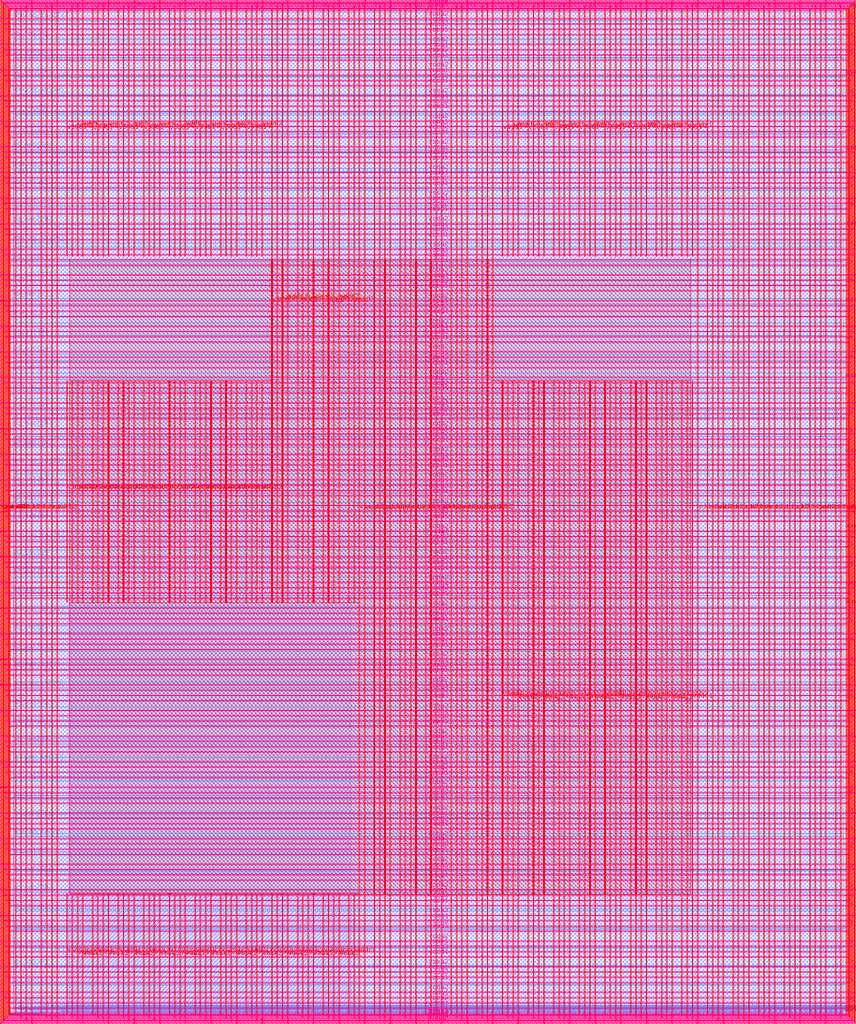
<source format=lef>
VERSION 5.7 ;
  NOWIREEXTENSIONATPIN ON ;
  DIVIDERCHAR "/" ;
  BUSBITCHARS "[]" ;
MACRO user_project_wrapper
  CLASS BLOCK ;
  FOREIGN user_project_wrapper ;
  ORIGIN 0.000 0.000 ;
  SIZE 2920.000 BY 3520.000 ;
  PIN analog_io[0]
    DIRECTION INOUT ;
    USE SIGNAL ;
    PORT
      LAYER met3 ;
        RECT 2917.600 1426.380 2924.800 1427.580 ;
    END
  END analog_io[0]
  PIN analog_io[10]
    DIRECTION INOUT ;
    USE SIGNAL ;
    PORT
      LAYER met2 ;
        RECT 2230.490 3517.600 2231.050 3524.800 ;
    END
  END analog_io[10]
  PIN analog_io[11]
    DIRECTION INOUT ;
    USE SIGNAL ;
    PORT
      LAYER met2 ;
        RECT 1905.730 3517.600 1906.290 3524.800 ;
    END
  END analog_io[11]
  PIN analog_io[12]
    DIRECTION INOUT ;
    USE SIGNAL ;
    PORT
      LAYER met2 ;
        RECT 1581.430 3517.600 1581.990 3524.800 ;
    END
  END analog_io[12]
  PIN analog_io[13]
    DIRECTION INOUT ;
    USE SIGNAL ;
    PORT
      LAYER met2 ;
        RECT 1257.130 3517.600 1257.690 3524.800 ;
    END
  END analog_io[13]
  PIN analog_io[14]
    DIRECTION INOUT ;
    USE SIGNAL ;
    PORT
      LAYER met2 ;
        RECT 932.370 3517.600 932.930 3524.800 ;
    END
  END analog_io[14]
  PIN analog_io[15]
    DIRECTION INOUT ;
    USE SIGNAL ;
    PORT
      LAYER met2 ;
        RECT 608.070 3517.600 608.630 3524.800 ;
    END
  END analog_io[15]
  PIN analog_io[16]
    DIRECTION INOUT ;
    USE SIGNAL ;
    PORT
      LAYER met2 ;
        RECT 283.770 3517.600 284.330 3524.800 ;
    END
  END analog_io[16]
  PIN analog_io[17]
    DIRECTION INOUT ;
    USE SIGNAL ;
    PORT
      LAYER met3 ;
        RECT -4.800 3486.100 2.400 3487.300 ;
    END
  END analog_io[17]
  PIN analog_io[18]
    DIRECTION INOUT ;
    USE SIGNAL ;
    PORT
      LAYER met3 ;
        RECT -4.800 3224.980 2.400 3226.180 ;
    END
  END analog_io[18]
  PIN analog_io[19]
    DIRECTION INOUT ;
    USE SIGNAL ;
    PORT
      LAYER met3 ;
        RECT -4.800 2964.540 2.400 2965.740 ;
    END
  END analog_io[19]
  PIN analog_io[1]
    DIRECTION INOUT ;
    USE SIGNAL ;
    PORT
      LAYER met3 ;
        RECT 2917.600 1692.260 2924.800 1693.460 ;
    END
  END analog_io[1]
  PIN analog_io[20]
    DIRECTION INOUT ;
    USE SIGNAL ;
    PORT
      LAYER met3 ;
        RECT -4.800 2703.420 2.400 2704.620 ;
    END
  END analog_io[20]
  PIN analog_io[21]
    DIRECTION INOUT ;
    USE SIGNAL ;
    PORT
      LAYER met3 ;
        RECT -4.800 2442.980 2.400 2444.180 ;
    END
  END analog_io[21]
  PIN analog_io[22]
    DIRECTION INOUT ;
    USE SIGNAL ;
    PORT
      LAYER met3 ;
        RECT -4.800 2182.540 2.400 2183.740 ;
    END
  END analog_io[22]
  PIN analog_io[23]
    DIRECTION INOUT ;
    USE SIGNAL ;
    PORT
      LAYER met3 ;
        RECT -4.800 1921.420 2.400 1922.620 ;
    END
  END analog_io[23]
  PIN analog_io[24]
    DIRECTION INOUT ;
    USE SIGNAL ;
    PORT
      LAYER met3 ;
        RECT -4.800 1660.980 2.400 1662.180 ;
    END
  END analog_io[24]
  PIN analog_io[25]
    DIRECTION INOUT ;
    USE SIGNAL ;
    PORT
      LAYER met3 ;
        RECT -4.800 1399.860 2.400 1401.060 ;
    END
  END analog_io[25]
  PIN analog_io[26]
    DIRECTION INOUT ;
    USE SIGNAL ;
    PORT
      LAYER met3 ;
        RECT -4.800 1139.420 2.400 1140.620 ;
    END
  END analog_io[26]
  PIN analog_io[27]
    DIRECTION INOUT ;
    USE SIGNAL ;
    PORT
      LAYER met3 ;
        RECT -4.800 878.980 2.400 880.180 ;
    END
  END analog_io[27]
  PIN analog_io[28]
    DIRECTION INOUT ;
    USE SIGNAL ;
    PORT
      LAYER met3 ;
        RECT -4.800 617.860 2.400 619.060 ;
    END
  END analog_io[28]
  PIN analog_io[2]
    DIRECTION INOUT ;
    USE SIGNAL ;
    PORT
      LAYER met3 ;
        RECT 2917.600 1958.140 2924.800 1959.340 ;
    END
  END analog_io[2]
  PIN analog_io[3]
    DIRECTION INOUT ;
    USE SIGNAL ;
    PORT
      LAYER met3 ;
        RECT 2917.600 2223.340 2924.800 2224.540 ;
    END
  END analog_io[3]
  PIN analog_io[4]
    DIRECTION INOUT ;
    USE SIGNAL ;
    PORT
      LAYER met3 ;
        RECT 2917.600 2489.220 2924.800 2490.420 ;
    END
  END analog_io[4]
  PIN analog_io[5]
    DIRECTION INOUT ;
    USE SIGNAL ;
    PORT
      LAYER met3 ;
        RECT 2917.600 2755.100 2924.800 2756.300 ;
    END
  END analog_io[5]
  PIN analog_io[6]
    DIRECTION INOUT ;
    USE SIGNAL ;
    PORT
      LAYER met3 ;
        RECT 2917.600 3020.300 2924.800 3021.500 ;
    END
  END analog_io[6]
  PIN analog_io[7]
    DIRECTION INOUT ;
    USE SIGNAL ;
    PORT
      LAYER met3 ;
        RECT 2917.600 3286.180 2924.800 3287.380 ;
    END
  END analog_io[7]
  PIN analog_io[8]
    DIRECTION INOUT ;
    USE SIGNAL ;
    PORT
      LAYER met2 ;
        RECT 2879.090 3517.600 2879.650 3524.800 ;
    END
  END analog_io[8]
  PIN analog_io[9]
    DIRECTION INOUT ;
    USE SIGNAL ;
    PORT
      LAYER met2 ;
        RECT 2554.790 3517.600 2555.350 3524.800 ;
    END
  END analog_io[9]
  PIN io_in[0]
    DIRECTION INPUT ;
    USE SIGNAL ;
    PORT
      LAYER met3 ;
        RECT 2917.600 32.380 2924.800 33.580 ;
    END
  END io_in[0]
  PIN io_in[10]
    DIRECTION INPUT ;
    USE SIGNAL ;
    PORT
      LAYER met3 ;
        RECT 2917.600 2289.980 2924.800 2291.180 ;
    END
  END io_in[10]
  PIN io_in[11]
    DIRECTION INPUT ;
    USE SIGNAL ;
    PORT
      LAYER met3 ;
        RECT 2917.600 2555.860 2924.800 2557.060 ;
    END
  END io_in[11]
  PIN io_in[12]
    DIRECTION INPUT ;
    USE SIGNAL ;
    PORT
      LAYER met3 ;
        RECT 2917.600 2821.060 2924.800 2822.260 ;
    END
  END io_in[12]
  PIN io_in[13]
    DIRECTION INPUT ;
    USE SIGNAL ;
    PORT
      LAYER met3 ;
        RECT 2917.600 3086.940 2924.800 3088.140 ;
    END
  END io_in[13]
  PIN io_in[14]
    DIRECTION INPUT ;
    USE SIGNAL ;
    PORT
      LAYER met3 ;
        RECT 2917.600 3352.820 2924.800 3354.020 ;
    END
  END io_in[14]
  PIN io_in[15]
    DIRECTION INPUT ;
    USE SIGNAL ;
    PORT
      LAYER met2 ;
        RECT 2798.130 3517.600 2798.690 3524.800 ;
    END
  END io_in[15]
  PIN io_in[16]
    DIRECTION INPUT ;
    USE SIGNAL ;
    PORT
      LAYER met2 ;
        RECT 2473.830 3517.600 2474.390 3524.800 ;
    END
  END io_in[16]
  PIN io_in[17]
    DIRECTION INPUT ;
    USE SIGNAL ;
    PORT
      LAYER met2 ;
        RECT 2149.070 3517.600 2149.630 3524.800 ;
    END
  END io_in[17]
  PIN io_in[18]
    DIRECTION INPUT ;
    USE SIGNAL ;
    PORT
      LAYER met2 ;
        RECT 1824.770 3517.600 1825.330 3524.800 ;
    END
  END io_in[18]
  PIN io_in[19]
    DIRECTION INPUT ;
    USE SIGNAL ;
    PORT
      LAYER met2 ;
        RECT 1500.470 3517.600 1501.030 3524.800 ;
    END
  END io_in[19]
  PIN io_in[1]
    DIRECTION INPUT ;
    USE SIGNAL ;
    PORT
      LAYER met3 ;
        RECT 2917.600 230.940 2924.800 232.140 ;
    END
  END io_in[1]
  PIN io_in[20]
    DIRECTION INPUT ;
    USE SIGNAL ;
    PORT
      LAYER met2 ;
        RECT 1175.710 3517.600 1176.270 3524.800 ;
    END
  END io_in[20]
  PIN io_in[21]
    DIRECTION INPUT ;
    USE SIGNAL ;
    PORT
      LAYER met2 ;
        RECT 851.410 3517.600 851.970 3524.800 ;
    END
  END io_in[21]
  PIN io_in[22]
    DIRECTION INPUT ;
    USE SIGNAL ;
    PORT
      LAYER met2 ;
        RECT 527.110 3517.600 527.670 3524.800 ;
    END
  END io_in[22]
  PIN io_in[23]
    DIRECTION INPUT ;
    USE SIGNAL ;
    PORT
      LAYER met2 ;
        RECT 202.350 3517.600 202.910 3524.800 ;
    END
  END io_in[23]
  PIN io_in[24]
    DIRECTION INPUT ;
    USE SIGNAL ;
    PORT
      LAYER met3 ;
        RECT -4.800 3420.820 2.400 3422.020 ;
    END
  END io_in[24]
  PIN io_in[25]
    DIRECTION INPUT ;
    USE SIGNAL ;
    PORT
      LAYER met3 ;
        RECT -4.800 3159.700 2.400 3160.900 ;
    END
  END io_in[25]
  PIN io_in[26]
    DIRECTION INPUT ;
    USE SIGNAL ;
    PORT
      LAYER met3 ;
        RECT -4.800 2899.260 2.400 2900.460 ;
    END
  END io_in[26]
  PIN io_in[27]
    DIRECTION INPUT ;
    USE SIGNAL ;
    PORT
      LAYER met3 ;
        RECT -4.800 2638.820 2.400 2640.020 ;
    END
  END io_in[27]
  PIN io_in[28]
    DIRECTION INPUT ;
    USE SIGNAL ;
    PORT
      LAYER met3 ;
        RECT -4.800 2377.700 2.400 2378.900 ;
    END
  END io_in[28]
  PIN io_in[29]
    DIRECTION INPUT ;
    USE SIGNAL ;
    PORT
      LAYER met3 ;
        RECT -4.800 2117.260 2.400 2118.460 ;
    END
  END io_in[29]
  PIN io_in[2]
    DIRECTION INPUT ;
    USE SIGNAL ;
    PORT
      LAYER met3 ;
        RECT 2917.600 430.180 2924.800 431.380 ;
    END
  END io_in[2]
  PIN io_in[30]
    DIRECTION INPUT ;
    USE SIGNAL ;
    PORT
      LAYER met3 ;
        RECT -4.800 1856.140 2.400 1857.340 ;
    END
  END io_in[30]
  PIN io_in[31]
    DIRECTION INPUT ;
    USE SIGNAL ;
    PORT
      LAYER met3 ;
        RECT -4.800 1595.700 2.400 1596.900 ;
    END
  END io_in[31]
  PIN io_in[32]
    DIRECTION INPUT ;
    USE SIGNAL ;
    PORT
      LAYER met3 ;
        RECT -4.800 1335.260 2.400 1336.460 ;
    END
  END io_in[32]
  PIN io_in[33]
    DIRECTION INPUT ;
    USE SIGNAL ;
    PORT
      LAYER met3 ;
        RECT -4.800 1074.140 2.400 1075.340 ;
    END
  END io_in[33]
  PIN io_in[34]
    DIRECTION INPUT ;
    USE SIGNAL ;
    PORT
      LAYER met3 ;
        RECT -4.800 813.700 2.400 814.900 ;
    END
  END io_in[34]
  PIN io_in[35]
    DIRECTION INPUT ;
    USE SIGNAL ;
    PORT
      LAYER met3 ;
        RECT -4.800 552.580 2.400 553.780 ;
    END
  END io_in[35]
  PIN io_in[36]
    DIRECTION INPUT ;
    USE SIGNAL ;
    PORT
      LAYER met3 ;
        RECT -4.800 357.420 2.400 358.620 ;
    END
  END io_in[36]
  PIN io_in[37]
    DIRECTION INPUT ;
    USE SIGNAL ;
    PORT
      LAYER met3 ;
        RECT -4.800 161.580 2.400 162.780 ;
    END
  END io_in[37]
  PIN io_in[3]
    DIRECTION INPUT ;
    USE SIGNAL ;
    PORT
      LAYER met3 ;
        RECT 2917.600 629.420 2924.800 630.620 ;
    END
  END io_in[3]
  PIN io_in[4]
    DIRECTION INPUT ;
    USE SIGNAL ;
    PORT
      LAYER met3 ;
        RECT 2917.600 828.660 2924.800 829.860 ;
    END
  END io_in[4]
  PIN io_in[5]
    DIRECTION INPUT ;
    USE SIGNAL ;
    PORT
      LAYER met3 ;
        RECT 2917.600 1027.900 2924.800 1029.100 ;
    END
  END io_in[5]
  PIN io_in[6]
    DIRECTION INPUT ;
    USE SIGNAL ;
    PORT
      LAYER met3 ;
        RECT 2917.600 1227.140 2924.800 1228.340 ;
    END
  END io_in[6]
  PIN io_in[7]
    DIRECTION INPUT ;
    USE SIGNAL ;
    PORT
      LAYER met3 ;
        RECT 2917.600 1493.020 2924.800 1494.220 ;
    END
  END io_in[7]
  PIN io_in[8]
    DIRECTION INPUT ;
    USE SIGNAL ;
    PORT
      LAYER met3 ;
        RECT 2917.600 1758.900 2924.800 1760.100 ;
    END
  END io_in[8]
  PIN io_in[9]
    DIRECTION INPUT ;
    USE SIGNAL ;
    PORT
      LAYER met3 ;
        RECT 2917.600 2024.100 2924.800 2025.300 ;
    END
  END io_in[9]
  PIN io_oeb[0]
    DIRECTION OUTPUT TRISTATE ;
    USE SIGNAL ;
    PORT
      LAYER met3 ;
        RECT 2917.600 164.980 2924.800 166.180 ;
    END
  END io_oeb[0]
  PIN io_oeb[10]
    DIRECTION OUTPUT TRISTATE ;
    USE SIGNAL ;
    PORT
      LAYER met3 ;
        RECT 2917.600 2422.580 2924.800 2423.780 ;
    END
  END io_oeb[10]
  PIN io_oeb[11]
    DIRECTION OUTPUT TRISTATE ;
    USE SIGNAL ;
    PORT
      LAYER met3 ;
        RECT 2917.600 2688.460 2924.800 2689.660 ;
    END
  END io_oeb[11]
  PIN io_oeb[12]
    DIRECTION OUTPUT TRISTATE ;
    USE SIGNAL ;
    PORT
      LAYER met3 ;
        RECT 2917.600 2954.340 2924.800 2955.540 ;
    END
  END io_oeb[12]
  PIN io_oeb[13]
    DIRECTION OUTPUT TRISTATE ;
    USE SIGNAL ;
    PORT
      LAYER met3 ;
        RECT 2917.600 3219.540 2924.800 3220.740 ;
    END
  END io_oeb[13]
  PIN io_oeb[14]
    DIRECTION OUTPUT TRISTATE ;
    USE SIGNAL ;
    PORT
      LAYER met3 ;
        RECT 2917.600 3485.420 2924.800 3486.620 ;
    END
  END io_oeb[14]
  PIN io_oeb[15]
    DIRECTION OUTPUT TRISTATE ;
    USE SIGNAL ;
    PORT
      LAYER met2 ;
        RECT 2635.750 3517.600 2636.310 3524.800 ;
    END
  END io_oeb[15]
  PIN io_oeb[16]
    DIRECTION OUTPUT TRISTATE ;
    USE SIGNAL ;
    PORT
      LAYER met2 ;
        RECT 2311.450 3517.600 2312.010 3524.800 ;
    END
  END io_oeb[16]
  PIN io_oeb[17]
    DIRECTION OUTPUT TRISTATE ;
    USE SIGNAL ;
    PORT
      LAYER met2 ;
        RECT 1987.150 3517.600 1987.710 3524.800 ;
    END
  END io_oeb[17]
  PIN io_oeb[18]
    DIRECTION OUTPUT TRISTATE ;
    USE SIGNAL ;
    PORT
      LAYER met2 ;
        RECT 1662.390 3517.600 1662.950 3524.800 ;
    END
  END io_oeb[18]
  PIN io_oeb[19]
    DIRECTION OUTPUT TRISTATE ;
    USE SIGNAL ;
    PORT
      LAYER met2 ;
        RECT 1338.090 3517.600 1338.650 3524.800 ;
    END
  END io_oeb[19]
  PIN io_oeb[1]
    DIRECTION OUTPUT TRISTATE ;
    USE SIGNAL ;
    PORT
      LAYER met3 ;
        RECT 2917.600 364.220 2924.800 365.420 ;
    END
  END io_oeb[1]
  PIN io_oeb[20]
    DIRECTION OUTPUT TRISTATE ;
    USE SIGNAL ;
    PORT
      LAYER met2 ;
        RECT 1013.790 3517.600 1014.350 3524.800 ;
    END
  END io_oeb[20]
  PIN io_oeb[21]
    DIRECTION OUTPUT TRISTATE ;
    USE SIGNAL ;
    PORT
      LAYER met2 ;
        RECT 689.030 3517.600 689.590 3524.800 ;
    END
  END io_oeb[21]
  PIN io_oeb[22]
    DIRECTION OUTPUT TRISTATE ;
    USE SIGNAL ;
    PORT
      LAYER met2 ;
        RECT 364.730 3517.600 365.290 3524.800 ;
    END
  END io_oeb[22]
  PIN io_oeb[23]
    DIRECTION OUTPUT TRISTATE ;
    USE SIGNAL ;
    PORT
      LAYER met2 ;
        RECT 40.430 3517.600 40.990 3524.800 ;
    END
  END io_oeb[23]
  PIN io_oeb[24]
    DIRECTION OUTPUT TRISTATE ;
    USE SIGNAL ;
    PORT
      LAYER met3 ;
        RECT -4.800 3290.260 2.400 3291.460 ;
    END
  END io_oeb[24]
  PIN io_oeb[25]
    DIRECTION OUTPUT TRISTATE ;
    USE SIGNAL ;
    PORT
      LAYER met3 ;
        RECT -4.800 3029.820 2.400 3031.020 ;
    END
  END io_oeb[25]
  PIN io_oeb[26]
    DIRECTION OUTPUT TRISTATE ;
    USE SIGNAL ;
    PORT
      LAYER met3 ;
        RECT -4.800 2768.700 2.400 2769.900 ;
    END
  END io_oeb[26]
  PIN io_oeb[27]
    DIRECTION OUTPUT TRISTATE ;
    USE SIGNAL ;
    PORT
      LAYER met3 ;
        RECT -4.800 2508.260 2.400 2509.460 ;
    END
  END io_oeb[27]
  PIN io_oeb[28]
    DIRECTION OUTPUT TRISTATE ;
    USE SIGNAL ;
    PORT
      LAYER met3 ;
        RECT -4.800 2247.140 2.400 2248.340 ;
    END
  END io_oeb[28]
  PIN io_oeb[29]
    DIRECTION OUTPUT TRISTATE ;
    USE SIGNAL ;
    PORT
      LAYER met3 ;
        RECT -4.800 1986.700 2.400 1987.900 ;
    END
  END io_oeb[29]
  PIN io_oeb[2]
    DIRECTION OUTPUT TRISTATE ;
    USE SIGNAL ;
    PORT
      LAYER met3 ;
        RECT 2917.600 563.460 2924.800 564.660 ;
    END
  END io_oeb[2]
  PIN io_oeb[30]
    DIRECTION OUTPUT TRISTATE ;
    USE SIGNAL ;
    PORT
      LAYER met3 ;
        RECT -4.800 1726.260 2.400 1727.460 ;
    END
  END io_oeb[30]
  PIN io_oeb[31]
    DIRECTION OUTPUT TRISTATE ;
    USE SIGNAL ;
    PORT
      LAYER met3 ;
        RECT -4.800 1465.140 2.400 1466.340 ;
    END
  END io_oeb[31]
  PIN io_oeb[32]
    DIRECTION OUTPUT TRISTATE ;
    USE SIGNAL ;
    PORT
      LAYER met3 ;
        RECT -4.800 1204.700 2.400 1205.900 ;
    END
  END io_oeb[32]
  PIN io_oeb[33]
    DIRECTION OUTPUT TRISTATE ;
    USE SIGNAL ;
    PORT
      LAYER met3 ;
        RECT -4.800 943.580 2.400 944.780 ;
    END
  END io_oeb[33]
  PIN io_oeb[34]
    DIRECTION OUTPUT TRISTATE ;
    USE SIGNAL ;
    PORT
      LAYER met3 ;
        RECT -4.800 683.140 2.400 684.340 ;
    END
  END io_oeb[34]
  PIN io_oeb[35]
    DIRECTION OUTPUT TRISTATE ;
    USE SIGNAL ;
    PORT
      LAYER met3 ;
        RECT -4.800 422.700 2.400 423.900 ;
    END
  END io_oeb[35]
  PIN io_oeb[36]
    DIRECTION OUTPUT TRISTATE ;
    USE SIGNAL ;
    PORT
      LAYER met3 ;
        RECT -4.800 226.860 2.400 228.060 ;
    END
  END io_oeb[36]
  PIN io_oeb[37]
    DIRECTION OUTPUT TRISTATE ;
    USE SIGNAL ;
    PORT
      LAYER met3 ;
        RECT -4.800 31.700 2.400 32.900 ;
    END
  END io_oeb[37]
  PIN io_oeb[3]
    DIRECTION OUTPUT TRISTATE ;
    USE SIGNAL ;
    PORT
      LAYER met3 ;
        RECT 2917.600 762.700 2924.800 763.900 ;
    END
  END io_oeb[3]
  PIN io_oeb[4]
    DIRECTION OUTPUT TRISTATE ;
    USE SIGNAL ;
    PORT
      LAYER met3 ;
        RECT 2917.600 961.940 2924.800 963.140 ;
    END
  END io_oeb[4]
  PIN io_oeb[5]
    DIRECTION OUTPUT TRISTATE ;
    USE SIGNAL ;
    PORT
      LAYER met3 ;
        RECT 2917.600 1161.180 2924.800 1162.380 ;
    END
  END io_oeb[5]
  PIN io_oeb[6]
    DIRECTION OUTPUT TRISTATE ;
    USE SIGNAL ;
    PORT
      LAYER met3 ;
        RECT 2917.600 1360.420 2924.800 1361.620 ;
    END
  END io_oeb[6]
  PIN io_oeb[7]
    DIRECTION OUTPUT TRISTATE ;
    USE SIGNAL ;
    PORT
      LAYER met3 ;
        RECT 2917.600 1625.620 2924.800 1626.820 ;
    END
  END io_oeb[7]
  PIN io_oeb[8]
    DIRECTION OUTPUT TRISTATE ;
    USE SIGNAL ;
    PORT
      LAYER met3 ;
        RECT 2917.600 1891.500 2924.800 1892.700 ;
    END
  END io_oeb[8]
  PIN io_oeb[9]
    DIRECTION OUTPUT TRISTATE ;
    USE SIGNAL ;
    PORT
      LAYER met3 ;
        RECT 2917.600 2157.380 2924.800 2158.580 ;
    END
  END io_oeb[9]
  PIN io_out[0]
    DIRECTION OUTPUT TRISTATE ;
    USE SIGNAL ;
    PORT
      LAYER met3 ;
        RECT 2917.600 98.340 2924.800 99.540 ;
    END
  END io_out[0]
  PIN io_out[10]
    DIRECTION OUTPUT TRISTATE ;
    USE SIGNAL ;
    PORT
      LAYER met3 ;
        RECT 2917.600 2356.620 2924.800 2357.820 ;
    END
  END io_out[10]
  PIN io_out[11]
    DIRECTION OUTPUT TRISTATE ;
    USE SIGNAL ;
    PORT
      LAYER met3 ;
        RECT 2917.600 2621.820 2924.800 2623.020 ;
    END
  END io_out[11]
  PIN io_out[12]
    DIRECTION OUTPUT TRISTATE ;
    USE SIGNAL ;
    PORT
      LAYER met3 ;
        RECT 2917.600 2887.700 2924.800 2888.900 ;
    END
  END io_out[12]
  PIN io_out[13]
    DIRECTION OUTPUT TRISTATE ;
    USE SIGNAL ;
    PORT
      LAYER met3 ;
        RECT 2917.600 3153.580 2924.800 3154.780 ;
    END
  END io_out[13]
  PIN io_out[14]
    DIRECTION OUTPUT TRISTATE ;
    USE SIGNAL ;
    PORT
      LAYER met3 ;
        RECT 2917.600 3418.780 2924.800 3419.980 ;
    END
  END io_out[14]
  PIN io_out[15]
    DIRECTION OUTPUT TRISTATE ;
    USE SIGNAL ;
    PORT
      LAYER met2 ;
        RECT 2717.170 3517.600 2717.730 3524.800 ;
    END
  END io_out[15]
  PIN io_out[16]
    DIRECTION OUTPUT TRISTATE ;
    USE SIGNAL ;
    PORT
      LAYER met2 ;
        RECT 2392.410 3517.600 2392.970 3524.800 ;
    END
  END io_out[16]
  PIN io_out[17]
    DIRECTION OUTPUT TRISTATE ;
    USE SIGNAL ;
    PORT
      LAYER met2 ;
        RECT 2068.110 3517.600 2068.670 3524.800 ;
    END
  END io_out[17]
  PIN io_out[18]
    DIRECTION OUTPUT TRISTATE ;
    USE SIGNAL ;
    PORT
      LAYER met2 ;
        RECT 1743.810 3517.600 1744.370 3524.800 ;
    END
  END io_out[18]
  PIN io_out[19]
    DIRECTION OUTPUT TRISTATE ;
    USE SIGNAL ;
    PORT
      LAYER met2 ;
        RECT 1419.050 3517.600 1419.610 3524.800 ;
    END
  END io_out[19]
  PIN io_out[1]
    DIRECTION OUTPUT TRISTATE ;
    USE SIGNAL ;
    PORT
      LAYER met3 ;
        RECT 2917.600 297.580 2924.800 298.780 ;
    END
  END io_out[1]
  PIN io_out[20]
    DIRECTION OUTPUT TRISTATE ;
    USE SIGNAL ;
    PORT
      LAYER met2 ;
        RECT 1094.750 3517.600 1095.310 3524.800 ;
    END
  END io_out[20]
  PIN io_out[21]
    DIRECTION OUTPUT TRISTATE ;
    USE SIGNAL ;
    PORT
      LAYER met2 ;
        RECT 770.450 3517.600 771.010 3524.800 ;
    END
  END io_out[21]
  PIN io_out[22]
    DIRECTION OUTPUT TRISTATE ;
    USE SIGNAL ;
    PORT
      LAYER met2 ;
        RECT 445.690 3517.600 446.250 3524.800 ;
    END
  END io_out[22]
  PIN io_out[23]
    DIRECTION OUTPUT TRISTATE ;
    USE SIGNAL ;
    PORT
      LAYER met2 ;
        RECT 121.390 3517.600 121.950 3524.800 ;
    END
  END io_out[23]
  PIN io_out[24]
    DIRECTION OUTPUT TRISTATE ;
    USE SIGNAL ;
    PORT
      LAYER met3 ;
        RECT -4.800 3355.540 2.400 3356.740 ;
    END
  END io_out[24]
  PIN io_out[25]
    DIRECTION OUTPUT TRISTATE ;
    USE SIGNAL ;
    PORT
      LAYER met3 ;
        RECT -4.800 3095.100 2.400 3096.300 ;
    END
  END io_out[25]
  PIN io_out[26]
    DIRECTION OUTPUT TRISTATE ;
    USE SIGNAL ;
    PORT
      LAYER met3 ;
        RECT -4.800 2833.980 2.400 2835.180 ;
    END
  END io_out[26]
  PIN io_out[27]
    DIRECTION OUTPUT TRISTATE ;
    USE SIGNAL ;
    PORT
      LAYER met3 ;
        RECT -4.800 2573.540 2.400 2574.740 ;
    END
  END io_out[27]
  PIN io_out[28]
    DIRECTION OUTPUT TRISTATE ;
    USE SIGNAL ;
    PORT
      LAYER met3 ;
        RECT -4.800 2312.420 2.400 2313.620 ;
    END
  END io_out[28]
  PIN io_out[29]
    DIRECTION OUTPUT TRISTATE ;
    USE SIGNAL ;
    PORT
      LAYER met3 ;
        RECT -4.800 2051.980 2.400 2053.180 ;
    END
  END io_out[29]
  PIN io_out[2]
    DIRECTION OUTPUT TRISTATE ;
    USE SIGNAL ;
    PORT
      LAYER met3 ;
        RECT 2917.600 496.820 2924.800 498.020 ;
    END
  END io_out[2]
  PIN io_out[30]
    DIRECTION OUTPUT TRISTATE ;
    USE SIGNAL ;
    PORT
      LAYER met3 ;
        RECT -4.800 1791.540 2.400 1792.740 ;
    END
  END io_out[30]
  PIN io_out[31]
    DIRECTION OUTPUT TRISTATE ;
    USE SIGNAL ;
    PORT
      LAYER met3 ;
        RECT -4.800 1530.420 2.400 1531.620 ;
    END
  END io_out[31]
  PIN io_out[32]
    DIRECTION OUTPUT TRISTATE ;
    USE SIGNAL ;
    PORT
      LAYER met3 ;
        RECT -4.800 1269.980 2.400 1271.180 ;
    END
  END io_out[32]
  PIN io_out[33]
    DIRECTION OUTPUT TRISTATE ;
    USE SIGNAL ;
    PORT
      LAYER met3 ;
        RECT -4.800 1008.860 2.400 1010.060 ;
    END
  END io_out[33]
  PIN io_out[34]
    DIRECTION OUTPUT TRISTATE ;
    USE SIGNAL ;
    PORT
      LAYER met3 ;
        RECT -4.800 748.420 2.400 749.620 ;
    END
  END io_out[34]
  PIN io_out[35]
    DIRECTION OUTPUT TRISTATE ;
    USE SIGNAL ;
    PORT
      LAYER met3 ;
        RECT -4.800 487.300 2.400 488.500 ;
    END
  END io_out[35]
  PIN io_out[36]
    DIRECTION OUTPUT TRISTATE ;
    USE SIGNAL ;
    PORT
      LAYER met3 ;
        RECT -4.800 292.140 2.400 293.340 ;
    END
  END io_out[36]
  PIN io_out[37]
    DIRECTION OUTPUT TRISTATE ;
    USE SIGNAL ;
    PORT
      LAYER met3 ;
        RECT -4.800 96.300 2.400 97.500 ;
    END
  END io_out[37]
  PIN io_out[3]
    DIRECTION OUTPUT TRISTATE ;
    USE SIGNAL ;
    PORT
      LAYER met3 ;
        RECT 2917.600 696.060 2924.800 697.260 ;
    END
  END io_out[3]
  PIN io_out[4]
    DIRECTION OUTPUT TRISTATE ;
    USE SIGNAL ;
    PORT
      LAYER met3 ;
        RECT 2917.600 895.300 2924.800 896.500 ;
    END
  END io_out[4]
  PIN io_out[5]
    DIRECTION OUTPUT TRISTATE ;
    USE SIGNAL ;
    PORT
      LAYER met3 ;
        RECT 2917.600 1094.540 2924.800 1095.740 ;
    END
  END io_out[5]
  PIN io_out[6]
    DIRECTION OUTPUT TRISTATE ;
    USE SIGNAL ;
    PORT
      LAYER met3 ;
        RECT 2917.600 1293.780 2924.800 1294.980 ;
    END
  END io_out[6]
  PIN io_out[7]
    DIRECTION OUTPUT TRISTATE ;
    USE SIGNAL ;
    PORT
      LAYER met3 ;
        RECT 2917.600 1559.660 2924.800 1560.860 ;
    END
  END io_out[7]
  PIN io_out[8]
    DIRECTION OUTPUT TRISTATE ;
    USE SIGNAL ;
    PORT
      LAYER met3 ;
        RECT 2917.600 1824.860 2924.800 1826.060 ;
    END
  END io_out[8]
  PIN io_out[9]
    DIRECTION OUTPUT TRISTATE ;
    USE SIGNAL ;
    PORT
      LAYER met3 ;
        RECT 2917.600 2090.740 2924.800 2091.940 ;
    END
  END io_out[9]
  PIN la_data_in[0]
    DIRECTION INPUT ;
    USE SIGNAL ;
    PORT
      LAYER met2 ;
        RECT 629.230 -4.800 629.790 2.400 ;
    END
  END la_data_in[0]
  PIN la_data_in[100]
    DIRECTION INPUT ;
    USE SIGNAL ;
    PORT
      LAYER met2 ;
        RECT 2402.530 -4.800 2403.090 2.400 ;
    END
  END la_data_in[100]
  PIN la_data_in[101]
    DIRECTION INPUT ;
    USE SIGNAL ;
    PORT
      LAYER met2 ;
        RECT 2420.010 -4.800 2420.570 2.400 ;
    END
  END la_data_in[101]
  PIN la_data_in[102]
    DIRECTION INPUT ;
    USE SIGNAL ;
    PORT
      LAYER met2 ;
        RECT 2437.950 -4.800 2438.510 2.400 ;
    END
  END la_data_in[102]
  PIN la_data_in[103]
    DIRECTION INPUT ;
    USE SIGNAL ;
    PORT
      LAYER met2 ;
        RECT 2455.430 -4.800 2455.990 2.400 ;
    END
  END la_data_in[103]
  PIN la_data_in[104]
    DIRECTION INPUT ;
    USE SIGNAL ;
    PORT
      LAYER met2 ;
        RECT 2473.370 -4.800 2473.930 2.400 ;
    END
  END la_data_in[104]
  PIN la_data_in[105]
    DIRECTION INPUT ;
    USE SIGNAL ;
    PORT
      LAYER met2 ;
        RECT 2490.850 -4.800 2491.410 2.400 ;
    END
  END la_data_in[105]
  PIN la_data_in[106]
    DIRECTION INPUT ;
    USE SIGNAL ;
    PORT
      LAYER met2 ;
        RECT 2508.790 -4.800 2509.350 2.400 ;
    END
  END la_data_in[106]
  PIN la_data_in[107]
    DIRECTION INPUT ;
    USE SIGNAL ;
    PORT
      LAYER met2 ;
        RECT 2526.730 -4.800 2527.290 2.400 ;
    END
  END la_data_in[107]
  PIN la_data_in[108]
    DIRECTION INPUT ;
    USE SIGNAL ;
    PORT
      LAYER met2 ;
        RECT 2544.210 -4.800 2544.770 2.400 ;
    END
  END la_data_in[108]
  PIN la_data_in[109]
    DIRECTION INPUT ;
    USE SIGNAL ;
    PORT
      LAYER met2 ;
        RECT 2562.150 -4.800 2562.710 2.400 ;
    END
  END la_data_in[109]
  PIN la_data_in[10]
    DIRECTION INPUT ;
    USE SIGNAL ;
    PORT
      LAYER met2 ;
        RECT 806.330 -4.800 806.890 2.400 ;
    END
  END la_data_in[10]
  PIN la_data_in[110]
    DIRECTION INPUT ;
    USE SIGNAL ;
    PORT
      LAYER met2 ;
        RECT 2579.630 -4.800 2580.190 2.400 ;
    END
  END la_data_in[110]
  PIN la_data_in[111]
    DIRECTION INPUT ;
    USE SIGNAL ;
    PORT
      LAYER met2 ;
        RECT 2597.570 -4.800 2598.130 2.400 ;
    END
  END la_data_in[111]
  PIN la_data_in[112]
    DIRECTION INPUT ;
    USE SIGNAL ;
    PORT
      LAYER met2 ;
        RECT 2615.050 -4.800 2615.610 2.400 ;
    END
  END la_data_in[112]
  PIN la_data_in[113]
    DIRECTION INPUT ;
    USE SIGNAL ;
    PORT
      LAYER met2 ;
        RECT 2632.990 -4.800 2633.550 2.400 ;
    END
  END la_data_in[113]
  PIN la_data_in[114]
    DIRECTION INPUT ;
    USE SIGNAL ;
    PORT
      LAYER met2 ;
        RECT 2650.470 -4.800 2651.030 2.400 ;
    END
  END la_data_in[114]
  PIN la_data_in[115]
    DIRECTION INPUT ;
    USE SIGNAL ;
    PORT
      LAYER met2 ;
        RECT 2668.410 -4.800 2668.970 2.400 ;
    END
  END la_data_in[115]
  PIN la_data_in[116]
    DIRECTION INPUT ;
    USE SIGNAL ;
    PORT
      LAYER met2 ;
        RECT 2685.890 -4.800 2686.450 2.400 ;
    END
  END la_data_in[116]
  PIN la_data_in[117]
    DIRECTION INPUT ;
    USE SIGNAL ;
    PORT
      LAYER met2 ;
        RECT 2703.830 -4.800 2704.390 2.400 ;
    END
  END la_data_in[117]
  PIN la_data_in[118]
    DIRECTION INPUT ;
    USE SIGNAL ;
    PORT
      LAYER met2 ;
        RECT 2721.770 -4.800 2722.330 2.400 ;
    END
  END la_data_in[118]
  PIN la_data_in[119]
    DIRECTION INPUT ;
    USE SIGNAL ;
    PORT
      LAYER met2 ;
        RECT 2739.250 -4.800 2739.810 2.400 ;
    END
  END la_data_in[119]
  PIN la_data_in[11]
    DIRECTION INPUT ;
    USE SIGNAL ;
    PORT
      LAYER met2 ;
        RECT 824.270 -4.800 824.830 2.400 ;
    END
  END la_data_in[11]
  PIN la_data_in[120]
    DIRECTION INPUT ;
    USE SIGNAL ;
    PORT
      LAYER met2 ;
        RECT 2757.190 -4.800 2757.750 2.400 ;
    END
  END la_data_in[120]
  PIN la_data_in[121]
    DIRECTION INPUT ;
    USE SIGNAL ;
    PORT
      LAYER met2 ;
        RECT 2774.670 -4.800 2775.230 2.400 ;
    END
  END la_data_in[121]
  PIN la_data_in[122]
    DIRECTION INPUT ;
    USE SIGNAL ;
    PORT
      LAYER met2 ;
        RECT 2792.610 -4.800 2793.170 2.400 ;
    END
  END la_data_in[122]
  PIN la_data_in[123]
    DIRECTION INPUT ;
    USE SIGNAL ;
    PORT
      LAYER met2 ;
        RECT 2810.090 -4.800 2810.650 2.400 ;
    END
  END la_data_in[123]
  PIN la_data_in[124]
    DIRECTION INPUT ;
    USE SIGNAL ;
    PORT
      LAYER met2 ;
        RECT 2828.030 -4.800 2828.590 2.400 ;
    END
  END la_data_in[124]
  PIN la_data_in[125]
    DIRECTION INPUT ;
    USE SIGNAL ;
    PORT
      LAYER met2 ;
        RECT 2845.510 -4.800 2846.070 2.400 ;
    END
  END la_data_in[125]
  PIN la_data_in[126]
    DIRECTION INPUT ;
    USE SIGNAL ;
    PORT
      LAYER met2 ;
        RECT 2863.450 -4.800 2864.010 2.400 ;
    END
  END la_data_in[126]
  PIN la_data_in[127]
    DIRECTION INPUT ;
    USE SIGNAL ;
    PORT
      LAYER met2 ;
        RECT 2881.390 -4.800 2881.950 2.400 ;
    END
  END la_data_in[127]
  PIN la_data_in[12]
    DIRECTION INPUT ;
    USE SIGNAL ;
    PORT
      LAYER met2 ;
        RECT 841.750 -4.800 842.310 2.400 ;
    END
  END la_data_in[12]
  PIN la_data_in[13]
    DIRECTION INPUT ;
    USE SIGNAL ;
    PORT
      LAYER met2 ;
        RECT 859.690 -4.800 860.250 2.400 ;
    END
  END la_data_in[13]
  PIN la_data_in[14]
    DIRECTION INPUT ;
    USE SIGNAL ;
    PORT
      LAYER met2 ;
        RECT 877.170 -4.800 877.730 2.400 ;
    END
  END la_data_in[14]
  PIN la_data_in[15]
    DIRECTION INPUT ;
    USE SIGNAL ;
    PORT
      LAYER met2 ;
        RECT 895.110 -4.800 895.670 2.400 ;
    END
  END la_data_in[15]
  PIN la_data_in[16]
    DIRECTION INPUT ;
    USE SIGNAL ;
    PORT
      LAYER met2 ;
        RECT 912.590 -4.800 913.150 2.400 ;
    END
  END la_data_in[16]
  PIN la_data_in[17]
    DIRECTION INPUT ;
    USE SIGNAL ;
    PORT
      LAYER met2 ;
        RECT 930.530 -4.800 931.090 2.400 ;
    END
  END la_data_in[17]
  PIN la_data_in[18]
    DIRECTION INPUT ;
    USE SIGNAL ;
    PORT
      LAYER met2 ;
        RECT 948.470 -4.800 949.030 2.400 ;
    END
  END la_data_in[18]
  PIN la_data_in[19]
    DIRECTION INPUT ;
    USE SIGNAL ;
    PORT
      LAYER met2 ;
        RECT 965.950 -4.800 966.510 2.400 ;
    END
  END la_data_in[19]
  PIN la_data_in[1]
    DIRECTION INPUT ;
    USE SIGNAL ;
    PORT
      LAYER met2 ;
        RECT 646.710 -4.800 647.270 2.400 ;
    END
  END la_data_in[1]
  PIN la_data_in[20]
    DIRECTION INPUT ;
    USE SIGNAL ;
    PORT
      LAYER met2 ;
        RECT 983.890 -4.800 984.450 2.400 ;
    END
  END la_data_in[20]
  PIN la_data_in[21]
    DIRECTION INPUT ;
    USE SIGNAL ;
    PORT
      LAYER met2 ;
        RECT 1001.370 -4.800 1001.930 2.400 ;
    END
  END la_data_in[21]
  PIN la_data_in[22]
    DIRECTION INPUT ;
    USE SIGNAL ;
    PORT
      LAYER met2 ;
        RECT 1019.310 -4.800 1019.870 2.400 ;
    END
  END la_data_in[22]
  PIN la_data_in[23]
    DIRECTION INPUT ;
    USE SIGNAL ;
    PORT
      LAYER met2 ;
        RECT 1036.790 -4.800 1037.350 2.400 ;
    END
  END la_data_in[23]
  PIN la_data_in[24]
    DIRECTION INPUT ;
    USE SIGNAL ;
    PORT
      LAYER met2 ;
        RECT 1054.730 -4.800 1055.290 2.400 ;
    END
  END la_data_in[24]
  PIN la_data_in[25]
    DIRECTION INPUT ;
    USE SIGNAL ;
    PORT
      LAYER met2 ;
        RECT 1072.210 -4.800 1072.770 2.400 ;
    END
  END la_data_in[25]
  PIN la_data_in[26]
    DIRECTION INPUT ;
    USE SIGNAL ;
    PORT
      LAYER met2 ;
        RECT 1090.150 -4.800 1090.710 2.400 ;
    END
  END la_data_in[26]
  PIN la_data_in[27]
    DIRECTION INPUT ;
    USE SIGNAL ;
    PORT
      LAYER met2 ;
        RECT 1107.630 -4.800 1108.190 2.400 ;
    END
  END la_data_in[27]
  PIN la_data_in[28]
    DIRECTION INPUT ;
    USE SIGNAL ;
    PORT
      LAYER met2 ;
        RECT 1125.570 -4.800 1126.130 2.400 ;
    END
  END la_data_in[28]
  PIN la_data_in[29]
    DIRECTION INPUT ;
    USE SIGNAL ;
    PORT
      LAYER met2 ;
        RECT 1143.510 -4.800 1144.070 2.400 ;
    END
  END la_data_in[29]
  PIN la_data_in[2]
    DIRECTION INPUT ;
    USE SIGNAL ;
    PORT
      LAYER met2 ;
        RECT 664.650 -4.800 665.210 2.400 ;
    END
  END la_data_in[2]
  PIN la_data_in[30]
    DIRECTION INPUT ;
    USE SIGNAL ;
    PORT
      LAYER met2 ;
        RECT 1160.990 -4.800 1161.550 2.400 ;
    END
  END la_data_in[30]
  PIN la_data_in[31]
    DIRECTION INPUT ;
    USE SIGNAL ;
    PORT
      LAYER met2 ;
        RECT 1178.930 -4.800 1179.490 2.400 ;
    END
  END la_data_in[31]
  PIN la_data_in[32]
    DIRECTION INPUT ;
    USE SIGNAL ;
    PORT
      LAYER met2 ;
        RECT 1196.410 -4.800 1196.970 2.400 ;
    END
  END la_data_in[32]
  PIN la_data_in[33]
    DIRECTION INPUT ;
    USE SIGNAL ;
    PORT
      LAYER met2 ;
        RECT 1214.350 -4.800 1214.910 2.400 ;
    END
  END la_data_in[33]
  PIN la_data_in[34]
    DIRECTION INPUT ;
    USE SIGNAL ;
    PORT
      LAYER met2 ;
        RECT 1231.830 -4.800 1232.390 2.400 ;
    END
  END la_data_in[34]
  PIN la_data_in[35]
    DIRECTION INPUT ;
    USE SIGNAL ;
    PORT
      LAYER met2 ;
        RECT 1249.770 -4.800 1250.330 2.400 ;
    END
  END la_data_in[35]
  PIN la_data_in[36]
    DIRECTION INPUT ;
    USE SIGNAL ;
    PORT
      LAYER met2 ;
        RECT 1267.250 -4.800 1267.810 2.400 ;
    END
  END la_data_in[36]
  PIN la_data_in[37]
    DIRECTION INPUT ;
    USE SIGNAL ;
    PORT
      LAYER met2 ;
        RECT 1285.190 -4.800 1285.750 2.400 ;
    END
  END la_data_in[37]
  PIN la_data_in[38]
    DIRECTION INPUT ;
    USE SIGNAL ;
    PORT
      LAYER met2 ;
        RECT 1303.130 -4.800 1303.690 2.400 ;
    END
  END la_data_in[38]
  PIN la_data_in[39]
    DIRECTION INPUT ;
    USE SIGNAL ;
    PORT
      LAYER met2 ;
        RECT 1320.610 -4.800 1321.170 2.400 ;
    END
  END la_data_in[39]
  PIN la_data_in[3]
    DIRECTION INPUT ;
    USE SIGNAL ;
    PORT
      LAYER met2 ;
        RECT 682.130 -4.800 682.690 2.400 ;
    END
  END la_data_in[3]
  PIN la_data_in[40]
    DIRECTION INPUT ;
    USE SIGNAL ;
    PORT
      LAYER met2 ;
        RECT 1338.550 -4.800 1339.110 2.400 ;
    END
  END la_data_in[40]
  PIN la_data_in[41]
    DIRECTION INPUT ;
    USE SIGNAL ;
    PORT
      LAYER met2 ;
        RECT 1356.030 -4.800 1356.590 2.400 ;
    END
  END la_data_in[41]
  PIN la_data_in[42]
    DIRECTION INPUT ;
    USE SIGNAL ;
    PORT
      LAYER met2 ;
        RECT 1373.970 -4.800 1374.530 2.400 ;
    END
  END la_data_in[42]
  PIN la_data_in[43]
    DIRECTION INPUT ;
    USE SIGNAL ;
    PORT
      LAYER met2 ;
        RECT 1391.450 -4.800 1392.010 2.400 ;
    END
  END la_data_in[43]
  PIN la_data_in[44]
    DIRECTION INPUT ;
    USE SIGNAL ;
    PORT
      LAYER met2 ;
        RECT 1409.390 -4.800 1409.950 2.400 ;
    END
  END la_data_in[44]
  PIN la_data_in[45]
    DIRECTION INPUT ;
    USE SIGNAL ;
    PORT
      LAYER met2 ;
        RECT 1426.870 -4.800 1427.430 2.400 ;
    END
  END la_data_in[45]
  PIN la_data_in[46]
    DIRECTION INPUT ;
    USE SIGNAL ;
    PORT
      LAYER met2 ;
        RECT 1444.810 -4.800 1445.370 2.400 ;
    END
  END la_data_in[46]
  PIN la_data_in[47]
    DIRECTION INPUT ;
    USE SIGNAL ;
    PORT
      LAYER met2 ;
        RECT 1462.750 -4.800 1463.310 2.400 ;
    END
  END la_data_in[47]
  PIN la_data_in[48]
    DIRECTION INPUT ;
    USE SIGNAL ;
    PORT
      LAYER met2 ;
        RECT 1480.230 -4.800 1480.790 2.400 ;
    END
  END la_data_in[48]
  PIN la_data_in[49]
    DIRECTION INPUT ;
    USE SIGNAL ;
    PORT
      LAYER met2 ;
        RECT 1498.170 -4.800 1498.730 2.400 ;
    END
  END la_data_in[49]
  PIN la_data_in[4]
    DIRECTION INPUT ;
    USE SIGNAL ;
    PORT
      LAYER met2 ;
        RECT 700.070 -4.800 700.630 2.400 ;
    END
  END la_data_in[4]
  PIN la_data_in[50]
    DIRECTION INPUT ;
    USE SIGNAL ;
    PORT
      LAYER met2 ;
        RECT 1515.650 -4.800 1516.210 2.400 ;
    END
  END la_data_in[50]
  PIN la_data_in[51]
    DIRECTION INPUT ;
    USE SIGNAL ;
    PORT
      LAYER met2 ;
        RECT 1533.590 -4.800 1534.150 2.400 ;
    END
  END la_data_in[51]
  PIN la_data_in[52]
    DIRECTION INPUT ;
    USE SIGNAL ;
    PORT
      LAYER met2 ;
        RECT 1551.070 -4.800 1551.630 2.400 ;
    END
  END la_data_in[52]
  PIN la_data_in[53]
    DIRECTION INPUT ;
    USE SIGNAL ;
    PORT
      LAYER met2 ;
        RECT 1569.010 -4.800 1569.570 2.400 ;
    END
  END la_data_in[53]
  PIN la_data_in[54]
    DIRECTION INPUT ;
    USE SIGNAL ;
    PORT
      LAYER met2 ;
        RECT 1586.490 -4.800 1587.050 2.400 ;
    END
  END la_data_in[54]
  PIN la_data_in[55]
    DIRECTION INPUT ;
    USE SIGNAL ;
    PORT
      LAYER met2 ;
        RECT 1604.430 -4.800 1604.990 2.400 ;
    END
  END la_data_in[55]
  PIN la_data_in[56]
    DIRECTION INPUT ;
    USE SIGNAL ;
    PORT
      LAYER met2 ;
        RECT 1621.910 -4.800 1622.470 2.400 ;
    END
  END la_data_in[56]
  PIN la_data_in[57]
    DIRECTION INPUT ;
    USE SIGNAL ;
    PORT
      LAYER met2 ;
        RECT 1639.850 -4.800 1640.410 2.400 ;
    END
  END la_data_in[57]
  PIN la_data_in[58]
    DIRECTION INPUT ;
    USE SIGNAL ;
    PORT
      LAYER met2 ;
        RECT 1657.790 -4.800 1658.350 2.400 ;
    END
  END la_data_in[58]
  PIN la_data_in[59]
    DIRECTION INPUT ;
    USE SIGNAL ;
    PORT
      LAYER met2 ;
        RECT 1675.270 -4.800 1675.830 2.400 ;
    END
  END la_data_in[59]
  PIN la_data_in[5]
    DIRECTION INPUT ;
    USE SIGNAL ;
    PORT
      LAYER met2 ;
        RECT 717.550 -4.800 718.110 2.400 ;
    END
  END la_data_in[5]
  PIN la_data_in[60]
    DIRECTION INPUT ;
    USE SIGNAL ;
    PORT
      LAYER met2 ;
        RECT 1693.210 -4.800 1693.770 2.400 ;
    END
  END la_data_in[60]
  PIN la_data_in[61]
    DIRECTION INPUT ;
    USE SIGNAL ;
    PORT
      LAYER met2 ;
        RECT 1710.690 -4.800 1711.250 2.400 ;
    END
  END la_data_in[61]
  PIN la_data_in[62]
    DIRECTION INPUT ;
    USE SIGNAL ;
    PORT
      LAYER met2 ;
        RECT 1728.630 -4.800 1729.190 2.400 ;
    END
  END la_data_in[62]
  PIN la_data_in[63]
    DIRECTION INPUT ;
    USE SIGNAL ;
    PORT
      LAYER met2 ;
        RECT 1746.110 -4.800 1746.670 2.400 ;
    END
  END la_data_in[63]
  PIN la_data_in[64]
    DIRECTION INPUT ;
    USE SIGNAL ;
    PORT
      LAYER met2 ;
        RECT 1764.050 -4.800 1764.610 2.400 ;
    END
  END la_data_in[64]
  PIN la_data_in[65]
    DIRECTION INPUT ;
    USE SIGNAL ;
    PORT
      LAYER met2 ;
        RECT 1781.530 -4.800 1782.090 2.400 ;
    END
  END la_data_in[65]
  PIN la_data_in[66]
    DIRECTION INPUT ;
    USE SIGNAL ;
    PORT
      LAYER met2 ;
        RECT 1799.470 -4.800 1800.030 2.400 ;
    END
  END la_data_in[66]
  PIN la_data_in[67]
    DIRECTION INPUT ;
    USE SIGNAL ;
    PORT
      LAYER met2 ;
        RECT 1817.410 -4.800 1817.970 2.400 ;
    END
  END la_data_in[67]
  PIN la_data_in[68]
    DIRECTION INPUT ;
    USE SIGNAL ;
    PORT
      LAYER met2 ;
        RECT 1834.890 -4.800 1835.450 2.400 ;
    END
  END la_data_in[68]
  PIN la_data_in[69]
    DIRECTION INPUT ;
    USE SIGNAL ;
    PORT
      LAYER met2 ;
        RECT 1852.830 -4.800 1853.390 2.400 ;
    END
  END la_data_in[69]
  PIN la_data_in[6]
    DIRECTION INPUT ;
    USE SIGNAL ;
    PORT
      LAYER met2 ;
        RECT 735.490 -4.800 736.050 2.400 ;
    END
  END la_data_in[6]
  PIN la_data_in[70]
    DIRECTION INPUT ;
    USE SIGNAL ;
    PORT
      LAYER met2 ;
        RECT 1870.310 -4.800 1870.870 2.400 ;
    END
  END la_data_in[70]
  PIN la_data_in[71]
    DIRECTION INPUT ;
    USE SIGNAL ;
    PORT
      LAYER met2 ;
        RECT 1888.250 -4.800 1888.810 2.400 ;
    END
  END la_data_in[71]
  PIN la_data_in[72]
    DIRECTION INPUT ;
    USE SIGNAL ;
    PORT
      LAYER met2 ;
        RECT 1905.730 -4.800 1906.290 2.400 ;
    END
  END la_data_in[72]
  PIN la_data_in[73]
    DIRECTION INPUT ;
    USE SIGNAL ;
    PORT
      LAYER met2 ;
        RECT 1923.670 -4.800 1924.230 2.400 ;
    END
  END la_data_in[73]
  PIN la_data_in[74]
    DIRECTION INPUT ;
    USE SIGNAL ;
    PORT
      LAYER met2 ;
        RECT 1941.150 -4.800 1941.710 2.400 ;
    END
  END la_data_in[74]
  PIN la_data_in[75]
    DIRECTION INPUT ;
    USE SIGNAL ;
    PORT
      LAYER met2 ;
        RECT 1959.090 -4.800 1959.650 2.400 ;
    END
  END la_data_in[75]
  PIN la_data_in[76]
    DIRECTION INPUT ;
    USE SIGNAL ;
    PORT
      LAYER met2 ;
        RECT 1976.570 -4.800 1977.130 2.400 ;
    END
  END la_data_in[76]
  PIN la_data_in[77]
    DIRECTION INPUT ;
    USE SIGNAL ;
    PORT
      LAYER met2 ;
        RECT 1994.510 -4.800 1995.070 2.400 ;
    END
  END la_data_in[77]
  PIN la_data_in[78]
    DIRECTION INPUT ;
    USE SIGNAL ;
    PORT
      LAYER met2 ;
        RECT 2012.450 -4.800 2013.010 2.400 ;
    END
  END la_data_in[78]
  PIN la_data_in[79]
    DIRECTION INPUT ;
    USE SIGNAL ;
    PORT
      LAYER met2 ;
        RECT 2029.930 -4.800 2030.490 2.400 ;
    END
  END la_data_in[79]
  PIN la_data_in[7]
    DIRECTION INPUT ;
    USE SIGNAL ;
    PORT
      LAYER met2 ;
        RECT 752.970 -4.800 753.530 2.400 ;
    END
  END la_data_in[7]
  PIN la_data_in[80]
    DIRECTION INPUT ;
    USE SIGNAL ;
    PORT
      LAYER met2 ;
        RECT 2047.870 -4.800 2048.430 2.400 ;
    END
  END la_data_in[80]
  PIN la_data_in[81]
    DIRECTION INPUT ;
    USE SIGNAL ;
    PORT
      LAYER met2 ;
        RECT 2065.350 -4.800 2065.910 2.400 ;
    END
  END la_data_in[81]
  PIN la_data_in[82]
    DIRECTION INPUT ;
    USE SIGNAL ;
    PORT
      LAYER met2 ;
        RECT 2083.290 -4.800 2083.850 2.400 ;
    END
  END la_data_in[82]
  PIN la_data_in[83]
    DIRECTION INPUT ;
    USE SIGNAL ;
    PORT
      LAYER met2 ;
        RECT 2100.770 -4.800 2101.330 2.400 ;
    END
  END la_data_in[83]
  PIN la_data_in[84]
    DIRECTION INPUT ;
    USE SIGNAL ;
    PORT
      LAYER met2 ;
        RECT 2118.710 -4.800 2119.270 2.400 ;
    END
  END la_data_in[84]
  PIN la_data_in[85]
    DIRECTION INPUT ;
    USE SIGNAL ;
    PORT
      LAYER met2 ;
        RECT 2136.190 -4.800 2136.750 2.400 ;
    END
  END la_data_in[85]
  PIN la_data_in[86]
    DIRECTION INPUT ;
    USE SIGNAL ;
    PORT
      LAYER met2 ;
        RECT 2154.130 -4.800 2154.690 2.400 ;
    END
  END la_data_in[86]
  PIN la_data_in[87]
    DIRECTION INPUT ;
    USE SIGNAL ;
    PORT
      LAYER met2 ;
        RECT 2172.070 -4.800 2172.630 2.400 ;
    END
  END la_data_in[87]
  PIN la_data_in[88]
    DIRECTION INPUT ;
    USE SIGNAL ;
    PORT
      LAYER met2 ;
        RECT 2189.550 -4.800 2190.110 2.400 ;
    END
  END la_data_in[88]
  PIN la_data_in[89]
    DIRECTION INPUT ;
    USE SIGNAL ;
    PORT
      LAYER met2 ;
        RECT 2207.490 -4.800 2208.050 2.400 ;
    END
  END la_data_in[89]
  PIN la_data_in[8]
    DIRECTION INPUT ;
    USE SIGNAL ;
    PORT
      LAYER met2 ;
        RECT 770.910 -4.800 771.470 2.400 ;
    END
  END la_data_in[8]
  PIN la_data_in[90]
    DIRECTION INPUT ;
    USE SIGNAL ;
    PORT
      LAYER met2 ;
        RECT 2224.970 -4.800 2225.530 2.400 ;
    END
  END la_data_in[90]
  PIN la_data_in[91]
    DIRECTION INPUT ;
    USE SIGNAL ;
    PORT
      LAYER met2 ;
        RECT 2242.910 -4.800 2243.470 2.400 ;
    END
  END la_data_in[91]
  PIN la_data_in[92]
    DIRECTION INPUT ;
    USE SIGNAL ;
    PORT
      LAYER met2 ;
        RECT 2260.390 -4.800 2260.950 2.400 ;
    END
  END la_data_in[92]
  PIN la_data_in[93]
    DIRECTION INPUT ;
    USE SIGNAL ;
    PORT
      LAYER met2 ;
        RECT 2278.330 -4.800 2278.890 2.400 ;
    END
  END la_data_in[93]
  PIN la_data_in[94]
    DIRECTION INPUT ;
    USE SIGNAL ;
    PORT
      LAYER met2 ;
        RECT 2295.810 -4.800 2296.370 2.400 ;
    END
  END la_data_in[94]
  PIN la_data_in[95]
    DIRECTION INPUT ;
    USE SIGNAL ;
    PORT
      LAYER met2 ;
        RECT 2313.750 -4.800 2314.310 2.400 ;
    END
  END la_data_in[95]
  PIN la_data_in[96]
    DIRECTION INPUT ;
    USE SIGNAL ;
    PORT
      LAYER met2 ;
        RECT 2331.230 -4.800 2331.790 2.400 ;
    END
  END la_data_in[96]
  PIN la_data_in[97]
    DIRECTION INPUT ;
    USE SIGNAL ;
    PORT
      LAYER met2 ;
        RECT 2349.170 -4.800 2349.730 2.400 ;
    END
  END la_data_in[97]
  PIN la_data_in[98]
    DIRECTION INPUT ;
    USE SIGNAL ;
    PORT
      LAYER met2 ;
        RECT 2367.110 -4.800 2367.670 2.400 ;
    END
  END la_data_in[98]
  PIN la_data_in[99]
    DIRECTION INPUT ;
    USE SIGNAL ;
    PORT
      LAYER met2 ;
        RECT 2384.590 -4.800 2385.150 2.400 ;
    END
  END la_data_in[99]
  PIN la_data_in[9]
    DIRECTION INPUT ;
    USE SIGNAL ;
    PORT
      LAYER met2 ;
        RECT 788.850 -4.800 789.410 2.400 ;
    END
  END la_data_in[9]
  PIN la_data_out[0]
    DIRECTION OUTPUT TRISTATE ;
    USE SIGNAL ;
    PORT
      LAYER met2 ;
        RECT 634.750 -4.800 635.310 2.400 ;
    END
  END la_data_out[0]
  PIN la_data_out[100]
    DIRECTION OUTPUT TRISTATE ;
    USE SIGNAL ;
    PORT
      LAYER met2 ;
        RECT 2408.510 -4.800 2409.070 2.400 ;
    END
  END la_data_out[100]
  PIN la_data_out[101]
    DIRECTION OUTPUT TRISTATE ;
    USE SIGNAL ;
    PORT
      LAYER met2 ;
        RECT 2425.990 -4.800 2426.550 2.400 ;
    END
  END la_data_out[101]
  PIN la_data_out[102]
    DIRECTION OUTPUT TRISTATE ;
    USE SIGNAL ;
    PORT
      LAYER met2 ;
        RECT 2443.930 -4.800 2444.490 2.400 ;
    END
  END la_data_out[102]
  PIN la_data_out[103]
    DIRECTION OUTPUT TRISTATE ;
    USE SIGNAL ;
    PORT
      LAYER met2 ;
        RECT 2461.410 -4.800 2461.970 2.400 ;
    END
  END la_data_out[103]
  PIN la_data_out[104]
    DIRECTION OUTPUT TRISTATE ;
    USE SIGNAL ;
    PORT
      LAYER met2 ;
        RECT 2479.350 -4.800 2479.910 2.400 ;
    END
  END la_data_out[104]
  PIN la_data_out[105]
    DIRECTION OUTPUT TRISTATE ;
    USE SIGNAL ;
    PORT
      LAYER met2 ;
        RECT 2496.830 -4.800 2497.390 2.400 ;
    END
  END la_data_out[105]
  PIN la_data_out[106]
    DIRECTION OUTPUT TRISTATE ;
    USE SIGNAL ;
    PORT
      LAYER met2 ;
        RECT 2514.770 -4.800 2515.330 2.400 ;
    END
  END la_data_out[106]
  PIN la_data_out[107]
    DIRECTION OUTPUT TRISTATE ;
    USE SIGNAL ;
    PORT
      LAYER met2 ;
        RECT 2532.250 -4.800 2532.810 2.400 ;
    END
  END la_data_out[107]
  PIN la_data_out[108]
    DIRECTION OUTPUT TRISTATE ;
    USE SIGNAL ;
    PORT
      LAYER met2 ;
        RECT 2550.190 -4.800 2550.750 2.400 ;
    END
  END la_data_out[108]
  PIN la_data_out[109]
    DIRECTION OUTPUT TRISTATE ;
    USE SIGNAL ;
    PORT
      LAYER met2 ;
        RECT 2567.670 -4.800 2568.230 2.400 ;
    END
  END la_data_out[109]
  PIN la_data_out[10]
    DIRECTION OUTPUT TRISTATE ;
    USE SIGNAL ;
    PORT
      LAYER met2 ;
        RECT 812.310 -4.800 812.870 2.400 ;
    END
  END la_data_out[10]
  PIN la_data_out[110]
    DIRECTION OUTPUT TRISTATE ;
    USE SIGNAL ;
    PORT
      LAYER met2 ;
        RECT 2585.610 -4.800 2586.170 2.400 ;
    END
  END la_data_out[110]
  PIN la_data_out[111]
    DIRECTION OUTPUT TRISTATE ;
    USE SIGNAL ;
    PORT
      LAYER met2 ;
        RECT 2603.550 -4.800 2604.110 2.400 ;
    END
  END la_data_out[111]
  PIN la_data_out[112]
    DIRECTION OUTPUT TRISTATE ;
    USE SIGNAL ;
    PORT
      LAYER met2 ;
        RECT 2621.030 -4.800 2621.590 2.400 ;
    END
  END la_data_out[112]
  PIN la_data_out[113]
    DIRECTION OUTPUT TRISTATE ;
    USE SIGNAL ;
    PORT
      LAYER met2 ;
        RECT 2638.970 -4.800 2639.530 2.400 ;
    END
  END la_data_out[113]
  PIN la_data_out[114]
    DIRECTION OUTPUT TRISTATE ;
    USE SIGNAL ;
    PORT
      LAYER met2 ;
        RECT 2656.450 -4.800 2657.010 2.400 ;
    END
  END la_data_out[114]
  PIN la_data_out[115]
    DIRECTION OUTPUT TRISTATE ;
    USE SIGNAL ;
    PORT
      LAYER met2 ;
        RECT 2674.390 -4.800 2674.950 2.400 ;
    END
  END la_data_out[115]
  PIN la_data_out[116]
    DIRECTION OUTPUT TRISTATE ;
    USE SIGNAL ;
    PORT
      LAYER met2 ;
        RECT 2691.870 -4.800 2692.430 2.400 ;
    END
  END la_data_out[116]
  PIN la_data_out[117]
    DIRECTION OUTPUT TRISTATE ;
    USE SIGNAL ;
    PORT
      LAYER met2 ;
        RECT 2709.810 -4.800 2710.370 2.400 ;
    END
  END la_data_out[117]
  PIN la_data_out[118]
    DIRECTION OUTPUT TRISTATE ;
    USE SIGNAL ;
    PORT
      LAYER met2 ;
        RECT 2727.290 -4.800 2727.850 2.400 ;
    END
  END la_data_out[118]
  PIN la_data_out[119]
    DIRECTION OUTPUT TRISTATE ;
    USE SIGNAL ;
    PORT
      LAYER met2 ;
        RECT 2745.230 -4.800 2745.790 2.400 ;
    END
  END la_data_out[119]
  PIN la_data_out[11]
    DIRECTION OUTPUT TRISTATE ;
    USE SIGNAL ;
    PORT
      LAYER met2 ;
        RECT 830.250 -4.800 830.810 2.400 ;
    END
  END la_data_out[11]
  PIN la_data_out[120]
    DIRECTION OUTPUT TRISTATE ;
    USE SIGNAL ;
    PORT
      LAYER met2 ;
        RECT 2763.170 -4.800 2763.730 2.400 ;
    END
  END la_data_out[120]
  PIN la_data_out[121]
    DIRECTION OUTPUT TRISTATE ;
    USE SIGNAL ;
    PORT
      LAYER met2 ;
        RECT 2780.650 -4.800 2781.210 2.400 ;
    END
  END la_data_out[121]
  PIN la_data_out[122]
    DIRECTION OUTPUT TRISTATE ;
    USE SIGNAL ;
    PORT
      LAYER met2 ;
        RECT 2798.590 -4.800 2799.150 2.400 ;
    END
  END la_data_out[122]
  PIN la_data_out[123]
    DIRECTION OUTPUT TRISTATE ;
    USE SIGNAL ;
    PORT
      LAYER met2 ;
        RECT 2816.070 -4.800 2816.630 2.400 ;
    END
  END la_data_out[123]
  PIN la_data_out[124]
    DIRECTION OUTPUT TRISTATE ;
    USE SIGNAL ;
    PORT
      LAYER met2 ;
        RECT 2834.010 -4.800 2834.570 2.400 ;
    END
  END la_data_out[124]
  PIN la_data_out[125]
    DIRECTION OUTPUT TRISTATE ;
    USE SIGNAL ;
    PORT
      LAYER met2 ;
        RECT 2851.490 -4.800 2852.050 2.400 ;
    END
  END la_data_out[125]
  PIN la_data_out[126]
    DIRECTION OUTPUT TRISTATE ;
    USE SIGNAL ;
    PORT
      LAYER met2 ;
        RECT 2869.430 -4.800 2869.990 2.400 ;
    END
  END la_data_out[126]
  PIN la_data_out[127]
    DIRECTION OUTPUT TRISTATE ;
    USE SIGNAL ;
    PORT
      LAYER met2 ;
        RECT 2886.910 -4.800 2887.470 2.400 ;
    END
  END la_data_out[127]
  PIN la_data_out[12]
    DIRECTION OUTPUT TRISTATE ;
    USE SIGNAL ;
    PORT
      LAYER met2 ;
        RECT 847.730 -4.800 848.290 2.400 ;
    END
  END la_data_out[12]
  PIN la_data_out[13]
    DIRECTION OUTPUT TRISTATE ;
    USE SIGNAL ;
    PORT
      LAYER met2 ;
        RECT 865.670 -4.800 866.230 2.400 ;
    END
  END la_data_out[13]
  PIN la_data_out[14]
    DIRECTION OUTPUT TRISTATE ;
    USE SIGNAL ;
    PORT
      LAYER met2 ;
        RECT 883.150 -4.800 883.710 2.400 ;
    END
  END la_data_out[14]
  PIN la_data_out[15]
    DIRECTION OUTPUT TRISTATE ;
    USE SIGNAL ;
    PORT
      LAYER met2 ;
        RECT 901.090 -4.800 901.650 2.400 ;
    END
  END la_data_out[15]
  PIN la_data_out[16]
    DIRECTION OUTPUT TRISTATE ;
    USE SIGNAL ;
    PORT
      LAYER met2 ;
        RECT 918.570 -4.800 919.130 2.400 ;
    END
  END la_data_out[16]
  PIN la_data_out[17]
    DIRECTION OUTPUT TRISTATE ;
    USE SIGNAL ;
    PORT
      LAYER met2 ;
        RECT 936.510 -4.800 937.070 2.400 ;
    END
  END la_data_out[17]
  PIN la_data_out[18]
    DIRECTION OUTPUT TRISTATE ;
    USE SIGNAL ;
    PORT
      LAYER met2 ;
        RECT 953.990 -4.800 954.550 2.400 ;
    END
  END la_data_out[18]
  PIN la_data_out[19]
    DIRECTION OUTPUT TRISTATE ;
    USE SIGNAL ;
    PORT
      LAYER met2 ;
        RECT 971.930 -4.800 972.490 2.400 ;
    END
  END la_data_out[19]
  PIN la_data_out[1]
    DIRECTION OUTPUT TRISTATE ;
    USE SIGNAL ;
    PORT
      LAYER met2 ;
        RECT 652.690 -4.800 653.250 2.400 ;
    END
  END la_data_out[1]
  PIN la_data_out[20]
    DIRECTION OUTPUT TRISTATE ;
    USE SIGNAL ;
    PORT
      LAYER met2 ;
        RECT 989.410 -4.800 989.970 2.400 ;
    END
  END la_data_out[20]
  PIN la_data_out[21]
    DIRECTION OUTPUT TRISTATE ;
    USE SIGNAL ;
    PORT
      LAYER met2 ;
        RECT 1007.350 -4.800 1007.910 2.400 ;
    END
  END la_data_out[21]
  PIN la_data_out[22]
    DIRECTION OUTPUT TRISTATE ;
    USE SIGNAL ;
    PORT
      LAYER met2 ;
        RECT 1025.290 -4.800 1025.850 2.400 ;
    END
  END la_data_out[22]
  PIN la_data_out[23]
    DIRECTION OUTPUT TRISTATE ;
    USE SIGNAL ;
    PORT
      LAYER met2 ;
        RECT 1042.770 -4.800 1043.330 2.400 ;
    END
  END la_data_out[23]
  PIN la_data_out[24]
    DIRECTION OUTPUT TRISTATE ;
    USE SIGNAL ;
    PORT
      LAYER met2 ;
        RECT 1060.710 -4.800 1061.270 2.400 ;
    END
  END la_data_out[24]
  PIN la_data_out[25]
    DIRECTION OUTPUT TRISTATE ;
    USE SIGNAL ;
    PORT
      LAYER met2 ;
        RECT 1078.190 -4.800 1078.750 2.400 ;
    END
  END la_data_out[25]
  PIN la_data_out[26]
    DIRECTION OUTPUT TRISTATE ;
    USE SIGNAL ;
    PORT
      LAYER met2 ;
        RECT 1096.130 -4.800 1096.690 2.400 ;
    END
  END la_data_out[26]
  PIN la_data_out[27]
    DIRECTION OUTPUT TRISTATE ;
    USE SIGNAL ;
    PORT
      LAYER met2 ;
        RECT 1113.610 -4.800 1114.170 2.400 ;
    END
  END la_data_out[27]
  PIN la_data_out[28]
    DIRECTION OUTPUT TRISTATE ;
    USE SIGNAL ;
    PORT
      LAYER met2 ;
        RECT 1131.550 -4.800 1132.110 2.400 ;
    END
  END la_data_out[28]
  PIN la_data_out[29]
    DIRECTION OUTPUT TRISTATE ;
    USE SIGNAL ;
    PORT
      LAYER met2 ;
        RECT 1149.030 -4.800 1149.590 2.400 ;
    END
  END la_data_out[29]
  PIN la_data_out[2]
    DIRECTION OUTPUT TRISTATE ;
    USE SIGNAL ;
    PORT
      LAYER met2 ;
        RECT 670.630 -4.800 671.190 2.400 ;
    END
  END la_data_out[2]
  PIN la_data_out[30]
    DIRECTION OUTPUT TRISTATE ;
    USE SIGNAL ;
    PORT
      LAYER met2 ;
        RECT 1166.970 -4.800 1167.530 2.400 ;
    END
  END la_data_out[30]
  PIN la_data_out[31]
    DIRECTION OUTPUT TRISTATE ;
    USE SIGNAL ;
    PORT
      LAYER met2 ;
        RECT 1184.910 -4.800 1185.470 2.400 ;
    END
  END la_data_out[31]
  PIN la_data_out[32]
    DIRECTION OUTPUT TRISTATE ;
    USE SIGNAL ;
    PORT
      LAYER met2 ;
        RECT 1202.390 -4.800 1202.950 2.400 ;
    END
  END la_data_out[32]
  PIN la_data_out[33]
    DIRECTION OUTPUT TRISTATE ;
    USE SIGNAL ;
    PORT
      LAYER met2 ;
        RECT 1220.330 -4.800 1220.890 2.400 ;
    END
  END la_data_out[33]
  PIN la_data_out[34]
    DIRECTION OUTPUT TRISTATE ;
    USE SIGNAL ;
    PORT
      LAYER met2 ;
        RECT 1237.810 -4.800 1238.370 2.400 ;
    END
  END la_data_out[34]
  PIN la_data_out[35]
    DIRECTION OUTPUT TRISTATE ;
    USE SIGNAL ;
    PORT
      LAYER met2 ;
        RECT 1255.750 -4.800 1256.310 2.400 ;
    END
  END la_data_out[35]
  PIN la_data_out[36]
    DIRECTION OUTPUT TRISTATE ;
    USE SIGNAL ;
    PORT
      LAYER met2 ;
        RECT 1273.230 -4.800 1273.790 2.400 ;
    END
  END la_data_out[36]
  PIN la_data_out[37]
    DIRECTION OUTPUT TRISTATE ;
    USE SIGNAL ;
    PORT
      LAYER met2 ;
        RECT 1291.170 -4.800 1291.730 2.400 ;
    END
  END la_data_out[37]
  PIN la_data_out[38]
    DIRECTION OUTPUT TRISTATE ;
    USE SIGNAL ;
    PORT
      LAYER met2 ;
        RECT 1308.650 -4.800 1309.210 2.400 ;
    END
  END la_data_out[38]
  PIN la_data_out[39]
    DIRECTION OUTPUT TRISTATE ;
    USE SIGNAL ;
    PORT
      LAYER met2 ;
        RECT 1326.590 -4.800 1327.150 2.400 ;
    END
  END la_data_out[39]
  PIN la_data_out[3]
    DIRECTION OUTPUT TRISTATE ;
    USE SIGNAL ;
    PORT
      LAYER met2 ;
        RECT 688.110 -4.800 688.670 2.400 ;
    END
  END la_data_out[3]
  PIN la_data_out[40]
    DIRECTION OUTPUT TRISTATE ;
    USE SIGNAL ;
    PORT
      LAYER met2 ;
        RECT 1344.070 -4.800 1344.630 2.400 ;
    END
  END la_data_out[40]
  PIN la_data_out[41]
    DIRECTION OUTPUT TRISTATE ;
    USE SIGNAL ;
    PORT
      LAYER met2 ;
        RECT 1362.010 -4.800 1362.570 2.400 ;
    END
  END la_data_out[41]
  PIN la_data_out[42]
    DIRECTION OUTPUT TRISTATE ;
    USE SIGNAL ;
    PORT
      LAYER met2 ;
        RECT 1379.950 -4.800 1380.510 2.400 ;
    END
  END la_data_out[42]
  PIN la_data_out[43]
    DIRECTION OUTPUT TRISTATE ;
    USE SIGNAL ;
    PORT
      LAYER met2 ;
        RECT 1397.430 -4.800 1397.990 2.400 ;
    END
  END la_data_out[43]
  PIN la_data_out[44]
    DIRECTION OUTPUT TRISTATE ;
    USE SIGNAL ;
    PORT
      LAYER met2 ;
        RECT 1415.370 -4.800 1415.930 2.400 ;
    END
  END la_data_out[44]
  PIN la_data_out[45]
    DIRECTION OUTPUT TRISTATE ;
    USE SIGNAL ;
    PORT
      LAYER met2 ;
        RECT 1432.850 -4.800 1433.410 2.400 ;
    END
  END la_data_out[45]
  PIN la_data_out[46]
    DIRECTION OUTPUT TRISTATE ;
    USE SIGNAL ;
    PORT
      LAYER met2 ;
        RECT 1450.790 -4.800 1451.350 2.400 ;
    END
  END la_data_out[46]
  PIN la_data_out[47]
    DIRECTION OUTPUT TRISTATE ;
    USE SIGNAL ;
    PORT
      LAYER met2 ;
        RECT 1468.270 -4.800 1468.830 2.400 ;
    END
  END la_data_out[47]
  PIN la_data_out[48]
    DIRECTION OUTPUT TRISTATE ;
    USE SIGNAL ;
    PORT
      LAYER met2 ;
        RECT 1486.210 -4.800 1486.770 2.400 ;
    END
  END la_data_out[48]
  PIN la_data_out[49]
    DIRECTION OUTPUT TRISTATE ;
    USE SIGNAL ;
    PORT
      LAYER met2 ;
        RECT 1503.690 -4.800 1504.250 2.400 ;
    END
  END la_data_out[49]
  PIN la_data_out[4]
    DIRECTION OUTPUT TRISTATE ;
    USE SIGNAL ;
    PORT
      LAYER met2 ;
        RECT 706.050 -4.800 706.610 2.400 ;
    END
  END la_data_out[4]
  PIN la_data_out[50]
    DIRECTION OUTPUT TRISTATE ;
    USE SIGNAL ;
    PORT
      LAYER met2 ;
        RECT 1521.630 -4.800 1522.190 2.400 ;
    END
  END la_data_out[50]
  PIN la_data_out[51]
    DIRECTION OUTPUT TRISTATE ;
    USE SIGNAL ;
    PORT
      LAYER met2 ;
        RECT 1539.570 -4.800 1540.130 2.400 ;
    END
  END la_data_out[51]
  PIN la_data_out[52]
    DIRECTION OUTPUT TRISTATE ;
    USE SIGNAL ;
    PORT
      LAYER met2 ;
        RECT 1557.050 -4.800 1557.610 2.400 ;
    END
  END la_data_out[52]
  PIN la_data_out[53]
    DIRECTION OUTPUT TRISTATE ;
    USE SIGNAL ;
    PORT
      LAYER met2 ;
        RECT 1574.990 -4.800 1575.550 2.400 ;
    END
  END la_data_out[53]
  PIN la_data_out[54]
    DIRECTION OUTPUT TRISTATE ;
    USE SIGNAL ;
    PORT
      LAYER met2 ;
        RECT 1592.470 -4.800 1593.030 2.400 ;
    END
  END la_data_out[54]
  PIN la_data_out[55]
    DIRECTION OUTPUT TRISTATE ;
    USE SIGNAL ;
    PORT
      LAYER met2 ;
        RECT 1610.410 -4.800 1610.970 2.400 ;
    END
  END la_data_out[55]
  PIN la_data_out[56]
    DIRECTION OUTPUT TRISTATE ;
    USE SIGNAL ;
    PORT
      LAYER met2 ;
        RECT 1627.890 -4.800 1628.450 2.400 ;
    END
  END la_data_out[56]
  PIN la_data_out[57]
    DIRECTION OUTPUT TRISTATE ;
    USE SIGNAL ;
    PORT
      LAYER met2 ;
        RECT 1645.830 -4.800 1646.390 2.400 ;
    END
  END la_data_out[57]
  PIN la_data_out[58]
    DIRECTION OUTPUT TRISTATE ;
    USE SIGNAL ;
    PORT
      LAYER met2 ;
        RECT 1663.310 -4.800 1663.870 2.400 ;
    END
  END la_data_out[58]
  PIN la_data_out[59]
    DIRECTION OUTPUT TRISTATE ;
    USE SIGNAL ;
    PORT
      LAYER met2 ;
        RECT 1681.250 -4.800 1681.810 2.400 ;
    END
  END la_data_out[59]
  PIN la_data_out[5]
    DIRECTION OUTPUT TRISTATE ;
    USE SIGNAL ;
    PORT
      LAYER met2 ;
        RECT 723.530 -4.800 724.090 2.400 ;
    END
  END la_data_out[5]
  PIN la_data_out[60]
    DIRECTION OUTPUT TRISTATE ;
    USE SIGNAL ;
    PORT
      LAYER met2 ;
        RECT 1699.190 -4.800 1699.750 2.400 ;
    END
  END la_data_out[60]
  PIN la_data_out[61]
    DIRECTION OUTPUT TRISTATE ;
    USE SIGNAL ;
    PORT
      LAYER met2 ;
        RECT 1716.670 -4.800 1717.230 2.400 ;
    END
  END la_data_out[61]
  PIN la_data_out[62]
    DIRECTION OUTPUT TRISTATE ;
    USE SIGNAL ;
    PORT
      LAYER met2 ;
        RECT 1734.610 -4.800 1735.170 2.400 ;
    END
  END la_data_out[62]
  PIN la_data_out[63]
    DIRECTION OUTPUT TRISTATE ;
    USE SIGNAL ;
    PORT
      LAYER met2 ;
        RECT 1752.090 -4.800 1752.650 2.400 ;
    END
  END la_data_out[63]
  PIN la_data_out[64]
    DIRECTION OUTPUT TRISTATE ;
    USE SIGNAL ;
    PORT
      LAYER met2 ;
        RECT 1770.030 -4.800 1770.590 2.400 ;
    END
  END la_data_out[64]
  PIN la_data_out[65]
    DIRECTION OUTPUT TRISTATE ;
    USE SIGNAL ;
    PORT
      LAYER met2 ;
        RECT 1787.510 -4.800 1788.070 2.400 ;
    END
  END la_data_out[65]
  PIN la_data_out[66]
    DIRECTION OUTPUT TRISTATE ;
    USE SIGNAL ;
    PORT
      LAYER met2 ;
        RECT 1805.450 -4.800 1806.010 2.400 ;
    END
  END la_data_out[66]
  PIN la_data_out[67]
    DIRECTION OUTPUT TRISTATE ;
    USE SIGNAL ;
    PORT
      LAYER met2 ;
        RECT 1822.930 -4.800 1823.490 2.400 ;
    END
  END la_data_out[67]
  PIN la_data_out[68]
    DIRECTION OUTPUT TRISTATE ;
    USE SIGNAL ;
    PORT
      LAYER met2 ;
        RECT 1840.870 -4.800 1841.430 2.400 ;
    END
  END la_data_out[68]
  PIN la_data_out[69]
    DIRECTION OUTPUT TRISTATE ;
    USE SIGNAL ;
    PORT
      LAYER met2 ;
        RECT 1858.350 -4.800 1858.910 2.400 ;
    END
  END la_data_out[69]
  PIN la_data_out[6]
    DIRECTION OUTPUT TRISTATE ;
    USE SIGNAL ;
    PORT
      LAYER met2 ;
        RECT 741.470 -4.800 742.030 2.400 ;
    END
  END la_data_out[6]
  PIN la_data_out[70]
    DIRECTION OUTPUT TRISTATE ;
    USE SIGNAL ;
    PORT
      LAYER met2 ;
        RECT 1876.290 -4.800 1876.850 2.400 ;
    END
  END la_data_out[70]
  PIN la_data_out[71]
    DIRECTION OUTPUT TRISTATE ;
    USE SIGNAL ;
    PORT
      LAYER met2 ;
        RECT 1894.230 -4.800 1894.790 2.400 ;
    END
  END la_data_out[71]
  PIN la_data_out[72]
    DIRECTION OUTPUT TRISTATE ;
    USE SIGNAL ;
    PORT
      LAYER met2 ;
        RECT 1911.710 -4.800 1912.270 2.400 ;
    END
  END la_data_out[72]
  PIN la_data_out[73]
    DIRECTION OUTPUT TRISTATE ;
    USE SIGNAL ;
    PORT
      LAYER met2 ;
        RECT 1929.650 -4.800 1930.210 2.400 ;
    END
  END la_data_out[73]
  PIN la_data_out[74]
    DIRECTION OUTPUT TRISTATE ;
    USE SIGNAL ;
    PORT
      LAYER met2 ;
        RECT 1947.130 -4.800 1947.690 2.400 ;
    END
  END la_data_out[74]
  PIN la_data_out[75]
    DIRECTION OUTPUT TRISTATE ;
    USE SIGNAL ;
    PORT
      LAYER met2 ;
        RECT 1965.070 -4.800 1965.630 2.400 ;
    END
  END la_data_out[75]
  PIN la_data_out[76]
    DIRECTION OUTPUT TRISTATE ;
    USE SIGNAL ;
    PORT
      LAYER met2 ;
        RECT 1982.550 -4.800 1983.110 2.400 ;
    END
  END la_data_out[76]
  PIN la_data_out[77]
    DIRECTION OUTPUT TRISTATE ;
    USE SIGNAL ;
    PORT
      LAYER met2 ;
        RECT 2000.490 -4.800 2001.050 2.400 ;
    END
  END la_data_out[77]
  PIN la_data_out[78]
    DIRECTION OUTPUT TRISTATE ;
    USE SIGNAL ;
    PORT
      LAYER met2 ;
        RECT 2017.970 -4.800 2018.530 2.400 ;
    END
  END la_data_out[78]
  PIN la_data_out[79]
    DIRECTION OUTPUT TRISTATE ;
    USE SIGNAL ;
    PORT
      LAYER met2 ;
        RECT 2035.910 -4.800 2036.470 2.400 ;
    END
  END la_data_out[79]
  PIN la_data_out[7]
    DIRECTION OUTPUT TRISTATE ;
    USE SIGNAL ;
    PORT
      LAYER met2 ;
        RECT 758.950 -4.800 759.510 2.400 ;
    END
  END la_data_out[7]
  PIN la_data_out[80]
    DIRECTION OUTPUT TRISTATE ;
    USE SIGNAL ;
    PORT
      LAYER met2 ;
        RECT 2053.850 -4.800 2054.410 2.400 ;
    END
  END la_data_out[80]
  PIN la_data_out[81]
    DIRECTION OUTPUT TRISTATE ;
    USE SIGNAL ;
    PORT
      LAYER met2 ;
        RECT 2071.330 -4.800 2071.890 2.400 ;
    END
  END la_data_out[81]
  PIN la_data_out[82]
    DIRECTION OUTPUT TRISTATE ;
    USE SIGNAL ;
    PORT
      LAYER met2 ;
        RECT 2089.270 -4.800 2089.830 2.400 ;
    END
  END la_data_out[82]
  PIN la_data_out[83]
    DIRECTION OUTPUT TRISTATE ;
    USE SIGNAL ;
    PORT
      LAYER met2 ;
        RECT 2106.750 -4.800 2107.310 2.400 ;
    END
  END la_data_out[83]
  PIN la_data_out[84]
    DIRECTION OUTPUT TRISTATE ;
    USE SIGNAL ;
    PORT
      LAYER met2 ;
        RECT 2124.690 -4.800 2125.250 2.400 ;
    END
  END la_data_out[84]
  PIN la_data_out[85]
    DIRECTION OUTPUT TRISTATE ;
    USE SIGNAL ;
    PORT
      LAYER met2 ;
        RECT 2142.170 -4.800 2142.730 2.400 ;
    END
  END la_data_out[85]
  PIN la_data_out[86]
    DIRECTION OUTPUT TRISTATE ;
    USE SIGNAL ;
    PORT
      LAYER met2 ;
        RECT 2160.110 -4.800 2160.670 2.400 ;
    END
  END la_data_out[86]
  PIN la_data_out[87]
    DIRECTION OUTPUT TRISTATE ;
    USE SIGNAL ;
    PORT
      LAYER met2 ;
        RECT 2177.590 -4.800 2178.150 2.400 ;
    END
  END la_data_out[87]
  PIN la_data_out[88]
    DIRECTION OUTPUT TRISTATE ;
    USE SIGNAL ;
    PORT
      LAYER met2 ;
        RECT 2195.530 -4.800 2196.090 2.400 ;
    END
  END la_data_out[88]
  PIN la_data_out[89]
    DIRECTION OUTPUT TRISTATE ;
    USE SIGNAL ;
    PORT
      LAYER met2 ;
        RECT 2213.010 -4.800 2213.570 2.400 ;
    END
  END la_data_out[89]
  PIN la_data_out[8]
    DIRECTION OUTPUT TRISTATE ;
    USE SIGNAL ;
    PORT
      LAYER met2 ;
        RECT 776.890 -4.800 777.450 2.400 ;
    END
  END la_data_out[8]
  PIN la_data_out[90]
    DIRECTION OUTPUT TRISTATE ;
    USE SIGNAL ;
    PORT
      LAYER met2 ;
        RECT 2230.950 -4.800 2231.510 2.400 ;
    END
  END la_data_out[90]
  PIN la_data_out[91]
    DIRECTION OUTPUT TRISTATE ;
    USE SIGNAL ;
    PORT
      LAYER met2 ;
        RECT 2248.890 -4.800 2249.450 2.400 ;
    END
  END la_data_out[91]
  PIN la_data_out[92]
    DIRECTION OUTPUT TRISTATE ;
    USE SIGNAL ;
    PORT
      LAYER met2 ;
        RECT 2266.370 -4.800 2266.930 2.400 ;
    END
  END la_data_out[92]
  PIN la_data_out[93]
    DIRECTION OUTPUT TRISTATE ;
    USE SIGNAL ;
    PORT
      LAYER met2 ;
        RECT 2284.310 -4.800 2284.870 2.400 ;
    END
  END la_data_out[93]
  PIN la_data_out[94]
    DIRECTION OUTPUT TRISTATE ;
    USE SIGNAL ;
    PORT
      LAYER met2 ;
        RECT 2301.790 -4.800 2302.350 2.400 ;
    END
  END la_data_out[94]
  PIN la_data_out[95]
    DIRECTION OUTPUT TRISTATE ;
    USE SIGNAL ;
    PORT
      LAYER met2 ;
        RECT 2319.730 -4.800 2320.290 2.400 ;
    END
  END la_data_out[95]
  PIN la_data_out[96]
    DIRECTION OUTPUT TRISTATE ;
    USE SIGNAL ;
    PORT
      LAYER met2 ;
        RECT 2337.210 -4.800 2337.770 2.400 ;
    END
  END la_data_out[96]
  PIN la_data_out[97]
    DIRECTION OUTPUT TRISTATE ;
    USE SIGNAL ;
    PORT
      LAYER met2 ;
        RECT 2355.150 -4.800 2355.710 2.400 ;
    END
  END la_data_out[97]
  PIN la_data_out[98]
    DIRECTION OUTPUT TRISTATE ;
    USE SIGNAL ;
    PORT
      LAYER met2 ;
        RECT 2372.630 -4.800 2373.190 2.400 ;
    END
  END la_data_out[98]
  PIN la_data_out[99]
    DIRECTION OUTPUT TRISTATE ;
    USE SIGNAL ;
    PORT
      LAYER met2 ;
        RECT 2390.570 -4.800 2391.130 2.400 ;
    END
  END la_data_out[99]
  PIN la_data_out[9]
    DIRECTION OUTPUT TRISTATE ;
    USE SIGNAL ;
    PORT
      LAYER met2 ;
        RECT 794.370 -4.800 794.930 2.400 ;
    END
  END la_data_out[9]
  PIN la_oenb[0]
    DIRECTION INPUT ;
    USE SIGNAL ;
    PORT
      LAYER met2 ;
        RECT 640.730 -4.800 641.290 2.400 ;
    END
  END la_oenb[0]
  PIN la_oenb[100]
    DIRECTION INPUT ;
    USE SIGNAL ;
    PORT
      LAYER met2 ;
        RECT 2414.030 -4.800 2414.590 2.400 ;
    END
  END la_oenb[100]
  PIN la_oenb[101]
    DIRECTION INPUT ;
    USE SIGNAL ;
    PORT
      LAYER met2 ;
        RECT 2431.970 -4.800 2432.530 2.400 ;
    END
  END la_oenb[101]
  PIN la_oenb[102]
    DIRECTION INPUT ;
    USE SIGNAL ;
    PORT
      LAYER met2 ;
        RECT 2449.450 -4.800 2450.010 2.400 ;
    END
  END la_oenb[102]
  PIN la_oenb[103]
    DIRECTION INPUT ;
    USE SIGNAL ;
    PORT
      LAYER met2 ;
        RECT 2467.390 -4.800 2467.950 2.400 ;
    END
  END la_oenb[103]
  PIN la_oenb[104]
    DIRECTION INPUT ;
    USE SIGNAL ;
    PORT
      LAYER met2 ;
        RECT 2485.330 -4.800 2485.890 2.400 ;
    END
  END la_oenb[104]
  PIN la_oenb[105]
    DIRECTION INPUT ;
    USE SIGNAL ;
    PORT
      LAYER met2 ;
        RECT 2502.810 -4.800 2503.370 2.400 ;
    END
  END la_oenb[105]
  PIN la_oenb[106]
    DIRECTION INPUT ;
    USE SIGNAL ;
    PORT
      LAYER met2 ;
        RECT 2520.750 -4.800 2521.310 2.400 ;
    END
  END la_oenb[106]
  PIN la_oenb[107]
    DIRECTION INPUT ;
    USE SIGNAL ;
    PORT
      LAYER met2 ;
        RECT 2538.230 -4.800 2538.790 2.400 ;
    END
  END la_oenb[107]
  PIN la_oenb[108]
    DIRECTION INPUT ;
    USE SIGNAL ;
    PORT
      LAYER met2 ;
        RECT 2556.170 -4.800 2556.730 2.400 ;
    END
  END la_oenb[108]
  PIN la_oenb[109]
    DIRECTION INPUT ;
    USE SIGNAL ;
    PORT
      LAYER met2 ;
        RECT 2573.650 -4.800 2574.210 2.400 ;
    END
  END la_oenb[109]
  PIN la_oenb[10]
    DIRECTION INPUT ;
    USE SIGNAL ;
    PORT
      LAYER met2 ;
        RECT 818.290 -4.800 818.850 2.400 ;
    END
  END la_oenb[10]
  PIN la_oenb[110]
    DIRECTION INPUT ;
    USE SIGNAL ;
    PORT
      LAYER met2 ;
        RECT 2591.590 -4.800 2592.150 2.400 ;
    END
  END la_oenb[110]
  PIN la_oenb[111]
    DIRECTION INPUT ;
    USE SIGNAL ;
    PORT
      LAYER met2 ;
        RECT 2609.070 -4.800 2609.630 2.400 ;
    END
  END la_oenb[111]
  PIN la_oenb[112]
    DIRECTION INPUT ;
    USE SIGNAL ;
    PORT
      LAYER met2 ;
        RECT 2627.010 -4.800 2627.570 2.400 ;
    END
  END la_oenb[112]
  PIN la_oenb[113]
    DIRECTION INPUT ;
    USE SIGNAL ;
    PORT
      LAYER met2 ;
        RECT 2644.950 -4.800 2645.510 2.400 ;
    END
  END la_oenb[113]
  PIN la_oenb[114]
    DIRECTION INPUT ;
    USE SIGNAL ;
    PORT
      LAYER met2 ;
        RECT 2662.430 -4.800 2662.990 2.400 ;
    END
  END la_oenb[114]
  PIN la_oenb[115]
    DIRECTION INPUT ;
    USE SIGNAL ;
    PORT
      LAYER met2 ;
        RECT 2680.370 -4.800 2680.930 2.400 ;
    END
  END la_oenb[115]
  PIN la_oenb[116]
    DIRECTION INPUT ;
    USE SIGNAL ;
    PORT
      LAYER met2 ;
        RECT 2697.850 -4.800 2698.410 2.400 ;
    END
  END la_oenb[116]
  PIN la_oenb[117]
    DIRECTION INPUT ;
    USE SIGNAL ;
    PORT
      LAYER met2 ;
        RECT 2715.790 -4.800 2716.350 2.400 ;
    END
  END la_oenb[117]
  PIN la_oenb[118]
    DIRECTION INPUT ;
    USE SIGNAL ;
    PORT
      LAYER met2 ;
        RECT 2733.270 -4.800 2733.830 2.400 ;
    END
  END la_oenb[118]
  PIN la_oenb[119]
    DIRECTION INPUT ;
    USE SIGNAL ;
    PORT
      LAYER met2 ;
        RECT 2751.210 -4.800 2751.770 2.400 ;
    END
  END la_oenb[119]
  PIN la_oenb[11]
    DIRECTION INPUT ;
    USE SIGNAL ;
    PORT
      LAYER met2 ;
        RECT 835.770 -4.800 836.330 2.400 ;
    END
  END la_oenb[11]
  PIN la_oenb[120]
    DIRECTION INPUT ;
    USE SIGNAL ;
    PORT
      LAYER met2 ;
        RECT 2768.690 -4.800 2769.250 2.400 ;
    END
  END la_oenb[120]
  PIN la_oenb[121]
    DIRECTION INPUT ;
    USE SIGNAL ;
    PORT
      LAYER met2 ;
        RECT 2786.630 -4.800 2787.190 2.400 ;
    END
  END la_oenb[121]
  PIN la_oenb[122]
    DIRECTION INPUT ;
    USE SIGNAL ;
    PORT
      LAYER met2 ;
        RECT 2804.110 -4.800 2804.670 2.400 ;
    END
  END la_oenb[122]
  PIN la_oenb[123]
    DIRECTION INPUT ;
    USE SIGNAL ;
    PORT
      LAYER met2 ;
        RECT 2822.050 -4.800 2822.610 2.400 ;
    END
  END la_oenb[123]
  PIN la_oenb[124]
    DIRECTION INPUT ;
    USE SIGNAL ;
    PORT
      LAYER met2 ;
        RECT 2839.990 -4.800 2840.550 2.400 ;
    END
  END la_oenb[124]
  PIN la_oenb[125]
    DIRECTION INPUT ;
    USE SIGNAL ;
    PORT
      LAYER met2 ;
        RECT 2857.470 -4.800 2858.030 2.400 ;
    END
  END la_oenb[125]
  PIN la_oenb[126]
    DIRECTION INPUT ;
    USE SIGNAL ;
    PORT
      LAYER met2 ;
        RECT 2875.410 -4.800 2875.970 2.400 ;
    END
  END la_oenb[126]
  PIN la_oenb[127]
    DIRECTION INPUT ;
    USE SIGNAL ;
    PORT
      LAYER met2 ;
        RECT 2892.890 -4.800 2893.450 2.400 ;
    END
  END la_oenb[127]
  PIN la_oenb[12]
    DIRECTION INPUT ;
    USE SIGNAL ;
    PORT
      LAYER met2 ;
        RECT 853.710 -4.800 854.270 2.400 ;
    END
  END la_oenb[12]
  PIN la_oenb[13]
    DIRECTION INPUT ;
    USE SIGNAL ;
    PORT
      LAYER met2 ;
        RECT 871.190 -4.800 871.750 2.400 ;
    END
  END la_oenb[13]
  PIN la_oenb[14]
    DIRECTION INPUT ;
    USE SIGNAL ;
    PORT
      LAYER met2 ;
        RECT 889.130 -4.800 889.690 2.400 ;
    END
  END la_oenb[14]
  PIN la_oenb[15]
    DIRECTION INPUT ;
    USE SIGNAL ;
    PORT
      LAYER met2 ;
        RECT 907.070 -4.800 907.630 2.400 ;
    END
  END la_oenb[15]
  PIN la_oenb[16]
    DIRECTION INPUT ;
    USE SIGNAL ;
    PORT
      LAYER met2 ;
        RECT 924.550 -4.800 925.110 2.400 ;
    END
  END la_oenb[16]
  PIN la_oenb[17]
    DIRECTION INPUT ;
    USE SIGNAL ;
    PORT
      LAYER met2 ;
        RECT 942.490 -4.800 943.050 2.400 ;
    END
  END la_oenb[17]
  PIN la_oenb[18]
    DIRECTION INPUT ;
    USE SIGNAL ;
    PORT
      LAYER met2 ;
        RECT 959.970 -4.800 960.530 2.400 ;
    END
  END la_oenb[18]
  PIN la_oenb[19]
    DIRECTION INPUT ;
    USE SIGNAL ;
    PORT
      LAYER met2 ;
        RECT 977.910 -4.800 978.470 2.400 ;
    END
  END la_oenb[19]
  PIN la_oenb[1]
    DIRECTION INPUT ;
    USE SIGNAL ;
    PORT
      LAYER met2 ;
        RECT 658.670 -4.800 659.230 2.400 ;
    END
  END la_oenb[1]
  PIN la_oenb[20]
    DIRECTION INPUT ;
    USE SIGNAL ;
    PORT
      LAYER met2 ;
        RECT 995.390 -4.800 995.950 2.400 ;
    END
  END la_oenb[20]
  PIN la_oenb[21]
    DIRECTION INPUT ;
    USE SIGNAL ;
    PORT
      LAYER met2 ;
        RECT 1013.330 -4.800 1013.890 2.400 ;
    END
  END la_oenb[21]
  PIN la_oenb[22]
    DIRECTION INPUT ;
    USE SIGNAL ;
    PORT
      LAYER met2 ;
        RECT 1030.810 -4.800 1031.370 2.400 ;
    END
  END la_oenb[22]
  PIN la_oenb[23]
    DIRECTION INPUT ;
    USE SIGNAL ;
    PORT
      LAYER met2 ;
        RECT 1048.750 -4.800 1049.310 2.400 ;
    END
  END la_oenb[23]
  PIN la_oenb[24]
    DIRECTION INPUT ;
    USE SIGNAL ;
    PORT
      LAYER met2 ;
        RECT 1066.690 -4.800 1067.250 2.400 ;
    END
  END la_oenb[24]
  PIN la_oenb[25]
    DIRECTION INPUT ;
    USE SIGNAL ;
    PORT
      LAYER met2 ;
        RECT 1084.170 -4.800 1084.730 2.400 ;
    END
  END la_oenb[25]
  PIN la_oenb[26]
    DIRECTION INPUT ;
    USE SIGNAL ;
    PORT
      LAYER met2 ;
        RECT 1102.110 -4.800 1102.670 2.400 ;
    END
  END la_oenb[26]
  PIN la_oenb[27]
    DIRECTION INPUT ;
    USE SIGNAL ;
    PORT
      LAYER met2 ;
        RECT 1119.590 -4.800 1120.150 2.400 ;
    END
  END la_oenb[27]
  PIN la_oenb[28]
    DIRECTION INPUT ;
    USE SIGNAL ;
    PORT
      LAYER met2 ;
        RECT 1137.530 -4.800 1138.090 2.400 ;
    END
  END la_oenb[28]
  PIN la_oenb[29]
    DIRECTION INPUT ;
    USE SIGNAL ;
    PORT
      LAYER met2 ;
        RECT 1155.010 -4.800 1155.570 2.400 ;
    END
  END la_oenb[29]
  PIN la_oenb[2]
    DIRECTION INPUT ;
    USE SIGNAL ;
    PORT
      LAYER met2 ;
        RECT 676.150 -4.800 676.710 2.400 ;
    END
  END la_oenb[2]
  PIN la_oenb[30]
    DIRECTION INPUT ;
    USE SIGNAL ;
    PORT
      LAYER met2 ;
        RECT 1172.950 -4.800 1173.510 2.400 ;
    END
  END la_oenb[30]
  PIN la_oenb[31]
    DIRECTION INPUT ;
    USE SIGNAL ;
    PORT
      LAYER met2 ;
        RECT 1190.430 -4.800 1190.990 2.400 ;
    END
  END la_oenb[31]
  PIN la_oenb[32]
    DIRECTION INPUT ;
    USE SIGNAL ;
    PORT
      LAYER met2 ;
        RECT 1208.370 -4.800 1208.930 2.400 ;
    END
  END la_oenb[32]
  PIN la_oenb[33]
    DIRECTION INPUT ;
    USE SIGNAL ;
    PORT
      LAYER met2 ;
        RECT 1225.850 -4.800 1226.410 2.400 ;
    END
  END la_oenb[33]
  PIN la_oenb[34]
    DIRECTION INPUT ;
    USE SIGNAL ;
    PORT
      LAYER met2 ;
        RECT 1243.790 -4.800 1244.350 2.400 ;
    END
  END la_oenb[34]
  PIN la_oenb[35]
    DIRECTION INPUT ;
    USE SIGNAL ;
    PORT
      LAYER met2 ;
        RECT 1261.730 -4.800 1262.290 2.400 ;
    END
  END la_oenb[35]
  PIN la_oenb[36]
    DIRECTION INPUT ;
    USE SIGNAL ;
    PORT
      LAYER met2 ;
        RECT 1279.210 -4.800 1279.770 2.400 ;
    END
  END la_oenb[36]
  PIN la_oenb[37]
    DIRECTION INPUT ;
    USE SIGNAL ;
    PORT
      LAYER met2 ;
        RECT 1297.150 -4.800 1297.710 2.400 ;
    END
  END la_oenb[37]
  PIN la_oenb[38]
    DIRECTION INPUT ;
    USE SIGNAL ;
    PORT
      LAYER met2 ;
        RECT 1314.630 -4.800 1315.190 2.400 ;
    END
  END la_oenb[38]
  PIN la_oenb[39]
    DIRECTION INPUT ;
    USE SIGNAL ;
    PORT
      LAYER met2 ;
        RECT 1332.570 -4.800 1333.130 2.400 ;
    END
  END la_oenb[39]
  PIN la_oenb[3]
    DIRECTION INPUT ;
    USE SIGNAL ;
    PORT
      LAYER met2 ;
        RECT 694.090 -4.800 694.650 2.400 ;
    END
  END la_oenb[3]
  PIN la_oenb[40]
    DIRECTION INPUT ;
    USE SIGNAL ;
    PORT
      LAYER met2 ;
        RECT 1350.050 -4.800 1350.610 2.400 ;
    END
  END la_oenb[40]
  PIN la_oenb[41]
    DIRECTION INPUT ;
    USE SIGNAL ;
    PORT
      LAYER met2 ;
        RECT 1367.990 -4.800 1368.550 2.400 ;
    END
  END la_oenb[41]
  PIN la_oenb[42]
    DIRECTION INPUT ;
    USE SIGNAL ;
    PORT
      LAYER met2 ;
        RECT 1385.470 -4.800 1386.030 2.400 ;
    END
  END la_oenb[42]
  PIN la_oenb[43]
    DIRECTION INPUT ;
    USE SIGNAL ;
    PORT
      LAYER met2 ;
        RECT 1403.410 -4.800 1403.970 2.400 ;
    END
  END la_oenb[43]
  PIN la_oenb[44]
    DIRECTION INPUT ;
    USE SIGNAL ;
    PORT
      LAYER met2 ;
        RECT 1421.350 -4.800 1421.910 2.400 ;
    END
  END la_oenb[44]
  PIN la_oenb[45]
    DIRECTION INPUT ;
    USE SIGNAL ;
    PORT
      LAYER met2 ;
        RECT 1438.830 -4.800 1439.390 2.400 ;
    END
  END la_oenb[45]
  PIN la_oenb[46]
    DIRECTION INPUT ;
    USE SIGNAL ;
    PORT
      LAYER met2 ;
        RECT 1456.770 -4.800 1457.330 2.400 ;
    END
  END la_oenb[46]
  PIN la_oenb[47]
    DIRECTION INPUT ;
    USE SIGNAL ;
    PORT
      LAYER met2 ;
        RECT 1474.250 -4.800 1474.810 2.400 ;
    END
  END la_oenb[47]
  PIN la_oenb[48]
    DIRECTION INPUT ;
    USE SIGNAL ;
    PORT
      LAYER met2 ;
        RECT 1492.190 -4.800 1492.750 2.400 ;
    END
  END la_oenb[48]
  PIN la_oenb[49]
    DIRECTION INPUT ;
    USE SIGNAL ;
    PORT
      LAYER met2 ;
        RECT 1509.670 -4.800 1510.230 2.400 ;
    END
  END la_oenb[49]
  PIN la_oenb[4]
    DIRECTION INPUT ;
    USE SIGNAL ;
    PORT
      LAYER met2 ;
        RECT 712.030 -4.800 712.590 2.400 ;
    END
  END la_oenb[4]
  PIN la_oenb[50]
    DIRECTION INPUT ;
    USE SIGNAL ;
    PORT
      LAYER met2 ;
        RECT 1527.610 -4.800 1528.170 2.400 ;
    END
  END la_oenb[50]
  PIN la_oenb[51]
    DIRECTION INPUT ;
    USE SIGNAL ;
    PORT
      LAYER met2 ;
        RECT 1545.090 -4.800 1545.650 2.400 ;
    END
  END la_oenb[51]
  PIN la_oenb[52]
    DIRECTION INPUT ;
    USE SIGNAL ;
    PORT
      LAYER met2 ;
        RECT 1563.030 -4.800 1563.590 2.400 ;
    END
  END la_oenb[52]
  PIN la_oenb[53]
    DIRECTION INPUT ;
    USE SIGNAL ;
    PORT
      LAYER met2 ;
        RECT 1580.970 -4.800 1581.530 2.400 ;
    END
  END la_oenb[53]
  PIN la_oenb[54]
    DIRECTION INPUT ;
    USE SIGNAL ;
    PORT
      LAYER met2 ;
        RECT 1598.450 -4.800 1599.010 2.400 ;
    END
  END la_oenb[54]
  PIN la_oenb[55]
    DIRECTION INPUT ;
    USE SIGNAL ;
    PORT
      LAYER met2 ;
        RECT 1616.390 -4.800 1616.950 2.400 ;
    END
  END la_oenb[55]
  PIN la_oenb[56]
    DIRECTION INPUT ;
    USE SIGNAL ;
    PORT
      LAYER met2 ;
        RECT 1633.870 -4.800 1634.430 2.400 ;
    END
  END la_oenb[56]
  PIN la_oenb[57]
    DIRECTION INPUT ;
    USE SIGNAL ;
    PORT
      LAYER met2 ;
        RECT 1651.810 -4.800 1652.370 2.400 ;
    END
  END la_oenb[57]
  PIN la_oenb[58]
    DIRECTION INPUT ;
    USE SIGNAL ;
    PORT
      LAYER met2 ;
        RECT 1669.290 -4.800 1669.850 2.400 ;
    END
  END la_oenb[58]
  PIN la_oenb[59]
    DIRECTION INPUT ;
    USE SIGNAL ;
    PORT
      LAYER met2 ;
        RECT 1687.230 -4.800 1687.790 2.400 ;
    END
  END la_oenb[59]
  PIN la_oenb[5]
    DIRECTION INPUT ;
    USE SIGNAL ;
    PORT
      LAYER met2 ;
        RECT 729.510 -4.800 730.070 2.400 ;
    END
  END la_oenb[5]
  PIN la_oenb[60]
    DIRECTION INPUT ;
    USE SIGNAL ;
    PORT
      LAYER met2 ;
        RECT 1704.710 -4.800 1705.270 2.400 ;
    END
  END la_oenb[60]
  PIN la_oenb[61]
    DIRECTION INPUT ;
    USE SIGNAL ;
    PORT
      LAYER met2 ;
        RECT 1722.650 -4.800 1723.210 2.400 ;
    END
  END la_oenb[61]
  PIN la_oenb[62]
    DIRECTION INPUT ;
    USE SIGNAL ;
    PORT
      LAYER met2 ;
        RECT 1740.130 -4.800 1740.690 2.400 ;
    END
  END la_oenb[62]
  PIN la_oenb[63]
    DIRECTION INPUT ;
    USE SIGNAL ;
    PORT
      LAYER met2 ;
        RECT 1758.070 -4.800 1758.630 2.400 ;
    END
  END la_oenb[63]
  PIN la_oenb[64]
    DIRECTION INPUT ;
    USE SIGNAL ;
    PORT
      LAYER met2 ;
        RECT 1776.010 -4.800 1776.570 2.400 ;
    END
  END la_oenb[64]
  PIN la_oenb[65]
    DIRECTION INPUT ;
    USE SIGNAL ;
    PORT
      LAYER met2 ;
        RECT 1793.490 -4.800 1794.050 2.400 ;
    END
  END la_oenb[65]
  PIN la_oenb[66]
    DIRECTION INPUT ;
    USE SIGNAL ;
    PORT
      LAYER met2 ;
        RECT 1811.430 -4.800 1811.990 2.400 ;
    END
  END la_oenb[66]
  PIN la_oenb[67]
    DIRECTION INPUT ;
    USE SIGNAL ;
    PORT
      LAYER met2 ;
        RECT 1828.910 -4.800 1829.470 2.400 ;
    END
  END la_oenb[67]
  PIN la_oenb[68]
    DIRECTION INPUT ;
    USE SIGNAL ;
    PORT
      LAYER met2 ;
        RECT 1846.850 -4.800 1847.410 2.400 ;
    END
  END la_oenb[68]
  PIN la_oenb[69]
    DIRECTION INPUT ;
    USE SIGNAL ;
    PORT
      LAYER met2 ;
        RECT 1864.330 -4.800 1864.890 2.400 ;
    END
  END la_oenb[69]
  PIN la_oenb[6]
    DIRECTION INPUT ;
    USE SIGNAL ;
    PORT
      LAYER met2 ;
        RECT 747.450 -4.800 748.010 2.400 ;
    END
  END la_oenb[6]
  PIN la_oenb[70]
    DIRECTION INPUT ;
    USE SIGNAL ;
    PORT
      LAYER met2 ;
        RECT 1882.270 -4.800 1882.830 2.400 ;
    END
  END la_oenb[70]
  PIN la_oenb[71]
    DIRECTION INPUT ;
    USE SIGNAL ;
    PORT
      LAYER met2 ;
        RECT 1899.750 -4.800 1900.310 2.400 ;
    END
  END la_oenb[71]
  PIN la_oenb[72]
    DIRECTION INPUT ;
    USE SIGNAL ;
    PORT
      LAYER met2 ;
        RECT 1917.690 -4.800 1918.250 2.400 ;
    END
  END la_oenb[72]
  PIN la_oenb[73]
    DIRECTION INPUT ;
    USE SIGNAL ;
    PORT
      LAYER met2 ;
        RECT 1935.630 -4.800 1936.190 2.400 ;
    END
  END la_oenb[73]
  PIN la_oenb[74]
    DIRECTION INPUT ;
    USE SIGNAL ;
    PORT
      LAYER met2 ;
        RECT 1953.110 -4.800 1953.670 2.400 ;
    END
  END la_oenb[74]
  PIN la_oenb[75]
    DIRECTION INPUT ;
    USE SIGNAL ;
    PORT
      LAYER met2 ;
        RECT 1971.050 -4.800 1971.610 2.400 ;
    END
  END la_oenb[75]
  PIN la_oenb[76]
    DIRECTION INPUT ;
    USE SIGNAL ;
    PORT
      LAYER met2 ;
        RECT 1988.530 -4.800 1989.090 2.400 ;
    END
  END la_oenb[76]
  PIN la_oenb[77]
    DIRECTION INPUT ;
    USE SIGNAL ;
    PORT
      LAYER met2 ;
        RECT 2006.470 -4.800 2007.030 2.400 ;
    END
  END la_oenb[77]
  PIN la_oenb[78]
    DIRECTION INPUT ;
    USE SIGNAL ;
    PORT
      LAYER met2 ;
        RECT 2023.950 -4.800 2024.510 2.400 ;
    END
  END la_oenb[78]
  PIN la_oenb[79]
    DIRECTION INPUT ;
    USE SIGNAL ;
    PORT
      LAYER met2 ;
        RECT 2041.890 -4.800 2042.450 2.400 ;
    END
  END la_oenb[79]
  PIN la_oenb[7]
    DIRECTION INPUT ;
    USE SIGNAL ;
    PORT
      LAYER met2 ;
        RECT 764.930 -4.800 765.490 2.400 ;
    END
  END la_oenb[7]
  PIN la_oenb[80]
    DIRECTION INPUT ;
    USE SIGNAL ;
    PORT
      LAYER met2 ;
        RECT 2059.370 -4.800 2059.930 2.400 ;
    END
  END la_oenb[80]
  PIN la_oenb[81]
    DIRECTION INPUT ;
    USE SIGNAL ;
    PORT
      LAYER met2 ;
        RECT 2077.310 -4.800 2077.870 2.400 ;
    END
  END la_oenb[81]
  PIN la_oenb[82]
    DIRECTION INPUT ;
    USE SIGNAL ;
    PORT
      LAYER met2 ;
        RECT 2094.790 -4.800 2095.350 2.400 ;
    END
  END la_oenb[82]
  PIN la_oenb[83]
    DIRECTION INPUT ;
    USE SIGNAL ;
    PORT
      LAYER met2 ;
        RECT 2112.730 -4.800 2113.290 2.400 ;
    END
  END la_oenb[83]
  PIN la_oenb[84]
    DIRECTION INPUT ;
    USE SIGNAL ;
    PORT
      LAYER met2 ;
        RECT 2130.670 -4.800 2131.230 2.400 ;
    END
  END la_oenb[84]
  PIN la_oenb[85]
    DIRECTION INPUT ;
    USE SIGNAL ;
    PORT
      LAYER met2 ;
        RECT 2148.150 -4.800 2148.710 2.400 ;
    END
  END la_oenb[85]
  PIN la_oenb[86]
    DIRECTION INPUT ;
    USE SIGNAL ;
    PORT
      LAYER met2 ;
        RECT 2166.090 -4.800 2166.650 2.400 ;
    END
  END la_oenb[86]
  PIN la_oenb[87]
    DIRECTION INPUT ;
    USE SIGNAL ;
    PORT
      LAYER met2 ;
        RECT 2183.570 -4.800 2184.130 2.400 ;
    END
  END la_oenb[87]
  PIN la_oenb[88]
    DIRECTION INPUT ;
    USE SIGNAL ;
    PORT
      LAYER met2 ;
        RECT 2201.510 -4.800 2202.070 2.400 ;
    END
  END la_oenb[88]
  PIN la_oenb[89]
    DIRECTION INPUT ;
    USE SIGNAL ;
    PORT
      LAYER met2 ;
        RECT 2218.990 -4.800 2219.550 2.400 ;
    END
  END la_oenb[89]
  PIN la_oenb[8]
    DIRECTION INPUT ;
    USE SIGNAL ;
    PORT
      LAYER met2 ;
        RECT 782.870 -4.800 783.430 2.400 ;
    END
  END la_oenb[8]
  PIN la_oenb[90]
    DIRECTION INPUT ;
    USE SIGNAL ;
    PORT
      LAYER met2 ;
        RECT 2236.930 -4.800 2237.490 2.400 ;
    END
  END la_oenb[90]
  PIN la_oenb[91]
    DIRECTION INPUT ;
    USE SIGNAL ;
    PORT
      LAYER met2 ;
        RECT 2254.410 -4.800 2254.970 2.400 ;
    END
  END la_oenb[91]
  PIN la_oenb[92]
    DIRECTION INPUT ;
    USE SIGNAL ;
    PORT
      LAYER met2 ;
        RECT 2272.350 -4.800 2272.910 2.400 ;
    END
  END la_oenb[92]
  PIN la_oenb[93]
    DIRECTION INPUT ;
    USE SIGNAL ;
    PORT
      LAYER met2 ;
        RECT 2290.290 -4.800 2290.850 2.400 ;
    END
  END la_oenb[93]
  PIN la_oenb[94]
    DIRECTION INPUT ;
    USE SIGNAL ;
    PORT
      LAYER met2 ;
        RECT 2307.770 -4.800 2308.330 2.400 ;
    END
  END la_oenb[94]
  PIN la_oenb[95]
    DIRECTION INPUT ;
    USE SIGNAL ;
    PORT
      LAYER met2 ;
        RECT 2325.710 -4.800 2326.270 2.400 ;
    END
  END la_oenb[95]
  PIN la_oenb[96]
    DIRECTION INPUT ;
    USE SIGNAL ;
    PORT
      LAYER met2 ;
        RECT 2343.190 -4.800 2343.750 2.400 ;
    END
  END la_oenb[96]
  PIN la_oenb[97]
    DIRECTION INPUT ;
    USE SIGNAL ;
    PORT
      LAYER met2 ;
        RECT 2361.130 -4.800 2361.690 2.400 ;
    END
  END la_oenb[97]
  PIN la_oenb[98]
    DIRECTION INPUT ;
    USE SIGNAL ;
    PORT
      LAYER met2 ;
        RECT 2378.610 -4.800 2379.170 2.400 ;
    END
  END la_oenb[98]
  PIN la_oenb[99]
    DIRECTION INPUT ;
    USE SIGNAL ;
    PORT
      LAYER met2 ;
        RECT 2396.550 -4.800 2397.110 2.400 ;
    END
  END la_oenb[99]
  PIN la_oenb[9]
    DIRECTION INPUT ;
    USE SIGNAL ;
    PORT
      LAYER met2 ;
        RECT 800.350 -4.800 800.910 2.400 ;
    END
  END la_oenb[9]
  PIN user_clock2
    DIRECTION INPUT ;
    USE SIGNAL ;
    PORT
      LAYER met2 ;
        RECT 2898.870 -4.800 2899.430 2.400 ;
    END
  END user_clock2
  PIN user_irq[0]
    DIRECTION OUTPUT TRISTATE ;
    USE SIGNAL ;
    PORT
      LAYER met2 ;
        RECT 2904.850 -4.800 2905.410 2.400 ;
    END
  END user_irq[0]
  PIN user_irq[1]
    DIRECTION OUTPUT TRISTATE ;
    USE SIGNAL ;
    PORT
      LAYER met2 ;
        RECT 2910.830 -4.800 2911.390 2.400 ;
    END
  END user_irq[1]
  PIN user_irq[2]
    DIRECTION OUTPUT TRISTATE ;
    USE SIGNAL ;
    PORT
      LAYER met2 ;
        RECT 2916.810 -4.800 2917.370 2.400 ;
    END
  END user_irq[2]
  PIN vccd1
    DIRECTION INPUT ;
    USE POWER ;
    PORT
      LAYER met5 ;
        RECT -10.030 -4.670 2929.650 -1.570 ;
    END
    PORT
      LAYER met5 ;
        RECT -14.830 14.330 2934.450 17.430 ;
    END
    PORT
      LAYER met5 ;
        RECT -14.830 194.330 2934.450 197.430 ;
    END
    PORT
      LAYER met5 ;
        RECT -14.830 374.330 2934.450 377.430 ;
    END
    PORT
      LAYER met5 ;
        RECT -14.830 554.330 2934.450 557.430 ;
    END
    PORT
      LAYER met5 ;
        RECT -14.830 734.330 2934.450 737.430 ;
    END
    PORT
      LAYER met5 ;
        RECT -14.830 914.330 2934.450 917.430 ;
    END
    PORT
      LAYER met5 ;
        RECT -14.830 1094.330 2934.450 1097.430 ;
    END
    PORT
      LAYER met5 ;
        RECT -14.830 1274.330 2934.450 1277.430 ;
    END
    PORT
      LAYER met5 ;
        RECT -14.830 1454.330 2934.450 1457.430 ;
    END
    PORT
      LAYER met5 ;
        RECT -14.830 1634.330 2934.450 1637.430 ;
    END
    PORT
      LAYER met5 ;
        RECT -14.830 1814.330 2934.450 1817.430 ;
    END
    PORT
      LAYER met5 ;
        RECT -14.830 1994.330 2934.450 1997.430 ;
    END
    PORT
      LAYER met5 ;
        RECT -14.830 2174.330 2934.450 2177.430 ;
    END
    PORT
      LAYER met5 ;
        RECT -14.830 2354.330 2934.450 2357.430 ;
    END
    PORT
      LAYER met5 ;
        RECT -14.830 2534.330 2934.450 2537.430 ;
    END
    PORT
      LAYER met5 ;
        RECT -14.830 2714.330 2934.450 2717.430 ;
    END
    PORT
      LAYER met5 ;
        RECT -14.830 2894.330 2934.450 2897.430 ;
    END
    PORT
      LAYER met5 ;
        RECT -14.830 3074.330 2934.450 3077.430 ;
    END
    PORT
      LAYER met5 ;
        RECT -14.830 3254.330 2934.450 3257.430 ;
    END
    PORT
      LAYER met5 ;
        RECT -14.830 3434.330 2934.450 3437.430 ;
    END
    PORT
      LAYER met5 ;
        RECT -10.030 3521.250 2929.650 3524.350 ;
    END
    PORT
      LAYER met4 ;
        RECT 188.970 -9.470 192.070 420.000 ;
    END
    PORT
      LAYER met4 ;
        RECT 368.970 -9.470 372.070 420.000 ;
    END
    PORT
      LAYER met4 ;
        RECT 548.970 -9.470 552.070 420.000 ;
    END
    PORT
      LAYER met4 ;
        RECT 728.970 -9.470 732.070 420.000 ;
    END
    PORT
      LAYER met4 ;
        RECT 908.970 -9.470 912.070 420.000 ;
    END
    PORT
      LAYER met4 ;
        RECT 1088.970 -9.470 1092.070 420.000 ;
    END
    PORT
      LAYER met4 ;
        RECT 188.970 1441.345 192.070 2220.000 ;
    END
    PORT
      LAYER met4 ;
        RECT 368.970 1441.345 372.070 2220.000 ;
    END
    PORT
      LAYER met4 ;
        RECT 548.970 1441.345 552.070 2220.000 ;
    END
    PORT
      LAYER met4 ;
        RECT 728.970 1441.345 732.070 2220.000 ;
    END
    PORT
      LAYER met4 ;
        RECT 1808.970 -9.470 1812.070 2220.000 ;
    END
    PORT
      LAYER met4 ;
        RECT 1988.970 -9.470 1992.070 2220.000 ;
    END
    PORT
      LAYER met4 ;
        RECT 2168.970 -9.470 2172.070 2220.000 ;
    END
    PORT
      LAYER met4 ;
        RECT 2348.970 -9.470 2352.070 2220.000 ;
    END
    PORT
      LAYER met4 ;
        RECT -10.030 -4.670 -6.930 3524.350 ;
    END
    PORT
      LAYER met4 ;
        RECT 2926.550 -4.670 2929.650 3524.350 ;
    END
    PORT
      LAYER met4 ;
        RECT 8.970 -9.470 12.070 3529.150 ;
    END
    PORT
      LAYER met4 ;
        RECT 188.970 2656.540 192.070 3529.150 ;
    END
    PORT
      LAYER met4 ;
        RECT 368.970 2656.540 372.070 3529.150 ;
    END
    PORT
      LAYER met4 ;
        RECT 548.970 2656.540 552.070 3529.150 ;
    END
    PORT
      LAYER met4 ;
        RECT 728.970 2656.540 732.070 3529.150 ;
    END
    PORT
      LAYER met4 ;
        RECT 908.970 1441.345 912.070 3529.150 ;
    END
    PORT
      LAYER met4 ;
        RECT 1088.970 1441.345 1092.070 3529.150 ;
    END
    PORT
      LAYER met4 ;
        RECT 1268.970 -9.470 1272.070 3529.150 ;
    END
    PORT
      LAYER met4 ;
        RECT 1448.970 -9.470 1452.070 3529.150 ;
    END
    PORT
      LAYER met4 ;
        RECT 1628.970 -9.470 1632.070 3529.150 ;
    END
    PORT
      LAYER met4 ;
        RECT 1808.970 2656.540 1812.070 3529.150 ;
    END
    PORT
      LAYER met4 ;
        RECT 1988.970 2656.540 1992.070 3529.150 ;
    END
    PORT
      LAYER met4 ;
        RECT 2168.970 2656.540 2172.070 3529.150 ;
    END
    PORT
      LAYER met4 ;
        RECT 2348.970 2656.540 2352.070 3529.150 ;
    END
    PORT
      LAYER met4 ;
        RECT 2528.970 -9.470 2532.070 3529.150 ;
    END
    PORT
      LAYER met4 ;
        RECT 2708.970 -9.470 2712.070 3529.150 ;
    END
    PORT
      LAYER met4 ;
        RECT 2888.970 -9.470 2892.070 3529.150 ;
    END
  END vccd1
  PIN vccd2
    DIRECTION INPUT ;
    USE POWER ;
    PORT
      LAYER met5 ;
        RECT -19.630 -14.270 2939.250 -11.170 ;
    END
    PORT
      LAYER met5 ;
        RECT -24.430 32.930 2944.050 36.030 ;
    END
    PORT
      LAYER met5 ;
        RECT -24.430 212.930 2944.050 216.030 ;
    END
    PORT
      LAYER met5 ;
        RECT -24.430 392.930 2944.050 396.030 ;
    END
    PORT
      LAYER met5 ;
        RECT -24.430 572.930 2944.050 576.030 ;
    END
    PORT
      LAYER met5 ;
        RECT -24.430 752.930 2944.050 756.030 ;
    END
    PORT
      LAYER met5 ;
        RECT -24.430 932.930 2944.050 936.030 ;
    END
    PORT
      LAYER met5 ;
        RECT -24.430 1112.930 2944.050 1116.030 ;
    END
    PORT
      LAYER met5 ;
        RECT -24.430 1292.930 2944.050 1296.030 ;
    END
    PORT
      LAYER met5 ;
        RECT -24.430 1472.930 2944.050 1476.030 ;
    END
    PORT
      LAYER met5 ;
        RECT -24.430 1652.930 2944.050 1656.030 ;
    END
    PORT
      LAYER met5 ;
        RECT -24.430 1832.930 2944.050 1836.030 ;
    END
    PORT
      LAYER met5 ;
        RECT -24.430 2012.930 2944.050 2016.030 ;
    END
    PORT
      LAYER met5 ;
        RECT -24.430 2192.930 2944.050 2196.030 ;
    END
    PORT
      LAYER met5 ;
        RECT -24.430 2372.930 2944.050 2376.030 ;
    END
    PORT
      LAYER met5 ;
        RECT -24.430 2552.930 2944.050 2556.030 ;
    END
    PORT
      LAYER met5 ;
        RECT -24.430 2732.930 2944.050 2736.030 ;
    END
    PORT
      LAYER met5 ;
        RECT -24.430 2912.930 2944.050 2916.030 ;
    END
    PORT
      LAYER met5 ;
        RECT -24.430 3092.930 2944.050 3096.030 ;
    END
    PORT
      LAYER met5 ;
        RECT -24.430 3272.930 2944.050 3276.030 ;
    END
    PORT
      LAYER met5 ;
        RECT -24.430 3452.930 2944.050 3456.030 ;
    END
    PORT
      LAYER met5 ;
        RECT -19.630 3530.850 2939.250 3533.950 ;
    END
    PORT
      LAYER met4 ;
        RECT 207.570 -19.070 210.670 420.000 ;
    END
    PORT
      LAYER met4 ;
        RECT 387.570 -19.070 390.670 420.000 ;
    END
    PORT
      LAYER met4 ;
        RECT 567.570 -19.070 570.670 420.000 ;
    END
    PORT
      LAYER met4 ;
        RECT 747.570 -19.070 750.670 420.000 ;
    END
    PORT
      LAYER met4 ;
        RECT 927.570 -19.070 930.670 420.000 ;
    END
    PORT
      LAYER met4 ;
        RECT 1107.570 -19.070 1110.670 420.000 ;
    END
    PORT
      LAYER met4 ;
        RECT 207.570 1441.345 210.670 2220.000 ;
    END
    PORT
      LAYER met4 ;
        RECT 387.570 1441.345 390.670 2220.000 ;
    END
    PORT
      LAYER met4 ;
        RECT 567.570 1441.345 570.670 2220.000 ;
    END
    PORT
      LAYER met4 ;
        RECT 747.570 1441.345 750.670 2220.000 ;
    END
    PORT
      LAYER met4 ;
        RECT 1827.570 -19.070 1830.670 2220.000 ;
    END
    PORT
      LAYER met4 ;
        RECT 2007.570 -19.070 2010.670 2220.000 ;
    END
    PORT
      LAYER met4 ;
        RECT 2187.570 -19.070 2190.670 2220.000 ;
    END
    PORT
      LAYER met4 ;
        RECT 2367.570 -19.070 2370.670 2220.000 ;
    END
    PORT
      LAYER met4 ;
        RECT -19.630 -14.270 -16.530 3533.950 ;
    END
    PORT
      LAYER met4 ;
        RECT 2936.150 -14.270 2939.250 3533.950 ;
    END
    PORT
      LAYER met4 ;
        RECT 27.570 -19.070 30.670 3538.750 ;
    END
    PORT
      LAYER met4 ;
        RECT 207.570 2656.540 210.670 3538.750 ;
    END
    PORT
      LAYER met4 ;
        RECT 387.570 2656.540 390.670 3538.750 ;
    END
    PORT
      LAYER met4 ;
        RECT 567.570 2656.540 570.670 3538.750 ;
    END
    PORT
      LAYER met4 ;
        RECT 747.570 2656.540 750.670 3538.750 ;
    END
    PORT
      LAYER met4 ;
        RECT 927.570 1441.345 930.670 3538.750 ;
    END
    PORT
      LAYER met4 ;
        RECT 1107.570 1441.345 1110.670 3538.750 ;
    END
    PORT
      LAYER met4 ;
        RECT 1287.570 -19.070 1290.670 3538.750 ;
    END
    PORT
      LAYER met4 ;
        RECT 1467.570 -19.070 1470.670 3538.750 ;
    END
    PORT
      LAYER met4 ;
        RECT 1647.570 -19.070 1650.670 3538.750 ;
    END
    PORT
      LAYER met4 ;
        RECT 1827.570 2656.540 1830.670 3538.750 ;
    END
    PORT
      LAYER met4 ;
        RECT 2007.570 2656.540 2010.670 3538.750 ;
    END
    PORT
      LAYER met4 ;
        RECT 2187.570 2656.540 2190.670 3538.750 ;
    END
    PORT
      LAYER met4 ;
        RECT 2367.570 2656.540 2370.670 3538.750 ;
    END
    PORT
      LAYER met4 ;
        RECT 2547.570 -19.070 2550.670 3538.750 ;
    END
    PORT
      LAYER met4 ;
        RECT 2727.570 -19.070 2730.670 3538.750 ;
    END
    PORT
      LAYER met4 ;
        RECT 2907.570 -19.070 2910.670 3538.750 ;
    END
  END vccd2
  PIN vdda1
    DIRECTION INPUT ;
    USE POWER ;
    PORT
      LAYER met5 ;
        RECT -29.230 -23.870 2948.850 -20.770 ;
    END
    PORT
      LAYER met5 ;
        RECT -34.030 51.530 2953.650 54.630 ;
    END
    PORT
      LAYER met5 ;
        RECT -34.030 231.530 2953.650 234.630 ;
    END
    PORT
      LAYER met5 ;
        RECT -34.030 411.530 2953.650 414.630 ;
    END
    PORT
      LAYER met5 ;
        RECT -34.030 591.530 2953.650 594.630 ;
    END
    PORT
      LAYER met5 ;
        RECT -34.030 771.530 2953.650 774.630 ;
    END
    PORT
      LAYER met5 ;
        RECT -34.030 951.530 2953.650 954.630 ;
    END
    PORT
      LAYER met5 ;
        RECT -34.030 1131.530 2953.650 1134.630 ;
    END
    PORT
      LAYER met5 ;
        RECT -34.030 1311.530 2953.650 1314.630 ;
    END
    PORT
      LAYER met5 ;
        RECT -34.030 1491.530 2953.650 1494.630 ;
    END
    PORT
      LAYER met5 ;
        RECT -34.030 1671.530 2953.650 1674.630 ;
    END
    PORT
      LAYER met5 ;
        RECT -34.030 1851.530 2953.650 1854.630 ;
    END
    PORT
      LAYER met5 ;
        RECT -34.030 2031.530 2953.650 2034.630 ;
    END
    PORT
      LAYER met5 ;
        RECT -34.030 2211.530 2953.650 2214.630 ;
    END
    PORT
      LAYER met5 ;
        RECT -34.030 2391.530 2953.650 2394.630 ;
    END
    PORT
      LAYER met5 ;
        RECT -34.030 2571.530 2953.650 2574.630 ;
    END
    PORT
      LAYER met5 ;
        RECT -34.030 2751.530 2953.650 2754.630 ;
    END
    PORT
      LAYER met5 ;
        RECT -34.030 2931.530 2953.650 2934.630 ;
    END
    PORT
      LAYER met5 ;
        RECT -34.030 3111.530 2953.650 3114.630 ;
    END
    PORT
      LAYER met5 ;
        RECT -34.030 3291.530 2953.650 3294.630 ;
    END
    PORT
      LAYER met5 ;
        RECT -34.030 3471.530 2953.650 3474.630 ;
    END
    PORT
      LAYER met5 ;
        RECT -29.230 3540.450 2948.850 3543.550 ;
    END
    PORT
      LAYER met4 ;
        RECT 226.170 -28.670 229.270 420.000 ;
    END
    PORT
      LAYER met4 ;
        RECT 406.170 -28.670 409.270 420.000 ;
    END
    PORT
      LAYER met4 ;
        RECT 586.170 -28.670 589.270 420.000 ;
    END
    PORT
      LAYER met4 ;
        RECT 766.170 -28.670 769.270 420.000 ;
    END
    PORT
      LAYER met4 ;
        RECT 946.170 -28.670 949.270 420.000 ;
    END
    PORT
      LAYER met4 ;
        RECT 1126.170 -28.670 1129.270 420.000 ;
    END
    PORT
      LAYER met4 ;
        RECT 226.170 1441.345 229.270 2220.000 ;
    END
    PORT
      LAYER met4 ;
        RECT 406.170 1441.345 409.270 2220.000 ;
    END
    PORT
      LAYER met4 ;
        RECT 586.170 1441.345 589.270 2220.000 ;
    END
    PORT
      LAYER met4 ;
        RECT 766.170 1441.345 769.270 2220.000 ;
    END
    PORT
      LAYER met4 ;
        RECT 1846.170 -28.670 1849.270 2220.000 ;
    END
    PORT
      LAYER met4 ;
        RECT 2026.170 -28.670 2029.270 2220.000 ;
    END
    PORT
      LAYER met4 ;
        RECT 2206.170 -28.670 2209.270 2220.000 ;
    END
    PORT
      LAYER met4 ;
        RECT 2386.170 -28.670 2389.270 2220.000 ;
    END
    PORT
      LAYER met4 ;
        RECT -29.230 -23.870 -26.130 3543.550 ;
    END
    PORT
      LAYER met4 ;
        RECT 2945.750 -23.870 2948.850 3543.550 ;
    END
    PORT
      LAYER met4 ;
        RECT 46.170 -28.670 49.270 3548.350 ;
    END
    PORT
      LAYER met4 ;
        RECT 226.170 2656.540 229.270 3548.350 ;
    END
    PORT
      LAYER met4 ;
        RECT 406.170 2656.540 409.270 3548.350 ;
    END
    PORT
      LAYER met4 ;
        RECT 586.170 2656.540 589.270 3548.350 ;
    END
    PORT
      LAYER met4 ;
        RECT 766.170 2656.540 769.270 3548.350 ;
    END
    PORT
      LAYER met4 ;
        RECT 946.170 1441.345 949.270 3548.350 ;
    END
    PORT
      LAYER met4 ;
        RECT 1126.170 1441.345 1129.270 3548.350 ;
    END
    PORT
      LAYER met4 ;
        RECT 1306.170 -28.670 1309.270 3548.350 ;
    END
    PORT
      LAYER met4 ;
        RECT 1486.170 -28.670 1489.270 3548.350 ;
    END
    PORT
      LAYER met4 ;
        RECT 1666.170 -28.670 1669.270 3548.350 ;
    END
    PORT
      LAYER met4 ;
        RECT 1846.170 2656.540 1849.270 3548.350 ;
    END
    PORT
      LAYER met4 ;
        RECT 2026.170 2656.540 2029.270 3548.350 ;
    END
    PORT
      LAYER met4 ;
        RECT 2206.170 2656.540 2209.270 3548.350 ;
    END
    PORT
      LAYER met4 ;
        RECT 2386.170 2656.540 2389.270 3548.350 ;
    END
    PORT
      LAYER met4 ;
        RECT 2566.170 -28.670 2569.270 3548.350 ;
    END
    PORT
      LAYER met4 ;
        RECT 2746.170 -28.670 2749.270 3548.350 ;
    END
  END vdda1
  PIN vdda2
    DIRECTION INPUT ;
    USE POWER ;
    PORT
      LAYER met5 ;
        RECT -38.830 -33.470 2958.450 -30.370 ;
    END
    PORT
      LAYER met5 ;
        RECT -43.630 70.130 2963.250 73.230 ;
    END
    PORT
      LAYER met5 ;
        RECT -43.630 250.130 2963.250 253.230 ;
    END
    PORT
      LAYER met5 ;
        RECT -43.630 430.130 2963.250 433.230 ;
    END
    PORT
      LAYER met5 ;
        RECT -43.630 610.130 2963.250 613.230 ;
    END
    PORT
      LAYER met5 ;
        RECT -43.630 790.130 2963.250 793.230 ;
    END
    PORT
      LAYER met5 ;
        RECT -43.630 970.130 2963.250 973.230 ;
    END
    PORT
      LAYER met5 ;
        RECT -43.630 1150.130 2963.250 1153.230 ;
    END
    PORT
      LAYER met5 ;
        RECT -43.630 1330.130 2963.250 1333.230 ;
    END
    PORT
      LAYER met5 ;
        RECT -43.630 1510.130 2963.250 1513.230 ;
    END
    PORT
      LAYER met5 ;
        RECT -43.630 1690.130 2963.250 1693.230 ;
    END
    PORT
      LAYER met5 ;
        RECT -43.630 1870.130 2963.250 1873.230 ;
    END
    PORT
      LAYER met5 ;
        RECT -43.630 2050.130 2963.250 2053.230 ;
    END
    PORT
      LAYER met5 ;
        RECT -43.630 2230.130 2963.250 2233.230 ;
    END
    PORT
      LAYER met5 ;
        RECT -43.630 2410.130 2963.250 2413.230 ;
    END
    PORT
      LAYER met5 ;
        RECT -43.630 2590.130 2963.250 2593.230 ;
    END
    PORT
      LAYER met5 ;
        RECT -43.630 2770.130 2963.250 2773.230 ;
    END
    PORT
      LAYER met5 ;
        RECT -43.630 2950.130 2963.250 2953.230 ;
    END
    PORT
      LAYER met5 ;
        RECT -43.630 3130.130 2963.250 3133.230 ;
    END
    PORT
      LAYER met5 ;
        RECT -43.630 3310.130 2963.250 3313.230 ;
    END
    PORT
      LAYER met5 ;
        RECT -43.630 3490.130 2963.250 3493.230 ;
    END
    PORT
      LAYER met5 ;
        RECT -38.830 3550.050 2958.450 3553.150 ;
    END
    PORT
      LAYER met4 ;
        RECT 244.770 -38.270 247.870 420.000 ;
    END
    PORT
      LAYER met4 ;
        RECT 424.770 -38.270 427.870 420.000 ;
    END
    PORT
      LAYER met4 ;
        RECT 604.770 -38.270 607.870 420.000 ;
    END
    PORT
      LAYER met4 ;
        RECT 784.770 -38.270 787.870 420.000 ;
    END
    PORT
      LAYER met4 ;
        RECT 964.770 -38.270 967.870 420.000 ;
    END
    PORT
      LAYER met4 ;
        RECT 1144.770 -38.270 1147.870 420.000 ;
    END
    PORT
      LAYER met4 ;
        RECT 244.770 1441.345 247.870 2220.000 ;
    END
    PORT
      LAYER met4 ;
        RECT 424.770 1441.345 427.870 2220.000 ;
    END
    PORT
      LAYER met4 ;
        RECT 604.770 1441.345 607.870 2220.000 ;
    END
    PORT
      LAYER met4 ;
        RECT 784.770 1441.345 787.870 2220.000 ;
    END
    PORT
      LAYER met4 ;
        RECT 1864.770 -38.270 1867.870 2220.000 ;
    END
    PORT
      LAYER met4 ;
        RECT 2044.770 -38.270 2047.870 2220.000 ;
    END
    PORT
      LAYER met4 ;
        RECT 2224.770 -38.270 2227.870 2220.000 ;
    END
    PORT
      LAYER met4 ;
        RECT -38.830 -33.470 -35.730 3553.150 ;
    END
    PORT
      LAYER met4 ;
        RECT 2955.350 -33.470 2958.450 3553.150 ;
    END
    PORT
      LAYER met4 ;
        RECT 64.770 -38.270 67.870 3557.950 ;
    END
    PORT
      LAYER met4 ;
        RECT 244.770 2656.540 247.870 3557.950 ;
    END
    PORT
      LAYER met4 ;
        RECT 424.770 2656.540 427.870 3557.950 ;
    END
    PORT
      LAYER met4 ;
        RECT 604.770 2656.540 607.870 3557.950 ;
    END
    PORT
      LAYER met4 ;
        RECT 784.770 2656.540 787.870 3557.950 ;
    END
    PORT
      LAYER met4 ;
        RECT 964.770 1441.345 967.870 3557.950 ;
    END
    PORT
      LAYER met4 ;
        RECT 1144.770 1441.345 1147.870 3557.950 ;
    END
    PORT
      LAYER met4 ;
        RECT 1324.770 -38.270 1327.870 3557.950 ;
    END
    PORT
      LAYER met4 ;
        RECT 1504.770 -38.270 1507.870 3557.950 ;
    END
    PORT
      LAYER met4 ;
        RECT 1684.770 -38.270 1687.870 3557.950 ;
    END
    PORT
      LAYER met4 ;
        RECT 1864.770 2656.540 1867.870 3557.950 ;
    END
    PORT
      LAYER met4 ;
        RECT 2044.770 2656.540 2047.870 3557.950 ;
    END
    PORT
      LAYER met4 ;
        RECT 2224.770 2656.540 2227.870 3557.950 ;
    END
    PORT
      LAYER met4 ;
        RECT 2404.770 -38.270 2407.870 3557.950 ;
    END
    PORT
      LAYER met4 ;
        RECT 2584.770 -38.270 2587.870 3557.950 ;
    END
    PORT
      LAYER met4 ;
        RECT 2764.770 -38.270 2767.870 3557.950 ;
    END
  END vdda2
  PIN vssa1
    DIRECTION INPUT ;
    USE GROUND ;
    PORT
      LAYER met5 ;
        RECT -34.030 -28.670 2953.650 -25.570 ;
    END
    PORT
      LAYER met5 ;
        RECT -34.030 141.530 2953.650 144.630 ;
    END
    PORT
      LAYER met5 ;
        RECT -34.030 321.530 2953.650 324.630 ;
    END
    PORT
      LAYER met5 ;
        RECT -34.030 501.530 2953.650 504.630 ;
    END
    PORT
      LAYER met5 ;
        RECT -34.030 681.530 2953.650 684.630 ;
    END
    PORT
      LAYER met5 ;
        RECT -34.030 861.530 2953.650 864.630 ;
    END
    PORT
      LAYER met5 ;
        RECT -34.030 1041.530 2953.650 1044.630 ;
    END
    PORT
      LAYER met5 ;
        RECT -34.030 1221.530 2953.650 1224.630 ;
    END
    PORT
      LAYER met5 ;
        RECT -34.030 1401.530 2953.650 1404.630 ;
    END
    PORT
      LAYER met5 ;
        RECT -34.030 1581.530 2953.650 1584.630 ;
    END
    PORT
      LAYER met5 ;
        RECT -34.030 1761.530 2953.650 1764.630 ;
    END
    PORT
      LAYER met5 ;
        RECT -34.030 1941.530 2953.650 1944.630 ;
    END
    PORT
      LAYER met5 ;
        RECT -34.030 2121.530 2953.650 2124.630 ;
    END
    PORT
      LAYER met5 ;
        RECT -34.030 2301.530 2953.650 2304.630 ;
    END
    PORT
      LAYER met5 ;
        RECT -34.030 2481.530 2953.650 2484.630 ;
    END
    PORT
      LAYER met5 ;
        RECT -34.030 2661.530 2953.650 2664.630 ;
    END
    PORT
      LAYER met5 ;
        RECT -34.030 2841.530 2953.650 2844.630 ;
    END
    PORT
      LAYER met5 ;
        RECT -34.030 3021.530 2953.650 3024.630 ;
    END
    PORT
      LAYER met5 ;
        RECT -34.030 3201.530 2953.650 3204.630 ;
    END
    PORT
      LAYER met5 ;
        RECT -34.030 3381.530 2953.650 3384.630 ;
    END
    PORT
      LAYER met5 ;
        RECT -34.030 3545.250 2953.650 3548.350 ;
    END
    PORT
      LAYER met4 ;
        RECT 316.170 -28.670 319.270 420.000 ;
    END
    PORT
      LAYER met4 ;
        RECT 496.170 -28.670 499.270 420.000 ;
    END
    PORT
      LAYER met4 ;
        RECT 676.170 -28.670 679.270 420.000 ;
    END
    PORT
      LAYER met4 ;
        RECT 856.170 -28.670 859.270 420.000 ;
    END
    PORT
      LAYER met4 ;
        RECT 1036.170 -28.670 1039.270 420.000 ;
    END
    PORT
      LAYER met4 ;
        RECT 316.170 1441.345 319.270 2220.000 ;
    END
    PORT
      LAYER met4 ;
        RECT 496.170 1441.345 499.270 2220.000 ;
    END
    PORT
      LAYER met4 ;
        RECT 676.170 1441.345 679.270 2220.000 ;
    END
    PORT
      LAYER met4 ;
        RECT 856.170 1441.345 859.270 2220.000 ;
    END
    PORT
      LAYER met4 ;
        RECT 1756.170 -28.670 1759.270 2220.000 ;
    END
    PORT
      LAYER met4 ;
        RECT 1936.170 -28.670 1939.270 2220.000 ;
    END
    PORT
      LAYER met4 ;
        RECT 2116.170 -28.670 2119.270 2220.000 ;
    END
    PORT
      LAYER met4 ;
        RECT 2296.170 -28.670 2299.270 2220.000 ;
    END
    PORT
      LAYER met4 ;
        RECT -34.030 -28.670 -30.930 3548.350 ;
    END
    PORT
      LAYER met4 ;
        RECT 136.170 -28.670 139.270 3548.350 ;
    END
    PORT
      LAYER met4 ;
        RECT 316.170 2656.540 319.270 3548.350 ;
    END
    PORT
      LAYER met4 ;
        RECT 496.170 2656.540 499.270 3548.350 ;
    END
    PORT
      LAYER met4 ;
        RECT 676.170 2656.540 679.270 3548.350 ;
    END
    PORT
      LAYER met4 ;
        RECT 856.170 2656.540 859.270 3548.350 ;
    END
    PORT
      LAYER met4 ;
        RECT 1036.170 1441.345 1039.270 3548.350 ;
    END
    PORT
      LAYER met4 ;
        RECT 1216.170 -28.670 1219.270 3548.350 ;
    END
    PORT
      LAYER met4 ;
        RECT 1396.170 -28.670 1399.270 3548.350 ;
    END
    PORT
      LAYER met4 ;
        RECT 1576.170 -28.670 1579.270 3548.350 ;
    END
    PORT
      LAYER met4 ;
        RECT 1756.170 2656.540 1759.270 3548.350 ;
    END
    PORT
      LAYER met4 ;
        RECT 1936.170 2656.540 1939.270 3548.350 ;
    END
    PORT
      LAYER met4 ;
        RECT 2116.170 2656.540 2119.270 3548.350 ;
    END
    PORT
      LAYER met4 ;
        RECT 2296.170 2656.540 2299.270 3548.350 ;
    END
    PORT
      LAYER met4 ;
        RECT 2476.170 -28.670 2479.270 3548.350 ;
    END
    PORT
      LAYER met4 ;
        RECT 2656.170 -28.670 2659.270 3548.350 ;
    END
    PORT
      LAYER met4 ;
        RECT 2836.170 -28.670 2839.270 3548.350 ;
    END
    PORT
      LAYER met4 ;
        RECT 2950.550 -28.670 2953.650 3548.350 ;
    END
  END vssa1
  PIN vssa2
    DIRECTION INPUT ;
    USE GROUND ;
    PORT
      LAYER met5 ;
        RECT -43.630 -38.270 2963.250 -35.170 ;
    END
    PORT
      LAYER met5 ;
        RECT -43.630 160.130 2963.250 163.230 ;
    END
    PORT
      LAYER met5 ;
        RECT -43.630 340.130 2963.250 343.230 ;
    END
    PORT
      LAYER met5 ;
        RECT -43.630 520.130 2963.250 523.230 ;
    END
    PORT
      LAYER met5 ;
        RECT -43.630 700.130 2963.250 703.230 ;
    END
    PORT
      LAYER met5 ;
        RECT -43.630 880.130 2963.250 883.230 ;
    END
    PORT
      LAYER met5 ;
        RECT -43.630 1060.130 2963.250 1063.230 ;
    END
    PORT
      LAYER met5 ;
        RECT -43.630 1240.130 2963.250 1243.230 ;
    END
    PORT
      LAYER met5 ;
        RECT -43.630 1420.130 2963.250 1423.230 ;
    END
    PORT
      LAYER met5 ;
        RECT -43.630 1600.130 2963.250 1603.230 ;
    END
    PORT
      LAYER met5 ;
        RECT -43.630 1780.130 2963.250 1783.230 ;
    END
    PORT
      LAYER met5 ;
        RECT -43.630 1960.130 2963.250 1963.230 ;
    END
    PORT
      LAYER met5 ;
        RECT -43.630 2140.130 2963.250 2143.230 ;
    END
    PORT
      LAYER met5 ;
        RECT -43.630 2320.130 2963.250 2323.230 ;
    END
    PORT
      LAYER met5 ;
        RECT -43.630 2500.130 2963.250 2503.230 ;
    END
    PORT
      LAYER met5 ;
        RECT -43.630 2680.130 2963.250 2683.230 ;
    END
    PORT
      LAYER met5 ;
        RECT -43.630 2860.130 2963.250 2863.230 ;
    END
    PORT
      LAYER met5 ;
        RECT -43.630 3040.130 2963.250 3043.230 ;
    END
    PORT
      LAYER met5 ;
        RECT -43.630 3220.130 2963.250 3223.230 ;
    END
    PORT
      LAYER met5 ;
        RECT -43.630 3400.130 2963.250 3403.230 ;
    END
    PORT
      LAYER met5 ;
        RECT -43.630 3554.850 2963.250 3557.950 ;
    END
    PORT
      LAYER met4 ;
        RECT 334.770 -38.270 337.870 420.000 ;
    END
    PORT
      LAYER met4 ;
        RECT 514.770 -38.270 517.870 420.000 ;
    END
    PORT
      LAYER met4 ;
        RECT 694.770 -38.270 697.870 420.000 ;
    END
    PORT
      LAYER met4 ;
        RECT 874.770 -38.270 877.870 420.000 ;
    END
    PORT
      LAYER met4 ;
        RECT 1054.770 -38.270 1057.870 420.000 ;
    END
    PORT
      LAYER met4 ;
        RECT 334.770 1441.345 337.870 2220.000 ;
    END
    PORT
      LAYER met4 ;
        RECT 514.770 1441.345 517.870 2220.000 ;
    END
    PORT
      LAYER met4 ;
        RECT 694.770 1441.345 697.870 2220.000 ;
    END
    PORT
      LAYER met4 ;
        RECT 874.770 1441.345 877.870 2220.000 ;
    END
    PORT
      LAYER met4 ;
        RECT 1774.770 -38.270 1777.870 2220.000 ;
    END
    PORT
      LAYER met4 ;
        RECT 1954.770 -38.270 1957.870 2220.000 ;
    END
    PORT
      LAYER met4 ;
        RECT 2134.770 -38.270 2137.870 2220.000 ;
    END
    PORT
      LAYER met4 ;
        RECT 2314.770 -38.270 2317.870 2220.000 ;
    END
    PORT
      LAYER met4 ;
        RECT -43.630 -38.270 -40.530 3557.950 ;
    END
    PORT
      LAYER met4 ;
        RECT 154.770 -38.270 157.870 3557.950 ;
    END
    PORT
      LAYER met4 ;
        RECT 334.770 2656.540 337.870 3557.950 ;
    END
    PORT
      LAYER met4 ;
        RECT 514.770 2656.540 517.870 3557.950 ;
    END
    PORT
      LAYER met4 ;
        RECT 694.770 2656.540 697.870 3557.950 ;
    END
    PORT
      LAYER met4 ;
        RECT 874.770 2656.540 877.870 3557.950 ;
    END
    PORT
      LAYER met4 ;
        RECT 1054.770 1441.345 1057.870 3557.950 ;
    END
    PORT
      LAYER met4 ;
        RECT 1234.770 -38.270 1237.870 3557.950 ;
    END
    PORT
      LAYER met4 ;
        RECT 1414.770 -38.270 1417.870 3557.950 ;
    END
    PORT
      LAYER met4 ;
        RECT 1594.770 -38.270 1597.870 3557.950 ;
    END
    PORT
      LAYER met4 ;
        RECT 1774.770 2656.540 1777.870 3557.950 ;
    END
    PORT
      LAYER met4 ;
        RECT 1954.770 2656.540 1957.870 3557.950 ;
    END
    PORT
      LAYER met4 ;
        RECT 2134.770 2656.540 2137.870 3557.950 ;
    END
    PORT
      LAYER met4 ;
        RECT 2314.770 2656.540 2317.870 3557.950 ;
    END
    PORT
      LAYER met4 ;
        RECT 2494.770 -38.270 2497.870 3557.950 ;
    END
    PORT
      LAYER met4 ;
        RECT 2674.770 -38.270 2677.870 3557.950 ;
    END
    PORT
      LAYER met4 ;
        RECT 2854.770 -38.270 2857.870 3557.950 ;
    END
    PORT
      LAYER met4 ;
        RECT 2960.150 -38.270 2963.250 3557.950 ;
    END
  END vssa2
  PIN vssd1
    DIRECTION INPUT ;
    USE GROUND ;
    PORT
      LAYER met5 ;
        RECT -14.830 -9.470 2934.450 -6.370 ;
    END
    PORT
      LAYER met5 ;
        RECT -14.830 104.330 2934.450 107.430 ;
    END
    PORT
      LAYER met5 ;
        RECT -14.830 284.330 2934.450 287.430 ;
    END
    PORT
      LAYER met5 ;
        RECT -14.830 464.330 2934.450 467.430 ;
    END
    PORT
      LAYER met5 ;
        RECT -14.830 644.330 2934.450 647.430 ;
    END
    PORT
      LAYER met5 ;
        RECT -14.830 824.330 2934.450 827.430 ;
    END
    PORT
      LAYER met5 ;
        RECT -14.830 1004.330 2934.450 1007.430 ;
    END
    PORT
      LAYER met5 ;
        RECT -14.830 1184.330 2934.450 1187.430 ;
    END
    PORT
      LAYER met5 ;
        RECT -14.830 1364.330 2934.450 1367.430 ;
    END
    PORT
      LAYER met5 ;
        RECT -14.830 1544.330 2934.450 1547.430 ;
    END
    PORT
      LAYER met5 ;
        RECT -14.830 1724.330 2934.450 1727.430 ;
    END
    PORT
      LAYER met5 ;
        RECT -14.830 1904.330 2934.450 1907.430 ;
    END
    PORT
      LAYER met5 ;
        RECT -14.830 2084.330 2934.450 2087.430 ;
    END
    PORT
      LAYER met5 ;
        RECT -14.830 2264.330 2934.450 2267.430 ;
    END
    PORT
      LAYER met5 ;
        RECT -14.830 2444.330 2934.450 2447.430 ;
    END
    PORT
      LAYER met5 ;
        RECT -14.830 2624.330 2934.450 2627.430 ;
    END
    PORT
      LAYER met5 ;
        RECT -14.830 2804.330 2934.450 2807.430 ;
    END
    PORT
      LAYER met5 ;
        RECT -14.830 2984.330 2934.450 2987.430 ;
    END
    PORT
      LAYER met5 ;
        RECT -14.830 3164.330 2934.450 3167.430 ;
    END
    PORT
      LAYER met5 ;
        RECT -14.830 3344.330 2934.450 3347.430 ;
    END
    PORT
      LAYER met5 ;
        RECT -14.830 3526.050 2934.450 3529.150 ;
    END
    PORT
      LAYER met4 ;
        RECT 278.970 -9.470 282.070 420.000 ;
    END
    PORT
      LAYER met4 ;
        RECT 458.970 -9.470 462.070 420.000 ;
    END
    PORT
      LAYER met4 ;
        RECT 638.970 -9.470 642.070 420.000 ;
    END
    PORT
      LAYER met4 ;
        RECT 818.970 -9.470 822.070 420.000 ;
    END
    PORT
      LAYER met4 ;
        RECT 998.970 -9.470 1002.070 420.000 ;
    END
    PORT
      LAYER met4 ;
        RECT 1178.970 -9.470 1182.070 420.000 ;
    END
    PORT
      LAYER met4 ;
        RECT 278.970 1441.345 282.070 2220.000 ;
    END
    PORT
      LAYER met4 ;
        RECT 458.970 1441.345 462.070 2220.000 ;
    END
    PORT
      LAYER met4 ;
        RECT 638.970 1441.345 642.070 2220.000 ;
    END
    PORT
      LAYER met4 ;
        RECT 818.970 1441.345 822.070 2220.000 ;
    END
    PORT
      LAYER met4 ;
        RECT 1718.970 -9.470 1722.070 2220.000 ;
    END
    PORT
      LAYER met4 ;
        RECT 1898.970 -9.470 1902.070 2220.000 ;
    END
    PORT
      LAYER met4 ;
        RECT 2078.970 -9.470 2082.070 2220.000 ;
    END
    PORT
      LAYER met4 ;
        RECT 2258.970 -9.470 2262.070 2220.000 ;
    END
    PORT
      LAYER met4 ;
        RECT -14.830 -9.470 -11.730 3529.150 ;
    END
    PORT
      LAYER met4 ;
        RECT 98.970 -9.470 102.070 3529.150 ;
    END
    PORT
      LAYER met4 ;
        RECT 278.970 2656.540 282.070 3529.150 ;
    END
    PORT
      LAYER met4 ;
        RECT 458.970 2656.540 462.070 3529.150 ;
    END
    PORT
      LAYER met4 ;
        RECT 638.970 2656.540 642.070 3529.150 ;
    END
    PORT
      LAYER met4 ;
        RECT 818.970 2656.540 822.070 3529.150 ;
    END
    PORT
      LAYER met4 ;
        RECT 998.970 1441.345 1002.070 3529.150 ;
    END
    PORT
      LAYER met4 ;
        RECT 1178.970 1441.345 1182.070 3529.150 ;
    END
    PORT
      LAYER met4 ;
        RECT 1358.970 -9.470 1362.070 3529.150 ;
    END
    PORT
      LAYER met4 ;
        RECT 1538.970 -9.470 1542.070 3529.150 ;
    END
    PORT
      LAYER met4 ;
        RECT 1718.970 2656.540 1722.070 3529.150 ;
    END
    PORT
      LAYER met4 ;
        RECT 1898.970 2656.540 1902.070 3529.150 ;
    END
    PORT
      LAYER met4 ;
        RECT 2078.970 2656.540 2082.070 3529.150 ;
    END
    PORT
      LAYER met4 ;
        RECT 2258.970 2656.540 2262.070 3529.150 ;
    END
    PORT
      LAYER met4 ;
        RECT 2438.970 -9.470 2442.070 3529.150 ;
    END
    PORT
      LAYER met4 ;
        RECT 2618.970 -9.470 2622.070 3529.150 ;
    END
    PORT
      LAYER met4 ;
        RECT 2798.970 -9.470 2802.070 3529.150 ;
    END
    PORT
      LAYER met4 ;
        RECT 2931.350 -9.470 2934.450 3529.150 ;
    END
  END vssd1
  PIN vssd2
    DIRECTION INPUT ;
    USE GROUND ;
    PORT
      LAYER met5 ;
        RECT -24.430 -19.070 2944.050 -15.970 ;
    END
    PORT
      LAYER met5 ;
        RECT -24.430 122.930 2944.050 126.030 ;
    END
    PORT
      LAYER met5 ;
        RECT -24.430 302.930 2944.050 306.030 ;
    END
    PORT
      LAYER met5 ;
        RECT -24.430 482.930 2944.050 486.030 ;
    END
    PORT
      LAYER met5 ;
        RECT -24.430 662.930 2944.050 666.030 ;
    END
    PORT
      LAYER met5 ;
        RECT -24.430 842.930 2944.050 846.030 ;
    END
    PORT
      LAYER met5 ;
        RECT -24.430 1022.930 2944.050 1026.030 ;
    END
    PORT
      LAYER met5 ;
        RECT -24.430 1202.930 2944.050 1206.030 ;
    END
    PORT
      LAYER met5 ;
        RECT -24.430 1382.930 2944.050 1386.030 ;
    END
    PORT
      LAYER met5 ;
        RECT -24.430 1562.930 2944.050 1566.030 ;
    END
    PORT
      LAYER met5 ;
        RECT -24.430 1742.930 2944.050 1746.030 ;
    END
    PORT
      LAYER met5 ;
        RECT -24.430 1922.930 2944.050 1926.030 ;
    END
    PORT
      LAYER met5 ;
        RECT -24.430 2102.930 2944.050 2106.030 ;
    END
    PORT
      LAYER met5 ;
        RECT -24.430 2282.930 2944.050 2286.030 ;
    END
    PORT
      LAYER met5 ;
        RECT -24.430 2462.930 2944.050 2466.030 ;
    END
    PORT
      LAYER met5 ;
        RECT -24.430 2642.930 2944.050 2646.030 ;
    END
    PORT
      LAYER met5 ;
        RECT -24.430 2822.930 2944.050 2826.030 ;
    END
    PORT
      LAYER met5 ;
        RECT -24.430 3002.930 2944.050 3006.030 ;
    END
    PORT
      LAYER met5 ;
        RECT -24.430 3182.930 2944.050 3186.030 ;
    END
    PORT
      LAYER met5 ;
        RECT -24.430 3362.930 2944.050 3366.030 ;
    END
    PORT
      LAYER met5 ;
        RECT -24.430 3535.650 2944.050 3538.750 ;
    END
    PORT
      LAYER met4 ;
        RECT 297.570 -19.070 300.670 420.000 ;
    END
    PORT
      LAYER met4 ;
        RECT 477.570 -19.070 480.670 420.000 ;
    END
    PORT
      LAYER met4 ;
        RECT 657.570 -19.070 660.670 420.000 ;
    END
    PORT
      LAYER met4 ;
        RECT 837.570 -19.070 840.670 420.000 ;
    END
    PORT
      LAYER met4 ;
        RECT 1017.570 -19.070 1020.670 420.000 ;
    END
    PORT
      LAYER met4 ;
        RECT 1197.570 -19.070 1200.670 420.000 ;
    END
    PORT
      LAYER met4 ;
        RECT 297.570 1441.345 300.670 2220.000 ;
    END
    PORT
      LAYER met4 ;
        RECT 477.570 1441.345 480.670 2220.000 ;
    END
    PORT
      LAYER met4 ;
        RECT 657.570 1441.345 660.670 2220.000 ;
    END
    PORT
      LAYER met4 ;
        RECT 837.570 1441.345 840.670 2220.000 ;
    END
    PORT
      LAYER met4 ;
        RECT 1737.570 -19.070 1740.670 2220.000 ;
    END
    PORT
      LAYER met4 ;
        RECT 1917.570 -19.070 1920.670 2220.000 ;
    END
    PORT
      LAYER met4 ;
        RECT 2097.570 -19.070 2100.670 2220.000 ;
    END
    PORT
      LAYER met4 ;
        RECT 2277.570 -19.070 2280.670 2220.000 ;
    END
    PORT
      LAYER met4 ;
        RECT -24.430 -19.070 -21.330 3538.750 ;
    END
    PORT
      LAYER met4 ;
        RECT 117.570 -19.070 120.670 3538.750 ;
    END
    PORT
      LAYER met4 ;
        RECT 297.570 2656.540 300.670 3538.750 ;
    END
    PORT
      LAYER met4 ;
        RECT 477.570 2656.540 480.670 3538.750 ;
    END
    PORT
      LAYER met4 ;
        RECT 657.570 2656.540 660.670 3538.750 ;
    END
    PORT
      LAYER met4 ;
        RECT 837.570 2656.540 840.670 3538.750 ;
    END
    PORT
      LAYER met4 ;
        RECT 1017.570 1441.345 1020.670 3538.750 ;
    END
    PORT
      LAYER met4 ;
        RECT 1197.570 1441.345 1200.670 3538.750 ;
    END
    PORT
      LAYER met4 ;
        RECT 1377.570 -19.070 1380.670 3538.750 ;
    END
    PORT
      LAYER met4 ;
        RECT 1557.570 -19.070 1560.670 3538.750 ;
    END
    PORT
      LAYER met4 ;
        RECT 1737.570 2656.540 1740.670 3538.750 ;
    END
    PORT
      LAYER met4 ;
        RECT 1917.570 2656.540 1920.670 3538.750 ;
    END
    PORT
      LAYER met4 ;
        RECT 2097.570 2656.540 2100.670 3538.750 ;
    END
    PORT
      LAYER met4 ;
        RECT 2277.570 2656.540 2280.670 3538.750 ;
    END
    PORT
      LAYER met4 ;
        RECT 2457.570 -19.070 2460.670 3538.750 ;
    END
    PORT
      LAYER met4 ;
        RECT 2637.570 -19.070 2640.670 3538.750 ;
    END
    PORT
      LAYER met4 ;
        RECT 2817.570 -19.070 2820.670 3538.750 ;
    END
    PORT
      LAYER met4 ;
        RECT 2940.950 -19.070 2944.050 3538.750 ;
    END
  END vssd2
  PIN wb_clk_i
    DIRECTION INPUT ;
    USE SIGNAL ;
    PORT
      LAYER met2 ;
        RECT 2.710 -4.800 3.270 2.400 ;
    END
  END wb_clk_i
  PIN wb_rst_i
    DIRECTION INPUT ;
    USE SIGNAL ;
    PORT
      LAYER met2 ;
        RECT 8.230 -4.800 8.790 2.400 ;
    END
  END wb_rst_i
  PIN wbs_ack_o
    DIRECTION OUTPUT TRISTATE ;
    USE SIGNAL ;
    PORT
      LAYER met2 ;
        RECT 14.210 -4.800 14.770 2.400 ;
    END
  END wbs_ack_o
  PIN wbs_adr_i[0]
    DIRECTION INPUT ;
    USE SIGNAL ;
    PORT
      LAYER met2 ;
        RECT 38.130 -4.800 38.690 2.400 ;
    END
  END wbs_adr_i[0]
  PIN wbs_adr_i[10]
    DIRECTION INPUT ;
    USE SIGNAL ;
    PORT
      LAYER met2 ;
        RECT 239.150 -4.800 239.710 2.400 ;
    END
  END wbs_adr_i[10]
  PIN wbs_adr_i[11]
    DIRECTION INPUT ;
    USE SIGNAL ;
    PORT
      LAYER met2 ;
        RECT 256.630 -4.800 257.190 2.400 ;
    END
  END wbs_adr_i[11]
  PIN wbs_adr_i[12]
    DIRECTION INPUT ;
    USE SIGNAL ;
    PORT
      LAYER met2 ;
        RECT 274.570 -4.800 275.130 2.400 ;
    END
  END wbs_adr_i[12]
  PIN wbs_adr_i[13]
    DIRECTION INPUT ;
    USE SIGNAL ;
    PORT
      LAYER met2 ;
        RECT 292.050 -4.800 292.610 2.400 ;
    END
  END wbs_adr_i[13]
  PIN wbs_adr_i[14]
    DIRECTION INPUT ;
    USE SIGNAL ;
    PORT
      LAYER met2 ;
        RECT 309.990 -4.800 310.550 2.400 ;
    END
  END wbs_adr_i[14]
  PIN wbs_adr_i[15]
    DIRECTION INPUT ;
    USE SIGNAL ;
    PORT
      LAYER met2 ;
        RECT 327.470 -4.800 328.030 2.400 ;
    END
  END wbs_adr_i[15]
  PIN wbs_adr_i[16]
    DIRECTION INPUT ;
    USE SIGNAL ;
    PORT
      LAYER met2 ;
        RECT 345.410 -4.800 345.970 2.400 ;
    END
  END wbs_adr_i[16]
  PIN wbs_adr_i[17]
    DIRECTION INPUT ;
    USE SIGNAL ;
    PORT
      LAYER met2 ;
        RECT 362.890 -4.800 363.450 2.400 ;
    END
  END wbs_adr_i[17]
  PIN wbs_adr_i[18]
    DIRECTION INPUT ;
    USE SIGNAL ;
    PORT
      LAYER met2 ;
        RECT 380.830 -4.800 381.390 2.400 ;
    END
  END wbs_adr_i[18]
  PIN wbs_adr_i[19]
    DIRECTION INPUT ;
    USE SIGNAL ;
    PORT
      LAYER met2 ;
        RECT 398.310 -4.800 398.870 2.400 ;
    END
  END wbs_adr_i[19]
  PIN wbs_adr_i[1]
    DIRECTION INPUT ;
    USE SIGNAL ;
    PORT
      LAYER met2 ;
        RECT 61.590 -4.800 62.150 2.400 ;
    END
  END wbs_adr_i[1]
  PIN wbs_adr_i[20]
    DIRECTION INPUT ;
    USE SIGNAL ;
    PORT
      LAYER met2 ;
        RECT 416.250 -4.800 416.810 2.400 ;
    END
  END wbs_adr_i[20]
  PIN wbs_adr_i[21]
    DIRECTION INPUT ;
    USE SIGNAL ;
    PORT
      LAYER met2 ;
        RECT 434.190 -4.800 434.750 2.400 ;
    END
  END wbs_adr_i[21]
  PIN wbs_adr_i[22]
    DIRECTION INPUT ;
    USE SIGNAL ;
    PORT
      LAYER met2 ;
        RECT 451.670 -4.800 452.230 2.400 ;
    END
  END wbs_adr_i[22]
  PIN wbs_adr_i[23]
    DIRECTION INPUT ;
    USE SIGNAL ;
    PORT
      LAYER met2 ;
        RECT 469.610 -4.800 470.170 2.400 ;
    END
  END wbs_adr_i[23]
  PIN wbs_adr_i[24]
    DIRECTION INPUT ;
    USE SIGNAL ;
    PORT
      LAYER met2 ;
        RECT 487.090 -4.800 487.650 2.400 ;
    END
  END wbs_adr_i[24]
  PIN wbs_adr_i[25]
    DIRECTION INPUT ;
    USE SIGNAL ;
    PORT
      LAYER met2 ;
        RECT 505.030 -4.800 505.590 2.400 ;
    END
  END wbs_adr_i[25]
  PIN wbs_adr_i[26]
    DIRECTION INPUT ;
    USE SIGNAL ;
    PORT
      LAYER met2 ;
        RECT 522.510 -4.800 523.070 2.400 ;
    END
  END wbs_adr_i[26]
  PIN wbs_adr_i[27]
    DIRECTION INPUT ;
    USE SIGNAL ;
    PORT
      LAYER met2 ;
        RECT 540.450 -4.800 541.010 2.400 ;
    END
  END wbs_adr_i[27]
  PIN wbs_adr_i[28]
    DIRECTION INPUT ;
    USE SIGNAL ;
    PORT
      LAYER met2 ;
        RECT 557.930 -4.800 558.490 2.400 ;
    END
  END wbs_adr_i[28]
  PIN wbs_adr_i[29]
    DIRECTION INPUT ;
    USE SIGNAL ;
    PORT
      LAYER met2 ;
        RECT 575.870 -4.800 576.430 2.400 ;
    END
  END wbs_adr_i[29]
  PIN wbs_adr_i[2]
    DIRECTION INPUT ;
    USE SIGNAL ;
    PORT
      LAYER met2 ;
        RECT 85.050 -4.800 85.610 2.400 ;
    END
  END wbs_adr_i[2]
  PIN wbs_adr_i[30]
    DIRECTION INPUT ;
    USE SIGNAL ;
    PORT
      LAYER met2 ;
        RECT 593.810 -4.800 594.370 2.400 ;
    END
  END wbs_adr_i[30]
  PIN wbs_adr_i[31]
    DIRECTION INPUT ;
    USE SIGNAL ;
    PORT
      LAYER met2 ;
        RECT 611.290 -4.800 611.850 2.400 ;
    END
  END wbs_adr_i[31]
  PIN wbs_adr_i[3]
    DIRECTION INPUT ;
    USE SIGNAL ;
    PORT
      LAYER met2 ;
        RECT 108.970 -4.800 109.530 2.400 ;
    END
  END wbs_adr_i[3]
  PIN wbs_adr_i[4]
    DIRECTION INPUT ;
    USE SIGNAL ;
    PORT
      LAYER met2 ;
        RECT 132.430 -4.800 132.990 2.400 ;
    END
  END wbs_adr_i[4]
  PIN wbs_adr_i[5]
    DIRECTION INPUT ;
    USE SIGNAL ;
    PORT
      LAYER met2 ;
        RECT 150.370 -4.800 150.930 2.400 ;
    END
  END wbs_adr_i[5]
  PIN wbs_adr_i[6]
    DIRECTION INPUT ;
    USE SIGNAL ;
    PORT
      LAYER met2 ;
        RECT 167.850 -4.800 168.410 2.400 ;
    END
  END wbs_adr_i[6]
  PIN wbs_adr_i[7]
    DIRECTION INPUT ;
    USE SIGNAL ;
    PORT
      LAYER met2 ;
        RECT 185.790 -4.800 186.350 2.400 ;
    END
  END wbs_adr_i[7]
  PIN wbs_adr_i[8]
    DIRECTION INPUT ;
    USE SIGNAL ;
    PORT
      LAYER met2 ;
        RECT 203.270 -4.800 203.830 2.400 ;
    END
  END wbs_adr_i[8]
  PIN wbs_adr_i[9]
    DIRECTION INPUT ;
    USE SIGNAL ;
    PORT
      LAYER met2 ;
        RECT 221.210 -4.800 221.770 2.400 ;
    END
  END wbs_adr_i[9]
  PIN wbs_cyc_i
    DIRECTION INPUT ;
    USE SIGNAL ;
    PORT
      LAYER met2 ;
        RECT 20.190 -4.800 20.750 2.400 ;
    END
  END wbs_cyc_i
  PIN wbs_dat_i[0]
    DIRECTION INPUT ;
    USE SIGNAL ;
    PORT
      LAYER met2 ;
        RECT 43.650 -4.800 44.210 2.400 ;
    END
  END wbs_dat_i[0]
  PIN wbs_dat_i[10]
    DIRECTION INPUT ;
    USE SIGNAL ;
    PORT
      LAYER met2 ;
        RECT 244.670 -4.800 245.230 2.400 ;
    END
  END wbs_dat_i[10]
  PIN wbs_dat_i[11]
    DIRECTION INPUT ;
    USE SIGNAL ;
    PORT
      LAYER met2 ;
        RECT 262.610 -4.800 263.170 2.400 ;
    END
  END wbs_dat_i[11]
  PIN wbs_dat_i[12]
    DIRECTION INPUT ;
    USE SIGNAL ;
    PORT
      LAYER met2 ;
        RECT 280.090 -4.800 280.650 2.400 ;
    END
  END wbs_dat_i[12]
  PIN wbs_dat_i[13]
    DIRECTION INPUT ;
    USE SIGNAL ;
    PORT
      LAYER met2 ;
        RECT 298.030 -4.800 298.590 2.400 ;
    END
  END wbs_dat_i[13]
  PIN wbs_dat_i[14]
    DIRECTION INPUT ;
    USE SIGNAL ;
    PORT
      LAYER met2 ;
        RECT 315.970 -4.800 316.530 2.400 ;
    END
  END wbs_dat_i[14]
  PIN wbs_dat_i[15]
    DIRECTION INPUT ;
    USE SIGNAL ;
    PORT
      LAYER met2 ;
        RECT 333.450 -4.800 334.010 2.400 ;
    END
  END wbs_dat_i[15]
  PIN wbs_dat_i[16]
    DIRECTION INPUT ;
    USE SIGNAL ;
    PORT
      LAYER met2 ;
        RECT 351.390 -4.800 351.950 2.400 ;
    END
  END wbs_dat_i[16]
  PIN wbs_dat_i[17]
    DIRECTION INPUT ;
    USE SIGNAL ;
    PORT
      LAYER met2 ;
        RECT 368.870 -4.800 369.430 2.400 ;
    END
  END wbs_dat_i[17]
  PIN wbs_dat_i[18]
    DIRECTION INPUT ;
    USE SIGNAL ;
    PORT
      LAYER met2 ;
        RECT 386.810 -4.800 387.370 2.400 ;
    END
  END wbs_dat_i[18]
  PIN wbs_dat_i[19]
    DIRECTION INPUT ;
    USE SIGNAL ;
    PORT
      LAYER met2 ;
        RECT 404.290 -4.800 404.850 2.400 ;
    END
  END wbs_dat_i[19]
  PIN wbs_dat_i[1]
    DIRECTION INPUT ;
    USE SIGNAL ;
    PORT
      LAYER met2 ;
        RECT 67.570 -4.800 68.130 2.400 ;
    END
  END wbs_dat_i[1]
  PIN wbs_dat_i[20]
    DIRECTION INPUT ;
    USE SIGNAL ;
    PORT
      LAYER met2 ;
        RECT 422.230 -4.800 422.790 2.400 ;
    END
  END wbs_dat_i[20]
  PIN wbs_dat_i[21]
    DIRECTION INPUT ;
    USE SIGNAL ;
    PORT
      LAYER met2 ;
        RECT 439.710 -4.800 440.270 2.400 ;
    END
  END wbs_dat_i[21]
  PIN wbs_dat_i[22]
    DIRECTION INPUT ;
    USE SIGNAL ;
    PORT
      LAYER met2 ;
        RECT 457.650 -4.800 458.210 2.400 ;
    END
  END wbs_dat_i[22]
  PIN wbs_dat_i[23]
    DIRECTION INPUT ;
    USE SIGNAL ;
    PORT
      LAYER met2 ;
        RECT 475.590 -4.800 476.150 2.400 ;
    END
  END wbs_dat_i[23]
  PIN wbs_dat_i[24]
    DIRECTION INPUT ;
    USE SIGNAL ;
    PORT
      LAYER met2 ;
        RECT 493.070 -4.800 493.630 2.400 ;
    END
  END wbs_dat_i[24]
  PIN wbs_dat_i[25]
    DIRECTION INPUT ;
    USE SIGNAL ;
    PORT
      LAYER met2 ;
        RECT 511.010 -4.800 511.570 2.400 ;
    END
  END wbs_dat_i[25]
  PIN wbs_dat_i[26]
    DIRECTION INPUT ;
    USE SIGNAL ;
    PORT
      LAYER met2 ;
        RECT 528.490 -4.800 529.050 2.400 ;
    END
  END wbs_dat_i[26]
  PIN wbs_dat_i[27]
    DIRECTION INPUT ;
    USE SIGNAL ;
    PORT
      LAYER met2 ;
        RECT 546.430 -4.800 546.990 2.400 ;
    END
  END wbs_dat_i[27]
  PIN wbs_dat_i[28]
    DIRECTION INPUT ;
    USE SIGNAL ;
    PORT
      LAYER met2 ;
        RECT 563.910 -4.800 564.470 2.400 ;
    END
  END wbs_dat_i[28]
  PIN wbs_dat_i[29]
    DIRECTION INPUT ;
    USE SIGNAL ;
    PORT
      LAYER met2 ;
        RECT 581.850 -4.800 582.410 2.400 ;
    END
  END wbs_dat_i[29]
  PIN wbs_dat_i[2]
    DIRECTION INPUT ;
    USE SIGNAL ;
    PORT
      LAYER met2 ;
        RECT 91.030 -4.800 91.590 2.400 ;
    END
  END wbs_dat_i[2]
  PIN wbs_dat_i[30]
    DIRECTION INPUT ;
    USE SIGNAL ;
    PORT
      LAYER met2 ;
        RECT 599.330 -4.800 599.890 2.400 ;
    END
  END wbs_dat_i[30]
  PIN wbs_dat_i[31]
    DIRECTION INPUT ;
    USE SIGNAL ;
    PORT
      LAYER met2 ;
        RECT 617.270 -4.800 617.830 2.400 ;
    END
  END wbs_dat_i[31]
  PIN wbs_dat_i[3]
    DIRECTION INPUT ;
    USE SIGNAL ;
    PORT
      LAYER met2 ;
        RECT 114.950 -4.800 115.510 2.400 ;
    END
  END wbs_dat_i[3]
  PIN wbs_dat_i[4]
    DIRECTION INPUT ;
    USE SIGNAL ;
    PORT
      LAYER met2 ;
        RECT 138.410 -4.800 138.970 2.400 ;
    END
  END wbs_dat_i[4]
  PIN wbs_dat_i[5]
    DIRECTION INPUT ;
    USE SIGNAL ;
    PORT
      LAYER met2 ;
        RECT 156.350 -4.800 156.910 2.400 ;
    END
  END wbs_dat_i[5]
  PIN wbs_dat_i[6]
    DIRECTION INPUT ;
    USE SIGNAL ;
    PORT
      LAYER met2 ;
        RECT 173.830 -4.800 174.390 2.400 ;
    END
  END wbs_dat_i[6]
  PIN wbs_dat_i[7]
    DIRECTION INPUT ;
    USE SIGNAL ;
    PORT
      LAYER met2 ;
        RECT 191.770 -4.800 192.330 2.400 ;
    END
  END wbs_dat_i[7]
  PIN wbs_dat_i[8]
    DIRECTION INPUT ;
    USE SIGNAL ;
    PORT
      LAYER met2 ;
        RECT 209.250 -4.800 209.810 2.400 ;
    END
  END wbs_dat_i[8]
  PIN wbs_dat_i[9]
    DIRECTION INPUT ;
    USE SIGNAL ;
    PORT
      LAYER met2 ;
        RECT 227.190 -4.800 227.750 2.400 ;
    END
  END wbs_dat_i[9]
  PIN wbs_dat_o[0]
    DIRECTION OUTPUT TRISTATE ;
    USE SIGNAL ;
    PORT
      LAYER met2 ;
        RECT 49.630 -4.800 50.190 2.400 ;
    END
  END wbs_dat_o[0]
  PIN wbs_dat_o[10]
    DIRECTION OUTPUT TRISTATE ;
    USE SIGNAL ;
    PORT
      LAYER met2 ;
        RECT 250.650 -4.800 251.210 2.400 ;
    END
  END wbs_dat_o[10]
  PIN wbs_dat_o[11]
    DIRECTION OUTPUT TRISTATE ;
    USE SIGNAL ;
    PORT
      LAYER met2 ;
        RECT 268.590 -4.800 269.150 2.400 ;
    END
  END wbs_dat_o[11]
  PIN wbs_dat_o[12]
    DIRECTION OUTPUT TRISTATE ;
    USE SIGNAL ;
    PORT
      LAYER met2 ;
        RECT 286.070 -4.800 286.630 2.400 ;
    END
  END wbs_dat_o[12]
  PIN wbs_dat_o[13]
    DIRECTION OUTPUT TRISTATE ;
    USE SIGNAL ;
    PORT
      LAYER met2 ;
        RECT 304.010 -4.800 304.570 2.400 ;
    END
  END wbs_dat_o[13]
  PIN wbs_dat_o[14]
    DIRECTION OUTPUT TRISTATE ;
    USE SIGNAL ;
    PORT
      LAYER met2 ;
        RECT 321.490 -4.800 322.050 2.400 ;
    END
  END wbs_dat_o[14]
  PIN wbs_dat_o[15]
    DIRECTION OUTPUT TRISTATE ;
    USE SIGNAL ;
    PORT
      LAYER met2 ;
        RECT 339.430 -4.800 339.990 2.400 ;
    END
  END wbs_dat_o[15]
  PIN wbs_dat_o[16]
    DIRECTION OUTPUT TRISTATE ;
    USE SIGNAL ;
    PORT
      LAYER met2 ;
        RECT 357.370 -4.800 357.930 2.400 ;
    END
  END wbs_dat_o[16]
  PIN wbs_dat_o[17]
    DIRECTION OUTPUT TRISTATE ;
    USE SIGNAL ;
    PORT
      LAYER met2 ;
        RECT 374.850 -4.800 375.410 2.400 ;
    END
  END wbs_dat_o[17]
  PIN wbs_dat_o[18]
    DIRECTION OUTPUT TRISTATE ;
    USE SIGNAL ;
    PORT
      LAYER met2 ;
        RECT 392.790 -4.800 393.350 2.400 ;
    END
  END wbs_dat_o[18]
  PIN wbs_dat_o[19]
    DIRECTION OUTPUT TRISTATE ;
    USE SIGNAL ;
    PORT
      LAYER met2 ;
        RECT 410.270 -4.800 410.830 2.400 ;
    END
  END wbs_dat_o[19]
  PIN wbs_dat_o[1]
    DIRECTION OUTPUT TRISTATE ;
    USE SIGNAL ;
    PORT
      LAYER met2 ;
        RECT 73.550 -4.800 74.110 2.400 ;
    END
  END wbs_dat_o[1]
  PIN wbs_dat_o[20]
    DIRECTION OUTPUT TRISTATE ;
    USE SIGNAL ;
    PORT
      LAYER met2 ;
        RECT 428.210 -4.800 428.770 2.400 ;
    END
  END wbs_dat_o[20]
  PIN wbs_dat_o[21]
    DIRECTION OUTPUT TRISTATE ;
    USE SIGNAL ;
    PORT
      LAYER met2 ;
        RECT 445.690 -4.800 446.250 2.400 ;
    END
  END wbs_dat_o[21]
  PIN wbs_dat_o[22]
    DIRECTION OUTPUT TRISTATE ;
    USE SIGNAL ;
    PORT
      LAYER met2 ;
        RECT 463.630 -4.800 464.190 2.400 ;
    END
  END wbs_dat_o[22]
  PIN wbs_dat_o[23]
    DIRECTION OUTPUT TRISTATE ;
    USE SIGNAL ;
    PORT
      LAYER met2 ;
        RECT 481.110 -4.800 481.670 2.400 ;
    END
  END wbs_dat_o[23]
  PIN wbs_dat_o[24]
    DIRECTION OUTPUT TRISTATE ;
    USE SIGNAL ;
    PORT
      LAYER met2 ;
        RECT 499.050 -4.800 499.610 2.400 ;
    END
  END wbs_dat_o[24]
  PIN wbs_dat_o[25]
    DIRECTION OUTPUT TRISTATE ;
    USE SIGNAL ;
    PORT
      LAYER met2 ;
        RECT 516.530 -4.800 517.090 2.400 ;
    END
  END wbs_dat_o[25]
  PIN wbs_dat_o[26]
    DIRECTION OUTPUT TRISTATE ;
    USE SIGNAL ;
    PORT
      LAYER met2 ;
        RECT 534.470 -4.800 535.030 2.400 ;
    END
  END wbs_dat_o[26]
  PIN wbs_dat_o[27]
    DIRECTION OUTPUT TRISTATE ;
    USE SIGNAL ;
    PORT
      LAYER met2 ;
        RECT 552.410 -4.800 552.970 2.400 ;
    END
  END wbs_dat_o[27]
  PIN wbs_dat_o[28]
    DIRECTION OUTPUT TRISTATE ;
    USE SIGNAL ;
    PORT
      LAYER met2 ;
        RECT 569.890 -4.800 570.450 2.400 ;
    END
  END wbs_dat_o[28]
  PIN wbs_dat_o[29]
    DIRECTION OUTPUT TRISTATE ;
    USE SIGNAL ;
    PORT
      LAYER met2 ;
        RECT 587.830 -4.800 588.390 2.400 ;
    END
  END wbs_dat_o[29]
  PIN wbs_dat_o[2]
    DIRECTION OUTPUT TRISTATE ;
    USE SIGNAL ;
    PORT
      LAYER met2 ;
        RECT 97.010 -4.800 97.570 2.400 ;
    END
  END wbs_dat_o[2]
  PIN wbs_dat_o[30]
    DIRECTION OUTPUT TRISTATE ;
    USE SIGNAL ;
    PORT
      LAYER met2 ;
        RECT 605.310 -4.800 605.870 2.400 ;
    END
  END wbs_dat_o[30]
  PIN wbs_dat_o[31]
    DIRECTION OUTPUT TRISTATE ;
    USE SIGNAL ;
    PORT
      LAYER met2 ;
        RECT 623.250 -4.800 623.810 2.400 ;
    END
  END wbs_dat_o[31]
  PIN wbs_dat_o[3]
    DIRECTION OUTPUT TRISTATE ;
    USE SIGNAL ;
    PORT
      LAYER met2 ;
        RECT 120.930 -4.800 121.490 2.400 ;
    END
  END wbs_dat_o[3]
  PIN wbs_dat_o[4]
    DIRECTION OUTPUT TRISTATE ;
    USE SIGNAL ;
    PORT
      LAYER met2 ;
        RECT 144.390 -4.800 144.950 2.400 ;
    END
  END wbs_dat_o[4]
  PIN wbs_dat_o[5]
    DIRECTION OUTPUT TRISTATE ;
    USE SIGNAL ;
    PORT
      LAYER met2 ;
        RECT 161.870 -4.800 162.430 2.400 ;
    END
  END wbs_dat_o[5]
  PIN wbs_dat_o[6]
    DIRECTION OUTPUT TRISTATE ;
    USE SIGNAL ;
    PORT
      LAYER met2 ;
        RECT 179.810 -4.800 180.370 2.400 ;
    END
  END wbs_dat_o[6]
  PIN wbs_dat_o[7]
    DIRECTION OUTPUT TRISTATE ;
    USE SIGNAL ;
    PORT
      LAYER met2 ;
        RECT 197.750 -4.800 198.310 2.400 ;
    END
  END wbs_dat_o[7]
  PIN wbs_dat_o[8]
    DIRECTION OUTPUT TRISTATE ;
    USE SIGNAL ;
    PORT
      LAYER met2 ;
        RECT 215.230 -4.800 215.790 2.400 ;
    END
  END wbs_dat_o[8]
  PIN wbs_dat_o[9]
    DIRECTION OUTPUT TRISTATE ;
    USE SIGNAL ;
    PORT
      LAYER met2 ;
        RECT 233.170 -4.800 233.730 2.400 ;
    END
  END wbs_dat_o[9]
  PIN wbs_sel_i[0]
    DIRECTION INPUT ;
    USE SIGNAL ;
    PORT
      LAYER met2 ;
        RECT 55.610 -4.800 56.170 2.400 ;
    END
  END wbs_sel_i[0]
  PIN wbs_sel_i[1]
    DIRECTION INPUT ;
    USE SIGNAL ;
    PORT
      LAYER met2 ;
        RECT 79.530 -4.800 80.090 2.400 ;
    END
  END wbs_sel_i[1]
  PIN wbs_sel_i[2]
    DIRECTION INPUT ;
    USE SIGNAL ;
    PORT
      LAYER met2 ;
        RECT 102.990 -4.800 103.550 2.400 ;
    END
  END wbs_sel_i[2]
  PIN wbs_sel_i[3]
    DIRECTION INPUT ;
    USE SIGNAL ;
    PORT
      LAYER met2 ;
        RECT 126.450 -4.800 127.010 2.400 ;
    END
  END wbs_sel_i[3]
  PIN wbs_stb_i
    DIRECTION INPUT ;
    USE SIGNAL ;
    PORT
      LAYER met2 ;
        RECT 26.170 -4.800 26.730 2.400 ;
    END
  END wbs_stb_i
  PIN wbs_we_i
    DIRECTION INPUT ;
    USE SIGNAL ;
    PORT
      LAYER met2 ;
        RECT 32.150 -4.800 32.710 2.400 ;
    END
  END wbs_we_i
  OBS
      LAYER li1 ;
        RECT 197.025 13.685 1187.015 1458.175 ;
      LAYER met1 ;
        RECT 2.830 13.640 2917.250 3515.220 ;
      LAYER met2 ;
        RECT 2.860 3517.320 40.150 3518.050 ;
        RECT 41.270 3517.320 121.110 3518.050 ;
        RECT 122.230 3517.320 202.070 3518.050 ;
        RECT 203.190 3517.320 283.490 3518.050 ;
        RECT 284.610 3517.320 364.450 3518.050 ;
        RECT 365.570 3517.320 445.410 3518.050 ;
        RECT 446.530 3517.320 526.830 3518.050 ;
        RECT 527.950 3517.320 607.790 3518.050 ;
        RECT 608.910 3517.320 688.750 3518.050 ;
        RECT 689.870 3517.320 770.170 3518.050 ;
        RECT 771.290 3517.320 851.130 3518.050 ;
        RECT 852.250 3517.320 932.090 3518.050 ;
        RECT 933.210 3517.320 1013.510 3518.050 ;
        RECT 1014.630 3517.320 1094.470 3518.050 ;
        RECT 1095.590 3517.320 1175.430 3518.050 ;
        RECT 1176.550 3517.320 1256.850 3518.050 ;
        RECT 1257.970 3517.320 1337.810 3518.050 ;
        RECT 1338.930 3517.320 1418.770 3518.050 ;
        RECT 1419.890 3517.320 1500.190 3518.050 ;
        RECT 1501.310 3517.320 1581.150 3518.050 ;
        RECT 1582.270 3517.320 1662.110 3518.050 ;
        RECT 1663.230 3517.320 1743.530 3518.050 ;
        RECT 1744.650 3517.320 1824.490 3518.050 ;
        RECT 1825.610 3517.320 1905.450 3518.050 ;
        RECT 1906.570 3517.320 1986.870 3518.050 ;
        RECT 1987.990 3517.320 2067.830 3518.050 ;
        RECT 2068.950 3517.320 2148.790 3518.050 ;
        RECT 2149.910 3517.320 2230.210 3518.050 ;
        RECT 2231.330 3517.320 2311.170 3518.050 ;
        RECT 2312.290 3517.320 2392.130 3518.050 ;
        RECT 2393.250 3517.320 2473.550 3518.050 ;
        RECT 2474.670 3517.320 2554.510 3518.050 ;
        RECT 2555.630 3517.320 2635.470 3518.050 ;
        RECT 2636.590 3517.320 2716.890 3518.050 ;
        RECT 2718.010 3517.320 2797.850 3518.050 ;
        RECT 2798.970 3517.320 2878.810 3518.050 ;
        RECT 2879.930 3517.320 2917.220 3518.050 ;
        RECT 2.860 2.680 2917.220 3517.320 ;
        RECT 3.550 2.400 7.950 2.680 ;
        RECT 9.070 2.400 13.930 2.680 ;
        RECT 15.050 2.400 19.910 2.680 ;
        RECT 21.030 2.400 25.890 2.680 ;
        RECT 27.010 2.400 31.870 2.680 ;
        RECT 32.990 2.400 37.850 2.680 ;
        RECT 38.970 2.400 43.370 2.680 ;
        RECT 44.490 2.400 49.350 2.680 ;
        RECT 50.470 2.400 55.330 2.680 ;
        RECT 56.450 2.400 61.310 2.680 ;
        RECT 62.430 2.400 67.290 2.680 ;
        RECT 68.410 2.400 73.270 2.680 ;
        RECT 74.390 2.400 79.250 2.680 ;
        RECT 80.370 2.400 84.770 2.680 ;
        RECT 85.890 2.400 90.750 2.680 ;
        RECT 91.870 2.400 96.730 2.680 ;
        RECT 97.850 2.400 102.710 2.680 ;
        RECT 103.830 2.400 108.690 2.680 ;
        RECT 109.810 2.400 114.670 2.680 ;
        RECT 115.790 2.400 120.650 2.680 ;
        RECT 121.770 2.400 126.170 2.680 ;
        RECT 127.290 2.400 132.150 2.680 ;
        RECT 133.270 2.400 138.130 2.680 ;
        RECT 139.250 2.400 144.110 2.680 ;
        RECT 145.230 2.400 150.090 2.680 ;
        RECT 151.210 2.400 156.070 2.680 ;
        RECT 157.190 2.400 161.590 2.680 ;
        RECT 162.710 2.400 167.570 2.680 ;
        RECT 168.690 2.400 173.550 2.680 ;
        RECT 174.670 2.400 179.530 2.680 ;
        RECT 180.650 2.400 185.510 2.680 ;
        RECT 186.630 2.400 191.490 2.680 ;
        RECT 192.610 2.400 197.470 2.680 ;
        RECT 198.590 2.400 202.990 2.680 ;
        RECT 204.110 2.400 208.970 2.680 ;
        RECT 210.090 2.400 214.950 2.680 ;
        RECT 216.070 2.400 220.930 2.680 ;
        RECT 222.050 2.400 226.910 2.680 ;
        RECT 228.030 2.400 232.890 2.680 ;
        RECT 234.010 2.400 238.870 2.680 ;
        RECT 239.990 2.400 244.390 2.680 ;
        RECT 245.510 2.400 250.370 2.680 ;
        RECT 251.490 2.400 256.350 2.680 ;
        RECT 257.470 2.400 262.330 2.680 ;
        RECT 263.450 2.400 268.310 2.680 ;
        RECT 269.430 2.400 274.290 2.680 ;
        RECT 275.410 2.400 279.810 2.680 ;
        RECT 280.930 2.400 285.790 2.680 ;
        RECT 286.910 2.400 291.770 2.680 ;
        RECT 292.890 2.400 297.750 2.680 ;
        RECT 298.870 2.400 303.730 2.680 ;
        RECT 304.850 2.400 309.710 2.680 ;
        RECT 310.830 2.400 315.690 2.680 ;
        RECT 316.810 2.400 321.210 2.680 ;
        RECT 322.330 2.400 327.190 2.680 ;
        RECT 328.310 2.400 333.170 2.680 ;
        RECT 334.290 2.400 339.150 2.680 ;
        RECT 340.270 2.400 345.130 2.680 ;
        RECT 346.250 2.400 351.110 2.680 ;
        RECT 352.230 2.400 357.090 2.680 ;
        RECT 358.210 2.400 362.610 2.680 ;
        RECT 363.730 2.400 368.590 2.680 ;
        RECT 369.710 2.400 374.570 2.680 ;
        RECT 375.690 2.400 380.550 2.680 ;
        RECT 381.670 2.400 386.530 2.680 ;
        RECT 387.650 2.400 392.510 2.680 ;
        RECT 393.630 2.400 398.030 2.680 ;
        RECT 399.150 2.400 404.010 2.680 ;
        RECT 405.130 2.400 409.990 2.680 ;
        RECT 411.110 2.400 415.970 2.680 ;
        RECT 417.090 2.400 421.950 2.680 ;
        RECT 423.070 2.400 427.930 2.680 ;
        RECT 429.050 2.400 433.910 2.680 ;
        RECT 435.030 2.400 439.430 2.680 ;
        RECT 440.550 2.400 445.410 2.680 ;
        RECT 446.530 2.400 451.390 2.680 ;
        RECT 452.510 2.400 457.370 2.680 ;
        RECT 458.490 2.400 463.350 2.680 ;
        RECT 464.470 2.400 469.330 2.680 ;
        RECT 470.450 2.400 475.310 2.680 ;
        RECT 476.430 2.400 480.830 2.680 ;
        RECT 481.950 2.400 486.810 2.680 ;
        RECT 487.930 2.400 492.790 2.680 ;
        RECT 493.910 2.400 498.770 2.680 ;
        RECT 499.890 2.400 504.750 2.680 ;
        RECT 505.870 2.400 510.730 2.680 ;
        RECT 511.850 2.400 516.250 2.680 ;
        RECT 517.370 2.400 522.230 2.680 ;
        RECT 523.350 2.400 528.210 2.680 ;
        RECT 529.330 2.400 534.190 2.680 ;
        RECT 535.310 2.400 540.170 2.680 ;
        RECT 541.290 2.400 546.150 2.680 ;
        RECT 547.270 2.400 552.130 2.680 ;
        RECT 553.250 2.400 557.650 2.680 ;
        RECT 558.770 2.400 563.630 2.680 ;
        RECT 564.750 2.400 569.610 2.680 ;
        RECT 570.730 2.400 575.590 2.680 ;
        RECT 576.710 2.400 581.570 2.680 ;
        RECT 582.690 2.400 587.550 2.680 ;
        RECT 588.670 2.400 593.530 2.680 ;
        RECT 594.650 2.400 599.050 2.680 ;
        RECT 600.170 2.400 605.030 2.680 ;
        RECT 606.150 2.400 611.010 2.680 ;
        RECT 612.130 2.400 616.990 2.680 ;
        RECT 618.110 2.400 622.970 2.680 ;
        RECT 624.090 2.400 628.950 2.680 ;
        RECT 630.070 2.400 634.470 2.680 ;
        RECT 635.590 2.400 640.450 2.680 ;
        RECT 641.570 2.400 646.430 2.680 ;
        RECT 647.550 2.400 652.410 2.680 ;
        RECT 653.530 2.400 658.390 2.680 ;
        RECT 659.510 2.400 664.370 2.680 ;
        RECT 665.490 2.400 670.350 2.680 ;
        RECT 671.470 2.400 675.870 2.680 ;
        RECT 676.990 2.400 681.850 2.680 ;
        RECT 682.970 2.400 687.830 2.680 ;
        RECT 688.950 2.400 693.810 2.680 ;
        RECT 694.930 2.400 699.790 2.680 ;
        RECT 700.910 2.400 705.770 2.680 ;
        RECT 706.890 2.400 711.750 2.680 ;
        RECT 712.870 2.400 717.270 2.680 ;
        RECT 718.390 2.400 723.250 2.680 ;
        RECT 724.370 2.400 729.230 2.680 ;
        RECT 730.350 2.400 735.210 2.680 ;
        RECT 736.330 2.400 741.190 2.680 ;
        RECT 742.310 2.400 747.170 2.680 ;
        RECT 748.290 2.400 752.690 2.680 ;
        RECT 753.810 2.400 758.670 2.680 ;
        RECT 759.790 2.400 764.650 2.680 ;
        RECT 765.770 2.400 770.630 2.680 ;
        RECT 771.750 2.400 776.610 2.680 ;
        RECT 777.730 2.400 782.590 2.680 ;
        RECT 783.710 2.400 788.570 2.680 ;
        RECT 789.690 2.400 794.090 2.680 ;
        RECT 795.210 2.400 800.070 2.680 ;
        RECT 801.190 2.400 806.050 2.680 ;
        RECT 807.170 2.400 812.030 2.680 ;
        RECT 813.150 2.400 818.010 2.680 ;
        RECT 819.130 2.400 823.990 2.680 ;
        RECT 825.110 2.400 829.970 2.680 ;
        RECT 831.090 2.400 835.490 2.680 ;
        RECT 836.610 2.400 841.470 2.680 ;
        RECT 842.590 2.400 847.450 2.680 ;
        RECT 848.570 2.400 853.430 2.680 ;
        RECT 854.550 2.400 859.410 2.680 ;
        RECT 860.530 2.400 865.390 2.680 ;
        RECT 866.510 2.400 870.910 2.680 ;
        RECT 872.030 2.400 876.890 2.680 ;
        RECT 878.010 2.400 882.870 2.680 ;
        RECT 883.990 2.400 888.850 2.680 ;
        RECT 889.970 2.400 894.830 2.680 ;
        RECT 895.950 2.400 900.810 2.680 ;
        RECT 901.930 2.400 906.790 2.680 ;
        RECT 907.910 2.400 912.310 2.680 ;
        RECT 913.430 2.400 918.290 2.680 ;
        RECT 919.410 2.400 924.270 2.680 ;
        RECT 925.390 2.400 930.250 2.680 ;
        RECT 931.370 2.400 936.230 2.680 ;
        RECT 937.350 2.400 942.210 2.680 ;
        RECT 943.330 2.400 948.190 2.680 ;
        RECT 949.310 2.400 953.710 2.680 ;
        RECT 954.830 2.400 959.690 2.680 ;
        RECT 960.810 2.400 965.670 2.680 ;
        RECT 966.790 2.400 971.650 2.680 ;
        RECT 972.770 2.400 977.630 2.680 ;
        RECT 978.750 2.400 983.610 2.680 ;
        RECT 984.730 2.400 989.130 2.680 ;
        RECT 990.250 2.400 995.110 2.680 ;
        RECT 996.230 2.400 1001.090 2.680 ;
        RECT 1002.210 2.400 1007.070 2.680 ;
        RECT 1008.190 2.400 1013.050 2.680 ;
        RECT 1014.170 2.400 1019.030 2.680 ;
        RECT 1020.150 2.400 1025.010 2.680 ;
        RECT 1026.130 2.400 1030.530 2.680 ;
        RECT 1031.650 2.400 1036.510 2.680 ;
        RECT 1037.630 2.400 1042.490 2.680 ;
        RECT 1043.610 2.400 1048.470 2.680 ;
        RECT 1049.590 2.400 1054.450 2.680 ;
        RECT 1055.570 2.400 1060.430 2.680 ;
        RECT 1061.550 2.400 1066.410 2.680 ;
        RECT 1067.530 2.400 1071.930 2.680 ;
        RECT 1073.050 2.400 1077.910 2.680 ;
        RECT 1079.030 2.400 1083.890 2.680 ;
        RECT 1085.010 2.400 1089.870 2.680 ;
        RECT 1090.990 2.400 1095.850 2.680 ;
        RECT 1096.970 2.400 1101.830 2.680 ;
        RECT 1102.950 2.400 1107.350 2.680 ;
        RECT 1108.470 2.400 1113.330 2.680 ;
        RECT 1114.450 2.400 1119.310 2.680 ;
        RECT 1120.430 2.400 1125.290 2.680 ;
        RECT 1126.410 2.400 1131.270 2.680 ;
        RECT 1132.390 2.400 1137.250 2.680 ;
        RECT 1138.370 2.400 1143.230 2.680 ;
        RECT 1144.350 2.400 1148.750 2.680 ;
        RECT 1149.870 2.400 1154.730 2.680 ;
        RECT 1155.850 2.400 1160.710 2.680 ;
        RECT 1161.830 2.400 1166.690 2.680 ;
        RECT 1167.810 2.400 1172.670 2.680 ;
        RECT 1173.790 2.400 1178.650 2.680 ;
        RECT 1179.770 2.400 1184.630 2.680 ;
        RECT 1185.750 2.400 1190.150 2.680 ;
        RECT 1191.270 2.400 1196.130 2.680 ;
        RECT 1197.250 2.400 1202.110 2.680 ;
        RECT 1203.230 2.400 1208.090 2.680 ;
        RECT 1209.210 2.400 1214.070 2.680 ;
        RECT 1215.190 2.400 1220.050 2.680 ;
        RECT 1221.170 2.400 1225.570 2.680 ;
        RECT 1226.690 2.400 1231.550 2.680 ;
        RECT 1232.670 2.400 1237.530 2.680 ;
        RECT 1238.650 2.400 1243.510 2.680 ;
        RECT 1244.630 2.400 1249.490 2.680 ;
        RECT 1250.610 2.400 1255.470 2.680 ;
        RECT 1256.590 2.400 1261.450 2.680 ;
        RECT 1262.570 2.400 1266.970 2.680 ;
        RECT 1268.090 2.400 1272.950 2.680 ;
        RECT 1274.070 2.400 1278.930 2.680 ;
        RECT 1280.050 2.400 1284.910 2.680 ;
        RECT 1286.030 2.400 1290.890 2.680 ;
        RECT 1292.010 2.400 1296.870 2.680 ;
        RECT 1297.990 2.400 1302.850 2.680 ;
        RECT 1303.970 2.400 1308.370 2.680 ;
        RECT 1309.490 2.400 1314.350 2.680 ;
        RECT 1315.470 2.400 1320.330 2.680 ;
        RECT 1321.450 2.400 1326.310 2.680 ;
        RECT 1327.430 2.400 1332.290 2.680 ;
        RECT 1333.410 2.400 1338.270 2.680 ;
        RECT 1339.390 2.400 1343.790 2.680 ;
        RECT 1344.910 2.400 1349.770 2.680 ;
        RECT 1350.890 2.400 1355.750 2.680 ;
        RECT 1356.870 2.400 1361.730 2.680 ;
        RECT 1362.850 2.400 1367.710 2.680 ;
        RECT 1368.830 2.400 1373.690 2.680 ;
        RECT 1374.810 2.400 1379.670 2.680 ;
        RECT 1380.790 2.400 1385.190 2.680 ;
        RECT 1386.310 2.400 1391.170 2.680 ;
        RECT 1392.290 2.400 1397.150 2.680 ;
        RECT 1398.270 2.400 1403.130 2.680 ;
        RECT 1404.250 2.400 1409.110 2.680 ;
        RECT 1410.230 2.400 1415.090 2.680 ;
        RECT 1416.210 2.400 1421.070 2.680 ;
        RECT 1422.190 2.400 1426.590 2.680 ;
        RECT 1427.710 2.400 1432.570 2.680 ;
        RECT 1433.690 2.400 1438.550 2.680 ;
        RECT 1439.670 2.400 1444.530 2.680 ;
        RECT 1445.650 2.400 1450.510 2.680 ;
        RECT 1451.630 2.400 1456.490 2.680 ;
        RECT 1457.610 2.400 1462.470 2.680 ;
        RECT 1463.590 2.400 1467.990 2.680 ;
        RECT 1469.110 2.400 1473.970 2.680 ;
        RECT 1475.090 2.400 1479.950 2.680 ;
        RECT 1481.070 2.400 1485.930 2.680 ;
        RECT 1487.050 2.400 1491.910 2.680 ;
        RECT 1493.030 2.400 1497.890 2.680 ;
        RECT 1499.010 2.400 1503.410 2.680 ;
        RECT 1504.530 2.400 1509.390 2.680 ;
        RECT 1510.510 2.400 1515.370 2.680 ;
        RECT 1516.490 2.400 1521.350 2.680 ;
        RECT 1522.470 2.400 1527.330 2.680 ;
        RECT 1528.450 2.400 1533.310 2.680 ;
        RECT 1534.430 2.400 1539.290 2.680 ;
        RECT 1540.410 2.400 1544.810 2.680 ;
        RECT 1545.930 2.400 1550.790 2.680 ;
        RECT 1551.910 2.400 1556.770 2.680 ;
        RECT 1557.890 2.400 1562.750 2.680 ;
        RECT 1563.870 2.400 1568.730 2.680 ;
        RECT 1569.850 2.400 1574.710 2.680 ;
        RECT 1575.830 2.400 1580.690 2.680 ;
        RECT 1581.810 2.400 1586.210 2.680 ;
        RECT 1587.330 2.400 1592.190 2.680 ;
        RECT 1593.310 2.400 1598.170 2.680 ;
        RECT 1599.290 2.400 1604.150 2.680 ;
        RECT 1605.270 2.400 1610.130 2.680 ;
        RECT 1611.250 2.400 1616.110 2.680 ;
        RECT 1617.230 2.400 1621.630 2.680 ;
        RECT 1622.750 2.400 1627.610 2.680 ;
        RECT 1628.730 2.400 1633.590 2.680 ;
        RECT 1634.710 2.400 1639.570 2.680 ;
        RECT 1640.690 2.400 1645.550 2.680 ;
        RECT 1646.670 2.400 1651.530 2.680 ;
        RECT 1652.650 2.400 1657.510 2.680 ;
        RECT 1658.630 2.400 1663.030 2.680 ;
        RECT 1664.150 2.400 1669.010 2.680 ;
        RECT 1670.130 2.400 1674.990 2.680 ;
        RECT 1676.110 2.400 1680.970 2.680 ;
        RECT 1682.090 2.400 1686.950 2.680 ;
        RECT 1688.070 2.400 1692.930 2.680 ;
        RECT 1694.050 2.400 1698.910 2.680 ;
        RECT 1700.030 2.400 1704.430 2.680 ;
        RECT 1705.550 2.400 1710.410 2.680 ;
        RECT 1711.530 2.400 1716.390 2.680 ;
        RECT 1717.510 2.400 1722.370 2.680 ;
        RECT 1723.490 2.400 1728.350 2.680 ;
        RECT 1729.470 2.400 1734.330 2.680 ;
        RECT 1735.450 2.400 1739.850 2.680 ;
        RECT 1740.970 2.400 1745.830 2.680 ;
        RECT 1746.950 2.400 1751.810 2.680 ;
        RECT 1752.930 2.400 1757.790 2.680 ;
        RECT 1758.910 2.400 1763.770 2.680 ;
        RECT 1764.890 2.400 1769.750 2.680 ;
        RECT 1770.870 2.400 1775.730 2.680 ;
        RECT 1776.850 2.400 1781.250 2.680 ;
        RECT 1782.370 2.400 1787.230 2.680 ;
        RECT 1788.350 2.400 1793.210 2.680 ;
        RECT 1794.330 2.400 1799.190 2.680 ;
        RECT 1800.310 2.400 1805.170 2.680 ;
        RECT 1806.290 2.400 1811.150 2.680 ;
        RECT 1812.270 2.400 1817.130 2.680 ;
        RECT 1818.250 2.400 1822.650 2.680 ;
        RECT 1823.770 2.400 1828.630 2.680 ;
        RECT 1829.750 2.400 1834.610 2.680 ;
        RECT 1835.730 2.400 1840.590 2.680 ;
        RECT 1841.710 2.400 1846.570 2.680 ;
        RECT 1847.690 2.400 1852.550 2.680 ;
        RECT 1853.670 2.400 1858.070 2.680 ;
        RECT 1859.190 2.400 1864.050 2.680 ;
        RECT 1865.170 2.400 1870.030 2.680 ;
        RECT 1871.150 2.400 1876.010 2.680 ;
        RECT 1877.130 2.400 1881.990 2.680 ;
        RECT 1883.110 2.400 1887.970 2.680 ;
        RECT 1889.090 2.400 1893.950 2.680 ;
        RECT 1895.070 2.400 1899.470 2.680 ;
        RECT 1900.590 2.400 1905.450 2.680 ;
        RECT 1906.570 2.400 1911.430 2.680 ;
        RECT 1912.550 2.400 1917.410 2.680 ;
        RECT 1918.530 2.400 1923.390 2.680 ;
        RECT 1924.510 2.400 1929.370 2.680 ;
        RECT 1930.490 2.400 1935.350 2.680 ;
        RECT 1936.470 2.400 1940.870 2.680 ;
        RECT 1941.990 2.400 1946.850 2.680 ;
        RECT 1947.970 2.400 1952.830 2.680 ;
        RECT 1953.950 2.400 1958.810 2.680 ;
        RECT 1959.930 2.400 1964.790 2.680 ;
        RECT 1965.910 2.400 1970.770 2.680 ;
        RECT 1971.890 2.400 1976.290 2.680 ;
        RECT 1977.410 2.400 1982.270 2.680 ;
        RECT 1983.390 2.400 1988.250 2.680 ;
        RECT 1989.370 2.400 1994.230 2.680 ;
        RECT 1995.350 2.400 2000.210 2.680 ;
        RECT 2001.330 2.400 2006.190 2.680 ;
        RECT 2007.310 2.400 2012.170 2.680 ;
        RECT 2013.290 2.400 2017.690 2.680 ;
        RECT 2018.810 2.400 2023.670 2.680 ;
        RECT 2024.790 2.400 2029.650 2.680 ;
        RECT 2030.770 2.400 2035.630 2.680 ;
        RECT 2036.750 2.400 2041.610 2.680 ;
        RECT 2042.730 2.400 2047.590 2.680 ;
        RECT 2048.710 2.400 2053.570 2.680 ;
        RECT 2054.690 2.400 2059.090 2.680 ;
        RECT 2060.210 2.400 2065.070 2.680 ;
        RECT 2066.190 2.400 2071.050 2.680 ;
        RECT 2072.170 2.400 2077.030 2.680 ;
        RECT 2078.150 2.400 2083.010 2.680 ;
        RECT 2084.130 2.400 2088.990 2.680 ;
        RECT 2090.110 2.400 2094.510 2.680 ;
        RECT 2095.630 2.400 2100.490 2.680 ;
        RECT 2101.610 2.400 2106.470 2.680 ;
        RECT 2107.590 2.400 2112.450 2.680 ;
        RECT 2113.570 2.400 2118.430 2.680 ;
        RECT 2119.550 2.400 2124.410 2.680 ;
        RECT 2125.530 2.400 2130.390 2.680 ;
        RECT 2131.510 2.400 2135.910 2.680 ;
        RECT 2137.030 2.400 2141.890 2.680 ;
        RECT 2143.010 2.400 2147.870 2.680 ;
        RECT 2148.990 2.400 2153.850 2.680 ;
        RECT 2154.970 2.400 2159.830 2.680 ;
        RECT 2160.950 2.400 2165.810 2.680 ;
        RECT 2166.930 2.400 2171.790 2.680 ;
        RECT 2172.910 2.400 2177.310 2.680 ;
        RECT 2178.430 2.400 2183.290 2.680 ;
        RECT 2184.410 2.400 2189.270 2.680 ;
        RECT 2190.390 2.400 2195.250 2.680 ;
        RECT 2196.370 2.400 2201.230 2.680 ;
        RECT 2202.350 2.400 2207.210 2.680 ;
        RECT 2208.330 2.400 2212.730 2.680 ;
        RECT 2213.850 2.400 2218.710 2.680 ;
        RECT 2219.830 2.400 2224.690 2.680 ;
        RECT 2225.810 2.400 2230.670 2.680 ;
        RECT 2231.790 2.400 2236.650 2.680 ;
        RECT 2237.770 2.400 2242.630 2.680 ;
        RECT 2243.750 2.400 2248.610 2.680 ;
        RECT 2249.730 2.400 2254.130 2.680 ;
        RECT 2255.250 2.400 2260.110 2.680 ;
        RECT 2261.230 2.400 2266.090 2.680 ;
        RECT 2267.210 2.400 2272.070 2.680 ;
        RECT 2273.190 2.400 2278.050 2.680 ;
        RECT 2279.170 2.400 2284.030 2.680 ;
        RECT 2285.150 2.400 2290.010 2.680 ;
        RECT 2291.130 2.400 2295.530 2.680 ;
        RECT 2296.650 2.400 2301.510 2.680 ;
        RECT 2302.630 2.400 2307.490 2.680 ;
        RECT 2308.610 2.400 2313.470 2.680 ;
        RECT 2314.590 2.400 2319.450 2.680 ;
        RECT 2320.570 2.400 2325.430 2.680 ;
        RECT 2326.550 2.400 2330.950 2.680 ;
        RECT 2332.070 2.400 2336.930 2.680 ;
        RECT 2338.050 2.400 2342.910 2.680 ;
        RECT 2344.030 2.400 2348.890 2.680 ;
        RECT 2350.010 2.400 2354.870 2.680 ;
        RECT 2355.990 2.400 2360.850 2.680 ;
        RECT 2361.970 2.400 2366.830 2.680 ;
        RECT 2367.950 2.400 2372.350 2.680 ;
        RECT 2373.470 2.400 2378.330 2.680 ;
        RECT 2379.450 2.400 2384.310 2.680 ;
        RECT 2385.430 2.400 2390.290 2.680 ;
        RECT 2391.410 2.400 2396.270 2.680 ;
        RECT 2397.390 2.400 2402.250 2.680 ;
        RECT 2403.370 2.400 2408.230 2.680 ;
        RECT 2409.350 2.400 2413.750 2.680 ;
        RECT 2414.870 2.400 2419.730 2.680 ;
        RECT 2420.850 2.400 2425.710 2.680 ;
        RECT 2426.830 2.400 2431.690 2.680 ;
        RECT 2432.810 2.400 2437.670 2.680 ;
        RECT 2438.790 2.400 2443.650 2.680 ;
        RECT 2444.770 2.400 2449.170 2.680 ;
        RECT 2450.290 2.400 2455.150 2.680 ;
        RECT 2456.270 2.400 2461.130 2.680 ;
        RECT 2462.250 2.400 2467.110 2.680 ;
        RECT 2468.230 2.400 2473.090 2.680 ;
        RECT 2474.210 2.400 2479.070 2.680 ;
        RECT 2480.190 2.400 2485.050 2.680 ;
        RECT 2486.170 2.400 2490.570 2.680 ;
        RECT 2491.690 2.400 2496.550 2.680 ;
        RECT 2497.670 2.400 2502.530 2.680 ;
        RECT 2503.650 2.400 2508.510 2.680 ;
        RECT 2509.630 2.400 2514.490 2.680 ;
        RECT 2515.610 2.400 2520.470 2.680 ;
        RECT 2521.590 2.400 2526.450 2.680 ;
        RECT 2527.570 2.400 2531.970 2.680 ;
        RECT 2533.090 2.400 2537.950 2.680 ;
        RECT 2539.070 2.400 2543.930 2.680 ;
        RECT 2545.050 2.400 2549.910 2.680 ;
        RECT 2551.030 2.400 2555.890 2.680 ;
        RECT 2557.010 2.400 2561.870 2.680 ;
        RECT 2562.990 2.400 2567.390 2.680 ;
        RECT 2568.510 2.400 2573.370 2.680 ;
        RECT 2574.490 2.400 2579.350 2.680 ;
        RECT 2580.470 2.400 2585.330 2.680 ;
        RECT 2586.450 2.400 2591.310 2.680 ;
        RECT 2592.430 2.400 2597.290 2.680 ;
        RECT 2598.410 2.400 2603.270 2.680 ;
        RECT 2604.390 2.400 2608.790 2.680 ;
        RECT 2609.910 2.400 2614.770 2.680 ;
        RECT 2615.890 2.400 2620.750 2.680 ;
        RECT 2621.870 2.400 2626.730 2.680 ;
        RECT 2627.850 2.400 2632.710 2.680 ;
        RECT 2633.830 2.400 2638.690 2.680 ;
        RECT 2639.810 2.400 2644.670 2.680 ;
        RECT 2645.790 2.400 2650.190 2.680 ;
        RECT 2651.310 2.400 2656.170 2.680 ;
        RECT 2657.290 2.400 2662.150 2.680 ;
        RECT 2663.270 2.400 2668.130 2.680 ;
        RECT 2669.250 2.400 2674.110 2.680 ;
        RECT 2675.230 2.400 2680.090 2.680 ;
        RECT 2681.210 2.400 2685.610 2.680 ;
        RECT 2686.730 2.400 2691.590 2.680 ;
        RECT 2692.710 2.400 2697.570 2.680 ;
        RECT 2698.690 2.400 2703.550 2.680 ;
        RECT 2704.670 2.400 2709.530 2.680 ;
        RECT 2710.650 2.400 2715.510 2.680 ;
        RECT 2716.630 2.400 2721.490 2.680 ;
        RECT 2722.610 2.400 2727.010 2.680 ;
        RECT 2728.130 2.400 2732.990 2.680 ;
        RECT 2734.110 2.400 2738.970 2.680 ;
        RECT 2740.090 2.400 2744.950 2.680 ;
        RECT 2746.070 2.400 2750.930 2.680 ;
        RECT 2752.050 2.400 2756.910 2.680 ;
        RECT 2758.030 2.400 2762.890 2.680 ;
        RECT 2764.010 2.400 2768.410 2.680 ;
        RECT 2769.530 2.400 2774.390 2.680 ;
        RECT 2775.510 2.400 2780.370 2.680 ;
        RECT 2781.490 2.400 2786.350 2.680 ;
        RECT 2787.470 2.400 2792.330 2.680 ;
        RECT 2793.450 2.400 2798.310 2.680 ;
        RECT 2799.430 2.400 2803.830 2.680 ;
        RECT 2804.950 2.400 2809.810 2.680 ;
        RECT 2810.930 2.400 2815.790 2.680 ;
        RECT 2816.910 2.400 2821.770 2.680 ;
        RECT 2822.890 2.400 2827.750 2.680 ;
        RECT 2828.870 2.400 2833.730 2.680 ;
        RECT 2834.850 2.400 2839.710 2.680 ;
        RECT 2840.830 2.400 2845.230 2.680 ;
        RECT 2846.350 2.400 2851.210 2.680 ;
        RECT 2852.330 2.400 2857.190 2.680 ;
        RECT 2858.310 2.400 2863.170 2.680 ;
        RECT 2864.290 2.400 2869.150 2.680 ;
        RECT 2870.270 2.400 2875.130 2.680 ;
        RECT 2876.250 2.400 2881.110 2.680 ;
        RECT 2882.230 2.400 2886.630 2.680 ;
        RECT 2887.750 2.400 2892.610 2.680 ;
        RECT 2893.730 2.400 2898.590 2.680 ;
        RECT 2899.710 2.400 2904.570 2.680 ;
        RECT 2905.690 2.400 2910.550 2.680 ;
        RECT 2911.670 2.400 2916.530 2.680 ;
      LAYER met3 ;
        RECT 2.800 3485.700 2917.200 3486.185 ;
        RECT 2.400 3485.020 2917.200 3485.700 ;
        RECT 2.400 3422.420 2917.600 3485.020 ;
        RECT 2.800 3420.420 2917.600 3422.420 ;
        RECT 2.400 3420.380 2917.600 3420.420 ;
        RECT 2.400 3418.380 2917.200 3420.380 ;
        RECT 2.400 3357.140 2917.600 3418.380 ;
        RECT 2.800 3355.140 2917.600 3357.140 ;
        RECT 2.400 3354.420 2917.600 3355.140 ;
        RECT 2.400 3352.420 2917.200 3354.420 ;
        RECT 2.400 3291.860 2917.600 3352.420 ;
        RECT 2.800 3289.860 2917.600 3291.860 ;
        RECT 2.400 3287.780 2917.600 3289.860 ;
        RECT 2.400 3285.780 2917.200 3287.780 ;
        RECT 2.400 3226.580 2917.600 3285.780 ;
        RECT 2.800 3224.580 2917.600 3226.580 ;
        RECT 2.400 3221.140 2917.600 3224.580 ;
        RECT 2.400 3219.140 2917.200 3221.140 ;
        RECT 2.400 3161.300 2917.600 3219.140 ;
        RECT 2.800 3159.300 2917.600 3161.300 ;
        RECT 2.400 3155.180 2917.600 3159.300 ;
        RECT 2.400 3153.180 2917.200 3155.180 ;
        RECT 2.400 3096.700 2917.600 3153.180 ;
        RECT 2.800 3094.700 2917.600 3096.700 ;
        RECT 2.400 3088.540 2917.600 3094.700 ;
        RECT 2.400 3086.540 2917.200 3088.540 ;
        RECT 2.400 3031.420 2917.600 3086.540 ;
        RECT 2.800 3029.420 2917.600 3031.420 ;
        RECT 2.400 3021.900 2917.600 3029.420 ;
        RECT 2.400 3019.900 2917.200 3021.900 ;
        RECT 2.400 2966.140 2917.600 3019.900 ;
        RECT 2.800 2964.140 2917.600 2966.140 ;
        RECT 2.400 2955.940 2917.600 2964.140 ;
        RECT 2.400 2953.940 2917.200 2955.940 ;
        RECT 2.400 2900.860 2917.600 2953.940 ;
        RECT 2.800 2898.860 2917.600 2900.860 ;
        RECT 2.400 2889.300 2917.600 2898.860 ;
        RECT 2.400 2887.300 2917.200 2889.300 ;
        RECT 2.400 2835.580 2917.600 2887.300 ;
        RECT 2.800 2833.580 2917.600 2835.580 ;
        RECT 2.400 2822.660 2917.600 2833.580 ;
        RECT 2.400 2820.660 2917.200 2822.660 ;
        RECT 2.400 2770.300 2917.600 2820.660 ;
        RECT 2.800 2768.300 2917.600 2770.300 ;
        RECT 2.400 2756.700 2917.600 2768.300 ;
        RECT 2.400 2754.700 2917.200 2756.700 ;
        RECT 2.400 2705.020 2917.600 2754.700 ;
        RECT 2.800 2703.020 2917.600 2705.020 ;
        RECT 2.400 2690.060 2917.600 2703.020 ;
        RECT 2.400 2688.060 2917.200 2690.060 ;
        RECT 2.400 2640.420 2917.600 2688.060 ;
        RECT 2.800 2638.420 2917.600 2640.420 ;
        RECT 2.400 2623.420 2917.600 2638.420 ;
        RECT 2.400 2621.420 2917.200 2623.420 ;
        RECT 2.400 2575.140 2917.600 2621.420 ;
        RECT 2.800 2573.140 2917.600 2575.140 ;
        RECT 2.400 2557.460 2917.600 2573.140 ;
        RECT 2.400 2555.460 2917.200 2557.460 ;
        RECT 2.400 2509.860 2917.600 2555.460 ;
        RECT 2.800 2507.860 2917.600 2509.860 ;
        RECT 2.400 2490.820 2917.600 2507.860 ;
        RECT 2.400 2488.820 2917.200 2490.820 ;
        RECT 2.400 2444.580 2917.600 2488.820 ;
        RECT 2.800 2442.580 2917.600 2444.580 ;
        RECT 2.400 2424.180 2917.600 2442.580 ;
        RECT 2.400 2422.180 2917.200 2424.180 ;
        RECT 2.400 2379.300 2917.600 2422.180 ;
        RECT 2.800 2377.300 2917.600 2379.300 ;
        RECT 2.400 2358.220 2917.600 2377.300 ;
        RECT 2.400 2356.220 2917.200 2358.220 ;
        RECT 2.400 2314.020 2917.600 2356.220 ;
        RECT 2.800 2312.020 2917.600 2314.020 ;
        RECT 2.400 2291.580 2917.600 2312.020 ;
        RECT 2.400 2289.580 2917.200 2291.580 ;
        RECT 2.400 2248.740 2917.600 2289.580 ;
        RECT 2.800 2246.740 2917.600 2248.740 ;
        RECT 2.400 2224.940 2917.600 2246.740 ;
        RECT 2.400 2222.940 2917.200 2224.940 ;
        RECT 2.400 2184.140 2917.600 2222.940 ;
        RECT 2.800 2182.140 2917.600 2184.140 ;
        RECT 2.400 2158.980 2917.600 2182.140 ;
        RECT 2.400 2156.980 2917.200 2158.980 ;
        RECT 2.400 2118.860 2917.600 2156.980 ;
        RECT 2.800 2116.860 2917.600 2118.860 ;
        RECT 2.400 2092.340 2917.600 2116.860 ;
        RECT 2.400 2090.340 2917.200 2092.340 ;
        RECT 2.400 2053.580 2917.600 2090.340 ;
        RECT 2.800 2051.580 2917.600 2053.580 ;
        RECT 2.400 2025.700 2917.600 2051.580 ;
        RECT 2.400 2023.700 2917.200 2025.700 ;
        RECT 2.400 1988.300 2917.600 2023.700 ;
        RECT 2.800 1986.300 2917.600 1988.300 ;
        RECT 2.400 1959.740 2917.600 1986.300 ;
        RECT 2.400 1957.740 2917.200 1959.740 ;
        RECT 2.400 1923.020 2917.600 1957.740 ;
        RECT 2.800 1921.020 2917.600 1923.020 ;
        RECT 2.400 1893.100 2917.600 1921.020 ;
        RECT 2.400 1891.100 2917.200 1893.100 ;
        RECT 2.400 1857.740 2917.600 1891.100 ;
        RECT 2.800 1855.740 2917.600 1857.740 ;
        RECT 2.400 1826.460 2917.600 1855.740 ;
        RECT 2.400 1824.460 2917.200 1826.460 ;
        RECT 2.400 1793.140 2917.600 1824.460 ;
        RECT 2.800 1791.140 2917.600 1793.140 ;
        RECT 2.400 1760.500 2917.600 1791.140 ;
        RECT 2.400 1758.500 2917.200 1760.500 ;
        RECT 2.400 1727.860 2917.600 1758.500 ;
        RECT 2.800 1725.860 2917.600 1727.860 ;
        RECT 2.400 1693.860 2917.600 1725.860 ;
        RECT 2.400 1691.860 2917.200 1693.860 ;
        RECT 2.400 1662.580 2917.600 1691.860 ;
        RECT 2.800 1660.580 2917.600 1662.580 ;
        RECT 2.400 1627.220 2917.600 1660.580 ;
        RECT 2.400 1625.220 2917.200 1627.220 ;
        RECT 2.400 1597.300 2917.600 1625.220 ;
        RECT 2.800 1595.300 2917.600 1597.300 ;
        RECT 2.400 1561.260 2917.600 1595.300 ;
        RECT 2.400 1559.260 2917.200 1561.260 ;
        RECT 2.400 1532.020 2917.600 1559.260 ;
        RECT 2.800 1530.020 2917.600 1532.020 ;
        RECT 2.400 1494.620 2917.600 1530.020 ;
        RECT 2.400 1492.620 2917.200 1494.620 ;
        RECT 2.400 1466.740 2917.600 1492.620 ;
        RECT 2.800 1464.740 2917.600 1466.740 ;
        RECT 2.400 1427.980 2917.600 1464.740 ;
        RECT 2.400 1425.980 2917.200 1427.980 ;
        RECT 2.400 1401.460 2917.600 1425.980 ;
        RECT 2.800 1399.460 2917.600 1401.460 ;
        RECT 2.400 1362.020 2917.600 1399.460 ;
        RECT 2.400 1360.020 2917.200 1362.020 ;
        RECT 2.400 1336.860 2917.600 1360.020 ;
        RECT 2.800 1334.860 2917.600 1336.860 ;
        RECT 2.400 1295.380 2917.600 1334.860 ;
        RECT 2.400 1293.380 2917.200 1295.380 ;
        RECT 2.400 1271.580 2917.600 1293.380 ;
        RECT 2.800 1269.580 2917.600 1271.580 ;
        RECT 2.400 1228.740 2917.600 1269.580 ;
        RECT 2.400 1226.740 2917.200 1228.740 ;
        RECT 2.400 1206.300 2917.600 1226.740 ;
        RECT 2.800 1204.300 2917.600 1206.300 ;
        RECT 2.400 1162.780 2917.600 1204.300 ;
        RECT 2.400 1160.780 2917.200 1162.780 ;
        RECT 2.400 1141.020 2917.600 1160.780 ;
        RECT 2.800 1139.020 2917.600 1141.020 ;
        RECT 2.400 1096.140 2917.600 1139.020 ;
        RECT 2.400 1094.140 2917.200 1096.140 ;
        RECT 2.400 1075.740 2917.600 1094.140 ;
        RECT 2.800 1073.740 2917.600 1075.740 ;
        RECT 2.400 1029.500 2917.600 1073.740 ;
        RECT 2.400 1027.500 2917.200 1029.500 ;
        RECT 2.400 1010.460 2917.600 1027.500 ;
        RECT 2.800 1008.460 2917.600 1010.460 ;
        RECT 2.400 963.540 2917.600 1008.460 ;
        RECT 2.400 961.540 2917.200 963.540 ;
        RECT 2.400 945.180 2917.600 961.540 ;
        RECT 2.800 943.180 2917.600 945.180 ;
        RECT 2.400 896.900 2917.600 943.180 ;
        RECT 2.400 894.900 2917.200 896.900 ;
        RECT 2.400 880.580 2917.600 894.900 ;
        RECT 2.800 878.580 2917.600 880.580 ;
        RECT 2.400 830.260 2917.600 878.580 ;
        RECT 2.400 828.260 2917.200 830.260 ;
        RECT 2.400 815.300 2917.600 828.260 ;
        RECT 2.800 813.300 2917.600 815.300 ;
        RECT 2.400 764.300 2917.600 813.300 ;
        RECT 2.400 762.300 2917.200 764.300 ;
        RECT 2.400 750.020 2917.600 762.300 ;
        RECT 2.800 748.020 2917.600 750.020 ;
        RECT 2.400 697.660 2917.600 748.020 ;
        RECT 2.400 695.660 2917.200 697.660 ;
        RECT 2.400 684.740 2917.600 695.660 ;
        RECT 2.800 682.740 2917.600 684.740 ;
        RECT 2.400 631.020 2917.600 682.740 ;
        RECT 2.400 629.020 2917.200 631.020 ;
        RECT 2.400 619.460 2917.600 629.020 ;
        RECT 2.800 617.460 2917.600 619.460 ;
        RECT 2.400 565.060 2917.600 617.460 ;
        RECT 2.400 563.060 2917.200 565.060 ;
        RECT 2.400 554.180 2917.600 563.060 ;
        RECT 2.800 552.180 2917.600 554.180 ;
        RECT 2.400 498.420 2917.600 552.180 ;
        RECT 2.400 496.420 2917.200 498.420 ;
        RECT 2.400 488.900 2917.600 496.420 ;
        RECT 2.800 486.900 2917.600 488.900 ;
        RECT 2.400 431.780 2917.600 486.900 ;
        RECT 2.400 429.780 2917.200 431.780 ;
        RECT 2.400 424.300 2917.600 429.780 ;
        RECT 2.800 422.300 2917.600 424.300 ;
        RECT 2.400 365.820 2917.600 422.300 ;
        RECT 2.400 363.820 2917.200 365.820 ;
        RECT 2.400 359.020 2917.600 363.820 ;
        RECT 2.800 357.020 2917.600 359.020 ;
        RECT 2.400 299.180 2917.600 357.020 ;
        RECT 2.400 297.180 2917.200 299.180 ;
        RECT 2.400 293.740 2917.600 297.180 ;
        RECT 2.800 291.740 2917.600 293.740 ;
        RECT 2.400 232.540 2917.600 291.740 ;
        RECT 2.400 230.540 2917.200 232.540 ;
        RECT 2.400 228.460 2917.600 230.540 ;
        RECT 2.800 226.460 2917.600 228.460 ;
        RECT 2.400 166.580 2917.600 226.460 ;
        RECT 2.400 164.580 2917.200 166.580 ;
        RECT 2.400 163.180 2917.600 164.580 ;
        RECT 2.800 161.180 2917.600 163.180 ;
        RECT 2.400 99.940 2917.600 161.180 ;
        RECT 2.400 97.940 2917.200 99.940 ;
        RECT 2.400 97.900 2917.600 97.940 ;
        RECT 2.800 95.900 2917.600 97.900 ;
        RECT 2.400 33.980 2917.600 95.900 ;
        RECT 2.400 33.300 2917.200 33.980 ;
        RECT 2.800 31.980 2917.200 33.300 ;
        RECT 2.800 31.300 2917.600 31.980 ;
        RECT 2.400 16.495 2917.600 31.300 ;
      LAYER met4 ;
        RECT 200.620 2220.400 908.570 2646.540 ;
        RECT 200.620 1440.945 207.170 2220.400 ;
        RECT 211.070 1440.945 225.770 2220.400 ;
        RECT 229.670 1440.945 244.370 2220.400 ;
        RECT 248.270 1440.945 278.570 2220.400 ;
        RECT 282.470 1440.945 297.170 2220.400 ;
        RECT 301.070 1440.945 315.770 2220.400 ;
        RECT 319.670 1440.945 334.370 2220.400 ;
        RECT 338.270 1440.945 368.570 2220.400 ;
        RECT 372.470 1440.945 387.170 2220.400 ;
        RECT 391.070 1440.945 405.770 2220.400 ;
        RECT 409.670 1440.945 424.370 2220.400 ;
        RECT 428.270 1440.945 458.570 2220.400 ;
        RECT 462.470 1440.945 477.170 2220.400 ;
        RECT 481.070 1440.945 495.770 2220.400 ;
        RECT 499.670 1440.945 514.370 2220.400 ;
        RECT 518.270 1440.945 548.570 2220.400 ;
        RECT 552.470 1440.945 567.170 2220.400 ;
        RECT 571.070 1440.945 585.770 2220.400 ;
        RECT 589.670 1440.945 604.370 2220.400 ;
        RECT 608.270 1440.945 638.570 2220.400 ;
        RECT 642.470 1440.945 657.170 2220.400 ;
        RECT 661.070 1440.945 675.770 2220.400 ;
        RECT 679.670 1440.945 694.370 2220.400 ;
        RECT 698.270 1440.945 728.570 2220.400 ;
        RECT 732.470 1440.945 747.170 2220.400 ;
        RECT 751.070 1440.945 765.770 2220.400 ;
        RECT 769.670 1440.945 784.370 2220.400 ;
        RECT 788.270 1440.945 818.570 2220.400 ;
        RECT 822.470 1440.945 837.170 2220.400 ;
        RECT 841.070 1440.945 855.770 2220.400 ;
        RECT 859.670 1440.945 874.370 2220.400 ;
        RECT 878.270 1440.945 908.570 2220.400 ;
        RECT 912.470 1440.945 927.170 2646.540 ;
        RECT 931.070 1440.945 945.770 2646.540 ;
        RECT 949.670 1440.945 964.370 2646.540 ;
        RECT 968.270 1440.945 998.570 2646.540 ;
        RECT 1002.470 1440.945 1017.170 2646.540 ;
        RECT 1021.070 1440.945 1035.770 2646.540 ;
        RECT 1039.670 1440.945 1054.370 2646.540 ;
        RECT 1058.270 1440.945 1088.570 2646.540 ;
        RECT 1092.470 1440.945 1107.170 2646.540 ;
        RECT 1111.070 1440.945 1125.770 2646.540 ;
        RECT 1129.670 1440.945 1144.370 2646.540 ;
        RECT 1148.270 1440.945 1178.570 2646.540 ;
        RECT 1182.470 1440.945 1197.170 2646.540 ;
        RECT 1201.070 1440.945 1215.770 2646.540 ;
        RECT 200.620 420.400 1215.770 1440.945 ;
        RECT 200.620 416.335 207.170 420.400 ;
        RECT 211.070 416.335 225.770 420.400 ;
        RECT 229.670 416.335 244.370 420.400 ;
        RECT 248.270 416.335 278.570 420.400 ;
        RECT 282.470 416.335 297.170 420.400 ;
        RECT 301.070 416.335 315.770 420.400 ;
        RECT 319.670 416.335 334.370 420.400 ;
        RECT 338.270 416.335 368.570 420.400 ;
        RECT 372.470 416.335 387.170 420.400 ;
        RECT 391.070 416.335 405.770 420.400 ;
        RECT 409.670 416.335 424.370 420.400 ;
        RECT 428.270 416.335 458.570 420.400 ;
        RECT 462.470 416.335 477.170 420.400 ;
        RECT 481.070 416.335 495.770 420.400 ;
        RECT 499.670 416.335 514.370 420.400 ;
        RECT 518.270 416.335 548.570 420.400 ;
        RECT 552.470 416.335 567.170 420.400 ;
        RECT 571.070 416.335 585.770 420.400 ;
        RECT 589.670 416.335 604.370 420.400 ;
        RECT 608.270 416.335 638.570 420.400 ;
        RECT 642.470 416.335 657.170 420.400 ;
        RECT 661.070 416.335 675.770 420.400 ;
        RECT 679.670 416.335 694.370 420.400 ;
        RECT 698.270 416.335 728.570 420.400 ;
        RECT 732.470 416.335 747.170 420.400 ;
        RECT 751.070 416.335 765.770 420.400 ;
        RECT 769.670 416.335 784.370 420.400 ;
        RECT 788.270 416.335 818.570 420.400 ;
        RECT 822.470 416.335 837.170 420.400 ;
        RECT 841.070 416.335 855.770 420.400 ;
        RECT 859.670 416.335 874.370 420.400 ;
        RECT 878.270 416.335 908.570 420.400 ;
        RECT 912.470 416.335 927.170 420.400 ;
        RECT 931.070 416.335 945.770 420.400 ;
        RECT 949.670 416.335 964.370 420.400 ;
        RECT 968.270 416.335 998.570 420.400 ;
        RECT 1002.470 416.335 1017.170 420.400 ;
        RECT 1021.070 416.335 1035.770 420.400 ;
        RECT 1039.670 416.335 1054.370 420.400 ;
        RECT 1058.270 416.335 1088.570 420.400 ;
        RECT 1092.470 416.335 1107.170 420.400 ;
        RECT 1111.070 416.335 1125.770 420.400 ;
        RECT 1129.670 416.335 1144.370 420.400 ;
        RECT 1148.270 416.335 1178.570 420.400 ;
        RECT 1182.470 416.335 1197.170 420.400 ;
        RECT 1201.070 416.335 1215.770 420.400 ;
        RECT 1219.670 416.335 1234.370 2646.540 ;
        RECT 1238.270 416.335 1268.570 2646.540 ;
        RECT 1272.470 416.335 1287.170 2646.540 ;
        RECT 1291.070 416.335 1305.770 2646.540 ;
        RECT 1309.670 416.335 1324.370 2646.540 ;
        RECT 1328.270 416.335 1358.570 2646.540 ;
        RECT 1362.470 416.335 1377.170 2646.540 ;
        RECT 1381.070 416.335 1395.770 2646.540 ;
        RECT 1399.670 416.335 1414.370 2646.540 ;
        RECT 1418.270 416.335 1448.570 2646.540 ;
        RECT 1452.470 416.335 1467.170 2646.540 ;
        RECT 1471.070 416.335 1485.770 2646.540 ;
        RECT 1489.670 416.335 1504.370 2646.540 ;
        RECT 1508.270 416.335 1538.570 2646.540 ;
        RECT 1542.470 416.335 1557.170 2646.540 ;
        RECT 1561.070 416.335 1575.770 2646.540 ;
        RECT 1579.670 416.335 1594.370 2646.540 ;
        RECT 1598.270 416.335 1628.570 2646.540 ;
        RECT 1632.470 416.335 1647.170 2646.540 ;
        RECT 1651.070 416.335 1665.770 2646.540 ;
        RECT 1669.670 416.335 1684.370 2646.540 ;
        RECT 1688.270 2220.400 2382.480 2646.540 ;
        RECT 1688.270 416.335 1718.570 2220.400 ;
        RECT 1722.470 416.335 1737.170 2220.400 ;
        RECT 1741.070 416.335 1755.770 2220.400 ;
        RECT 1759.670 416.335 1774.370 2220.400 ;
        RECT 1778.270 416.335 1808.570 2220.400 ;
        RECT 1812.470 416.335 1827.170 2220.400 ;
        RECT 1831.070 416.335 1845.770 2220.400 ;
        RECT 1849.670 416.335 1864.370 2220.400 ;
        RECT 1868.270 416.335 1898.570 2220.400 ;
        RECT 1902.470 416.335 1917.170 2220.400 ;
        RECT 1921.070 416.335 1935.770 2220.400 ;
        RECT 1939.670 416.335 1954.370 2220.400 ;
        RECT 1958.270 416.335 1988.570 2220.400 ;
        RECT 1992.470 416.335 2007.170 2220.400 ;
        RECT 2011.070 416.335 2025.770 2220.400 ;
        RECT 2029.670 416.335 2044.370 2220.400 ;
        RECT 2048.270 416.335 2078.570 2220.400 ;
        RECT 2082.470 416.335 2097.170 2220.400 ;
        RECT 2101.070 416.335 2115.770 2220.400 ;
        RECT 2119.670 416.335 2134.370 2220.400 ;
        RECT 2138.270 416.335 2168.570 2220.400 ;
        RECT 2172.470 416.335 2187.170 2220.400 ;
        RECT 2191.070 416.335 2205.770 2220.400 ;
        RECT 2209.670 416.335 2224.370 2220.400 ;
        RECT 2228.270 416.335 2258.570 2220.400 ;
        RECT 2262.470 416.335 2277.170 2220.400 ;
        RECT 2281.070 416.335 2295.770 2220.400 ;
        RECT 2299.670 416.335 2314.370 2220.400 ;
        RECT 2318.270 416.335 2348.570 2220.400 ;
        RECT 2352.470 416.335 2367.170 2220.400 ;
        RECT 2371.070 416.335 2382.480 2220.400 ;
  END
END user_project_wrapper
END LIBRARY


</source>
